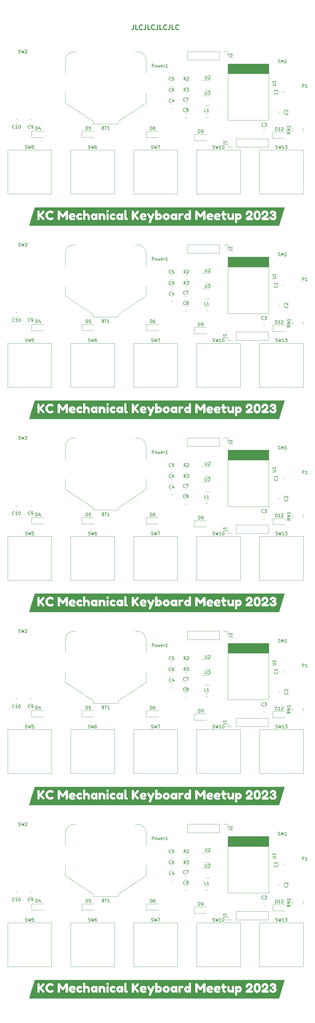
<source format=gbr>
%TF.GenerationSoftware,KiCad,Pcbnew,7.0.5*%
%TF.CreationDate,2023-06-14T21:03:38-05:00*%
%TF.ProjectId,MeetupKeebpanel,4d656574-7570-44b6-9565-6270616e656c,rev?*%
%TF.SameCoordinates,Original*%
%TF.FileFunction,Legend,Top*%
%TF.FilePolarity,Positive*%
%FSLAX46Y46*%
G04 Gerber Fmt 4.6, Leading zero omitted, Abs format (unit mm)*
G04 Created by KiCad (PCBNEW 7.0.5) date 2023-06-14 21:03:38*
%MOMM*%
%LPD*%
G01*
G04 APERTURE LIST*
%ADD10C,0.300000*%
%ADD11C,0.150000*%
%ADD12C,0.120000*%
%ADD13C,0.100000*%
G04 APERTURE END LIST*
D10*
X141571428Y-19178328D02*
X141571428Y-20249757D01*
X141571428Y-20249757D02*
X141499999Y-20464042D01*
X141499999Y-20464042D02*
X141357142Y-20606900D01*
X141357142Y-20606900D02*
X141142856Y-20678328D01*
X141142856Y-20678328D02*
X140999999Y-20678328D01*
X142999999Y-20678328D02*
X142285713Y-20678328D01*
X142285713Y-20678328D02*
X142285713Y-19178328D01*
X144357142Y-20535471D02*
X144285714Y-20606900D01*
X144285714Y-20606900D02*
X144071428Y-20678328D01*
X144071428Y-20678328D02*
X143928571Y-20678328D01*
X143928571Y-20678328D02*
X143714285Y-20606900D01*
X143714285Y-20606900D02*
X143571428Y-20464042D01*
X143571428Y-20464042D02*
X143499999Y-20321185D01*
X143499999Y-20321185D02*
X143428571Y-20035471D01*
X143428571Y-20035471D02*
X143428571Y-19821185D01*
X143428571Y-19821185D02*
X143499999Y-19535471D01*
X143499999Y-19535471D02*
X143571428Y-19392614D01*
X143571428Y-19392614D02*
X143714285Y-19249757D01*
X143714285Y-19249757D02*
X143928571Y-19178328D01*
X143928571Y-19178328D02*
X144071428Y-19178328D01*
X144071428Y-19178328D02*
X144285714Y-19249757D01*
X144285714Y-19249757D02*
X144357142Y-19321185D01*
X145428571Y-19178328D02*
X145428571Y-20249757D01*
X145428571Y-20249757D02*
X145357142Y-20464042D01*
X145357142Y-20464042D02*
X145214285Y-20606900D01*
X145214285Y-20606900D02*
X144999999Y-20678328D01*
X144999999Y-20678328D02*
X144857142Y-20678328D01*
X146857142Y-20678328D02*
X146142856Y-20678328D01*
X146142856Y-20678328D02*
X146142856Y-19178328D01*
X148214285Y-20535471D02*
X148142857Y-20606900D01*
X148142857Y-20606900D02*
X147928571Y-20678328D01*
X147928571Y-20678328D02*
X147785714Y-20678328D01*
X147785714Y-20678328D02*
X147571428Y-20606900D01*
X147571428Y-20606900D02*
X147428571Y-20464042D01*
X147428571Y-20464042D02*
X147357142Y-20321185D01*
X147357142Y-20321185D02*
X147285714Y-20035471D01*
X147285714Y-20035471D02*
X147285714Y-19821185D01*
X147285714Y-19821185D02*
X147357142Y-19535471D01*
X147357142Y-19535471D02*
X147428571Y-19392614D01*
X147428571Y-19392614D02*
X147571428Y-19249757D01*
X147571428Y-19249757D02*
X147785714Y-19178328D01*
X147785714Y-19178328D02*
X147928571Y-19178328D01*
X147928571Y-19178328D02*
X148142857Y-19249757D01*
X148142857Y-19249757D02*
X148214285Y-19321185D01*
X149285714Y-19178328D02*
X149285714Y-20249757D01*
X149285714Y-20249757D02*
X149214285Y-20464042D01*
X149214285Y-20464042D02*
X149071428Y-20606900D01*
X149071428Y-20606900D02*
X148857142Y-20678328D01*
X148857142Y-20678328D02*
X148714285Y-20678328D01*
X150714285Y-20678328D02*
X149999999Y-20678328D01*
X149999999Y-20678328D02*
X149999999Y-19178328D01*
X152071428Y-20535471D02*
X152000000Y-20606900D01*
X152000000Y-20606900D02*
X151785714Y-20678328D01*
X151785714Y-20678328D02*
X151642857Y-20678328D01*
X151642857Y-20678328D02*
X151428571Y-20606900D01*
X151428571Y-20606900D02*
X151285714Y-20464042D01*
X151285714Y-20464042D02*
X151214285Y-20321185D01*
X151214285Y-20321185D02*
X151142857Y-20035471D01*
X151142857Y-20035471D02*
X151142857Y-19821185D01*
X151142857Y-19821185D02*
X151214285Y-19535471D01*
X151214285Y-19535471D02*
X151285714Y-19392614D01*
X151285714Y-19392614D02*
X151428571Y-19249757D01*
X151428571Y-19249757D02*
X151642857Y-19178328D01*
X151642857Y-19178328D02*
X151785714Y-19178328D01*
X151785714Y-19178328D02*
X152000000Y-19249757D01*
X152000000Y-19249757D02*
X152071428Y-19321185D01*
X153142857Y-19178328D02*
X153142857Y-20249757D01*
X153142857Y-20249757D02*
X153071428Y-20464042D01*
X153071428Y-20464042D02*
X152928571Y-20606900D01*
X152928571Y-20606900D02*
X152714285Y-20678328D01*
X152714285Y-20678328D02*
X152571428Y-20678328D01*
X154571428Y-20678328D02*
X153857142Y-20678328D01*
X153857142Y-20678328D02*
X153857142Y-19178328D01*
X155928571Y-20535471D02*
X155857143Y-20606900D01*
X155857143Y-20606900D02*
X155642857Y-20678328D01*
X155642857Y-20678328D02*
X155500000Y-20678328D01*
X155500000Y-20678328D02*
X155285714Y-20606900D01*
X155285714Y-20606900D02*
X155142857Y-20464042D01*
X155142857Y-20464042D02*
X155071428Y-20321185D01*
X155071428Y-20321185D02*
X155000000Y-20035471D01*
X155000000Y-20035471D02*
X155000000Y-19821185D01*
X155000000Y-19821185D02*
X155071428Y-19535471D01*
X155071428Y-19535471D02*
X155142857Y-19392614D01*
X155142857Y-19392614D02*
X155285714Y-19249757D01*
X155285714Y-19249757D02*
X155500000Y-19178328D01*
X155500000Y-19178328D02*
X155642857Y-19178328D01*
X155642857Y-19178328D02*
X155857143Y-19249757D01*
X155857143Y-19249757D02*
X155928571Y-19321185D01*
D11*
%TO.C,D6*%
X146897405Y-175549819D02*
X146897405Y-174549819D01*
X146897405Y-174549819D02*
X147135500Y-174549819D01*
X147135500Y-174549819D02*
X147278357Y-174597438D01*
X147278357Y-174597438D02*
X147373595Y-174692676D01*
X147373595Y-174692676D02*
X147421214Y-174787914D01*
X147421214Y-174787914D02*
X147468833Y-174978390D01*
X147468833Y-174978390D02*
X147468833Y-175121247D01*
X147468833Y-175121247D02*
X147421214Y-175311723D01*
X147421214Y-175311723D02*
X147373595Y-175406961D01*
X147373595Y-175406961D02*
X147278357Y-175502200D01*
X147278357Y-175502200D02*
X147135500Y-175549819D01*
X147135500Y-175549819D02*
X146897405Y-175549819D01*
X148325976Y-174549819D02*
X148135500Y-174549819D01*
X148135500Y-174549819D02*
X148040262Y-174597438D01*
X148040262Y-174597438D02*
X147992643Y-174645057D01*
X147992643Y-174645057D02*
X147897405Y-174787914D01*
X147897405Y-174787914D02*
X147849786Y-174978390D01*
X147849786Y-174978390D02*
X147849786Y-175359342D01*
X147849786Y-175359342D02*
X147897405Y-175454580D01*
X147897405Y-175454580D02*
X147945024Y-175502200D01*
X147945024Y-175502200D02*
X148040262Y-175549819D01*
X148040262Y-175549819D02*
X148230738Y-175549819D01*
X148230738Y-175549819D02*
X148325976Y-175502200D01*
X148325976Y-175502200D02*
X148373595Y-175454580D01*
X148373595Y-175454580D02*
X148421214Y-175359342D01*
X148421214Y-175359342D02*
X148421214Y-175121247D01*
X148421214Y-175121247D02*
X148373595Y-175026009D01*
X148373595Y-175026009D02*
X148325976Y-174978390D01*
X148325976Y-174978390D02*
X148230738Y-174930771D01*
X148230738Y-174930771D02*
X148040262Y-174930771D01*
X148040262Y-174930771D02*
X147945024Y-174978390D01*
X147945024Y-174978390D02*
X147897405Y-175026009D01*
X147897405Y-175026009D02*
X147849786Y-175121247D01*
%TO.C,SW6*%
X127161667Y-304533200D02*
X127304524Y-304580819D01*
X127304524Y-304580819D02*
X127542619Y-304580819D01*
X127542619Y-304580819D02*
X127637857Y-304533200D01*
X127637857Y-304533200D02*
X127685476Y-304485580D01*
X127685476Y-304485580D02*
X127733095Y-304390342D01*
X127733095Y-304390342D02*
X127733095Y-304295104D01*
X127733095Y-304295104D02*
X127685476Y-304199866D01*
X127685476Y-304199866D02*
X127637857Y-304152247D01*
X127637857Y-304152247D02*
X127542619Y-304104628D01*
X127542619Y-304104628D02*
X127352143Y-304057009D01*
X127352143Y-304057009D02*
X127256905Y-304009390D01*
X127256905Y-304009390D02*
X127209286Y-303961771D01*
X127209286Y-303961771D02*
X127161667Y-303866533D01*
X127161667Y-303866533D02*
X127161667Y-303771295D01*
X127161667Y-303771295D02*
X127209286Y-303676057D01*
X127209286Y-303676057D02*
X127256905Y-303628438D01*
X127256905Y-303628438D02*
X127352143Y-303580819D01*
X127352143Y-303580819D02*
X127590238Y-303580819D01*
X127590238Y-303580819D02*
X127733095Y-303628438D01*
X128066429Y-303580819D02*
X128304524Y-304580819D01*
X128304524Y-304580819D02*
X128495000Y-303866533D01*
X128495000Y-303866533D02*
X128685476Y-304580819D01*
X128685476Y-304580819D02*
X128923572Y-303580819D01*
X129733095Y-303580819D02*
X129542619Y-303580819D01*
X129542619Y-303580819D02*
X129447381Y-303628438D01*
X129447381Y-303628438D02*
X129399762Y-303676057D01*
X129399762Y-303676057D02*
X129304524Y-303818914D01*
X129304524Y-303818914D02*
X129256905Y-304009390D01*
X129256905Y-304009390D02*
X129256905Y-304390342D01*
X129256905Y-304390342D02*
X129304524Y-304485580D01*
X129304524Y-304485580D02*
X129352143Y-304533200D01*
X129352143Y-304533200D02*
X129447381Y-304580819D01*
X129447381Y-304580819D02*
X129637857Y-304580819D01*
X129637857Y-304580819D02*
X129733095Y-304533200D01*
X129733095Y-304533200D02*
X129780714Y-304485580D01*
X129780714Y-304485580D02*
X129828333Y-304390342D01*
X129828333Y-304390342D02*
X129828333Y-304152247D01*
X129828333Y-304152247D02*
X129780714Y-304057009D01*
X129780714Y-304057009D02*
X129733095Y-304009390D01*
X129733095Y-304009390D02*
X129637857Y-303961771D01*
X129637857Y-303961771D02*
X129447381Y-303961771D01*
X129447381Y-303961771D02*
X129352143Y-304009390D01*
X129352143Y-304009390D02*
X129304524Y-304057009D01*
X129304524Y-304057009D02*
X129256905Y-304152247D01*
X127161667Y-243033200D02*
X127304524Y-243080819D01*
X127304524Y-243080819D02*
X127542619Y-243080819D01*
X127542619Y-243080819D02*
X127637857Y-243033200D01*
X127637857Y-243033200D02*
X127685476Y-242985580D01*
X127685476Y-242985580D02*
X127733095Y-242890342D01*
X127733095Y-242890342D02*
X127733095Y-242795104D01*
X127733095Y-242795104D02*
X127685476Y-242699866D01*
X127685476Y-242699866D02*
X127637857Y-242652247D01*
X127637857Y-242652247D02*
X127542619Y-242604628D01*
X127542619Y-242604628D02*
X127352143Y-242557009D01*
X127352143Y-242557009D02*
X127256905Y-242509390D01*
X127256905Y-242509390D02*
X127209286Y-242461771D01*
X127209286Y-242461771D02*
X127161667Y-242366533D01*
X127161667Y-242366533D02*
X127161667Y-242271295D01*
X127161667Y-242271295D02*
X127209286Y-242176057D01*
X127209286Y-242176057D02*
X127256905Y-242128438D01*
X127256905Y-242128438D02*
X127352143Y-242080819D01*
X127352143Y-242080819D02*
X127590238Y-242080819D01*
X127590238Y-242080819D02*
X127733095Y-242128438D01*
X128066429Y-242080819D02*
X128304524Y-243080819D01*
X128304524Y-243080819D02*
X128495000Y-242366533D01*
X128495000Y-242366533D02*
X128685476Y-243080819D01*
X128685476Y-243080819D02*
X128923572Y-242080819D01*
X129733095Y-242080819D02*
X129542619Y-242080819D01*
X129542619Y-242080819D02*
X129447381Y-242128438D01*
X129447381Y-242128438D02*
X129399762Y-242176057D01*
X129399762Y-242176057D02*
X129304524Y-242318914D01*
X129304524Y-242318914D02*
X129256905Y-242509390D01*
X129256905Y-242509390D02*
X129256905Y-242890342D01*
X129256905Y-242890342D02*
X129304524Y-242985580D01*
X129304524Y-242985580D02*
X129352143Y-243033200D01*
X129352143Y-243033200D02*
X129447381Y-243080819D01*
X129447381Y-243080819D02*
X129637857Y-243080819D01*
X129637857Y-243080819D02*
X129733095Y-243033200D01*
X129733095Y-243033200D02*
X129780714Y-242985580D01*
X129780714Y-242985580D02*
X129828333Y-242890342D01*
X129828333Y-242890342D02*
X129828333Y-242652247D01*
X129828333Y-242652247D02*
X129780714Y-242557009D01*
X129780714Y-242557009D02*
X129733095Y-242509390D01*
X129733095Y-242509390D02*
X129637857Y-242461771D01*
X129637857Y-242461771D02*
X129447381Y-242461771D01*
X129447381Y-242461771D02*
X129352143Y-242509390D01*
X129352143Y-242509390D02*
X129304524Y-242557009D01*
X129304524Y-242557009D02*
X129256905Y-242652247D01*
%TO.C,SW10*%
X166825476Y-181533200D02*
X166968333Y-181580819D01*
X166968333Y-181580819D02*
X167206428Y-181580819D01*
X167206428Y-181580819D02*
X167301666Y-181533200D01*
X167301666Y-181533200D02*
X167349285Y-181485580D01*
X167349285Y-181485580D02*
X167396904Y-181390342D01*
X167396904Y-181390342D02*
X167396904Y-181295104D01*
X167396904Y-181295104D02*
X167349285Y-181199866D01*
X167349285Y-181199866D02*
X167301666Y-181152247D01*
X167301666Y-181152247D02*
X167206428Y-181104628D01*
X167206428Y-181104628D02*
X167015952Y-181057009D01*
X167015952Y-181057009D02*
X166920714Y-181009390D01*
X166920714Y-181009390D02*
X166873095Y-180961771D01*
X166873095Y-180961771D02*
X166825476Y-180866533D01*
X166825476Y-180866533D02*
X166825476Y-180771295D01*
X166825476Y-180771295D02*
X166873095Y-180676057D01*
X166873095Y-180676057D02*
X166920714Y-180628438D01*
X166920714Y-180628438D02*
X167015952Y-180580819D01*
X167015952Y-180580819D02*
X167254047Y-180580819D01*
X167254047Y-180580819D02*
X167396904Y-180628438D01*
X167730238Y-180580819D02*
X167968333Y-181580819D01*
X167968333Y-181580819D02*
X168158809Y-180866533D01*
X168158809Y-180866533D02*
X168349285Y-181580819D01*
X168349285Y-181580819D02*
X168587381Y-180580819D01*
X169492142Y-181580819D02*
X168920714Y-181580819D01*
X169206428Y-181580819D02*
X169206428Y-180580819D01*
X169206428Y-180580819D02*
X169111190Y-180723676D01*
X169111190Y-180723676D02*
X169015952Y-180818914D01*
X169015952Y-180818914D02*
X168920714Y-180866533D01*
X170111190Y-180580819D02*
X170206428Y-180580819D01*
X170206428Y-180580819D02*
X170301666Y-180628438D01*
X170301666Y-180628438D02*
X170349285Y-180676057D01*
X170349285Y-180676057D02*
X170396904Y-180771295D01*
X170396904Y-180771295D02*
X170444523Y-180961771D01*
X170444523Y-180961771D02*
X170444523Y-181199866D01*
X170444523Y-181199866D02*
X170396904Y-181390342D01*
X170396904Y-181390342D02*
X170349285Y-181485580D01*
X170349285Y-181485580D02*
X170301666Y-181533200D01*
X170301666Y-181533200D02*
X170206428Y-181580819D01*
X170206428Y-181580819D02*
X170111190Y-181580819D01*
X170111190Y-181580819D02*
X170015952Y-181533200D01*
X170015952Y-181533200D02*
X169968333Y-181485580D01*
X169968333Y-181485580D02*
X169920714Y-181390342D01*
X169920714Y-181390342D02*
X169873095Y-181199866D01*
X169873095Y-181199866D02*
X169873095Y-180961771D01*
X169873095Y-180961771D02*
X169920714Y-180771295D01*
X169920714Y-180771295D02*
X169968333Y-180676057D01*
X169968333Y-180676057D02*
X170015952Y-180628438D01*
X170015952Y-180628438D02*
X170111190Y-180580819D01*
%TO.C,J1*%
X170129819Y-180083333D02*
X170844104Y-180083333D01*
X170844104Y-180083333D02*
X170986961Y-180130952D01*
X170986961Y-180130952D02*
X171082200Y-180226190D01*
X171082200Y-180226190D02*
X171129819Y-180369047D01*
X171129819Y-180369047D02*
X171129819Y-180464285D01*
X171129819Y-179083333D02*
X171129819Y-179654761D01*
X171129819Y-179369047D02*
X170129819Y-179369047D01*
X170129819Y-179369047D02*
X170272676Y-179464285D01*
X170272676Y-179464285D02*
X170367914Y-179559523D01*
X170367914Y-179559523D02*
X170415533Y-179654761D01*
%TO.C,C10*%
X103569642Y-113539580D02*
X103522023Y-113587200D01*
X103522023Y-113587200D02*
X103379166Y-113634819D01*
X103379166Y-113634819D02*
X103283928Y-113634819D01*
X103283928Y-113634819D02*
X103141071Y-113587200D01*
X103141071Y-113587200D02*
X103045833Y-113491961D01*
X103045833Y-113491961D02*
X102998214Y-113396723D01*
X102998214Y-113396723D02*
X102950595Y-113206247D01*
X102950595Y-113206247D02*
X102950595Y-113063390D01*
X102950595Y-113063390D02*
X102998214Y-112872914D01*
X102998214Y-112872914D02*
X103045833Y-112777676D01*
X103045833Y-112777676D02*
X103141071Y-112682438D01*
X103141071Y-112682438D02*
X103283928Y-112634819D01*
X103283928Y-112634819D02*
X103379166Y-112634819D01*
X103379166Y-112634819D02*
X103522023Y-112682438D01*
X103522023Y-112682438D02*
X103569642Y-112730057D01*
X104522023Y-113634819D02*
X103950595Y-113634819D01*
X104236309Y-113634819D02*
X104236309Y-112634819D01*
X104236309Y-112634819D02*
X104141071Y-112777676D01*
X104141071Y-112777676D02*
X104045833Y-112872914D01*
X104045833Y-112872914D02*
X103950595Y-112920533D01*
X105141071Y-112634819D02*
X105236309Y-112634819D01*
X105236309Y-112634819D02*
X105331547Y-112682438D01*
X105331547Y-112682438D02*
X105379166Y-112730057D01*
X105379166Y-112730057D02*
X105426785Y-112825295D01*
X105426785Y-112825295D02*
X105474404Y-113015771D01*
X105474404Y-113015771D02*
X105474404Y-113253866D01*
X105474404Y-113253866D02*
X105426785Y-113444342D01*
X105426785Y-113444342D02*
X105379166Y-113539580D01*
X105379166Y-113539580D02*
X105331547Y-113587200D01*
X105331547Y-113587200D02*
X105236309Y-113634819D01*
X105236309Y-113634819D02*
X105141071Y-113634819D01*
X105141071Y-113634819D02*
X105045833Y-113587200D01*
X105045833Y-113587200D02*
X104998214Y-113539580D01*
X104998214Y-113539580D02*
X104950595Y-113444342D01*
X104950595Y-113444342D02*
X104902976Y-113253866D01*
X104902976Y-113253866D02*
X104902976Y-113015771D01*
X104902976Y-113015771D02*
X104950595Y-112825295D01*
X104950595Y-112825295D02*
X104998214Y-112730057D01*
X104998214Y-112730057D02*
X105045833Y-112682438D01*
X105045833Y-112682438D02*
X105141071Y-112634819D01*
%TO.C,SW7*%
X147231667Y-243033200D02*
X147374524Y-243080819D01*
X147374524Y-243080819D02*
X147612619Y-243080819D01*
X147612619Y-243080819D02*
X147707857Y-243033200D01*
X147707857Y-243033200D02*
X147755476Y-242985580D01*
X147755476Y-242985580D02*
X147803095Y-242890342D01*
X147803095Y-242890342D02*
X147803095Y-242795104D01*
X147803095Y-242795104D02*
X147755476Y-242699866D01*
X147755476Y-242699866D02*
X147707857Y-242652247D01*
X147707857Y-242652247D02*
X147612619Y-242604628D01*
X147612619Y-242604628D02*
X147422143Y-242557009D01*
X147422143Y-242557009D02*
X147326905Y-242509390D01*
X147326905Y-242509390D02*
X147279286Y-242461771D01*
X147279286Y-242461771D02*
X147231667Y-242366533D01*
X147231667Y-242366533D02*
X147231667Y-242271295D01*
X147231667Y-242271295D02*
X147279286Y-242176057D01*
X147279286Y-242176057D02*
X147326905Y-242128438D01*
X147326905Y-242128438D02*
X147422143Y-242080819D01*
X147422143Y-242080819D02*
X147660238Y-242080819D01*
X147660238Y-242080819D02*
X147803095Y-242128438D01*
X148136429Y-242080819D02*
X148374524Y-243080819D01*
X148374524Y-243080819D02*
X148565000Y-242366533D01*
X148565000Y-242366533D02*
X148755476Y-243080819D01*
X148755476Y-243080819D02*
X148993572Y-242080819D01*
X149279286Y-242080819D02*
X149945952Y-242080819D01*
X149945952Y-242080819D02*
X149517381Y-243080819D01*
%TO.C,C7*%
X158045833Y-104859580D02*
X157998214Y-104907200D01*
X157998214Y-104907200D02*
X157855357Y-104954819D01*
X157855357Y-104954819D02*
X157760119Y-104954819D01*
X157760119Y-104954819D02*
X157617262Y-104907200D01*
X157617262Y-104907200D02*
X157522024Y-104811961D01*
X157522024Y-104811961D02*
X157474405Y-104716723D01*
X157474405Y-104716723D02*
X157426786Y-104526247D01*
X157426786Y-104526247D02*
X157426786Y-104383390D01*
X157426786Y-104383390D02*
X157474405Y-104192914D01*
X157474405Y-104192914D02*
X157522024Y-104097676D01*
X157522024Y-104097676D02*
X157617262Y-104002438D01*
X157617262Y-104002438D02*
X157760119Y-103954819D01*
X157760119Y-103954819D02*
X157855357Y-103954819D01*
X157855357Y-103954819D02*
X157998214Y-104002438D01*
X157998214Y-104002438D02*
X158045833Y-104050057D01*
X158379167Y-103954819D02*
X159045833Y-103954819D01*
X159045833Y-103954819D02*
X158617262Y-104954819D01*
%TO.C,SW13*%
X186895476Y-120033200D02*
X187038333Y-120080819D01*
X187038333Y-120080819D02*
X187276428Y-120080819D01*
X187276428Y-120080819D02*
X187371666Y-120033200D01*
X187371666Y-120033200D02*
X187419285Y-119985580D01*
X187419285Y-119985580D02*
X187466904Y-119890342D01*
X187466904Y-119890342D02*
X187466904Y-119795104D01*
X187466904Y-119795104D02*
X187419285Y-119699866D01*
X187419285Y-119699866D02*
X187371666Y-119652247D01*
X187371666Y-119652247D02*
X187276428Y-119604628D01*
X187276428Y-119604628D02*
X187085952Y-119557009D01*
X187085952Y-119557009D02*
X186990714Y-119509390D01*
X186990714Y-119509390D02*
X186943095Y-119461771D01*
X186943095Y-119461771D02*
X186895476Y-119366533D01*
X186895476Y-119366533D02*
X186895476Y-119271295D01*
X186895476Y-119271295D02*
X186943095Y-119176057D01*
X186943095Y-119176057D02*
X186990714Y-119128438D01*
X186990714Y-119128438D02*
X187085952Y-119080819D01*
X187085952Y-119080819D02*
X187324047Y-119080819D01*
X187324047Y-119080819D02*
X187466904Y-119128438D01*
X187800238Y-119080819D02*
X188038333Y-120080819D01*
X188038333Y-120080819D02*
X188228809Y-119366533D01*
X188228809Y-119366533D02*
X188419285Y-120080819D01*
X188419285Y-120080819D02*
X188657381Y-119080819D01*
X189562142Y-120080819D02*
X188990714Y-120080819D01*
X189276428Y-120080819D02*
X189276428Y-119080819D01*
X189276428Y-119080819D02*
X189181190Y-119223676D01*
X189181190Y-119223676D02*
X189085952Y-119318914D01*
X189085952Y-119318914D02*
X188990714Y-119366533D01*
X189895476Y-119080819D02*
X190514523Y-119080819D01*
X190514523Y-119080819D02*
X190181190Y-119461771D01*
X190181190Y-119461771D02*
X190324047Y-119461771D01*
X190324047Y-119461771D02*
X190419285Y-119509390D01*
X190419285Y-119509390D02*
X190466904Y-119557009D01*
X190466904Y-119557009D02*
X190514523Y-119652247D01*
X190514523Y-119652247D02*
X190514523Y-119890342D01*
X190514523Y-119890342D02*
X190466904Y-119985580D01*
X190466904Y-119985580D02*
X190419285Y-120033200D01*
X190419285Y-120033200D02*
X190324047Y-120080819D01*
X190324047Y-120080819D02*
X190038333Y-120080819D01*
X190038333Y-120080819D02*
X189943095Y-120033200D01*
X189943095Y-120033200D02*
X189895476Y-119985580D01*
%TO.C,SW1*%
X190283332Y-30342800D02*
X190140475Y-30295180D01*
X190140475Y-30295180D02*
X189902380Y-30295180D01*
X189902380Y-30295180D02*
X189807142Y-30342800D01*
X189807142Y-30342800D02*
X189759523Y-30390419D01*
X189759523Y-30390419D02*
X189711904Y-30485657D01*
X189711904Y-30485657D02*
X189711904Y-30580895D01*
X189711904Y-30580895D02*
X189759523Y-30676133D01*
X189759523Y-30676133D02*
X189807142Y-30723752D01*
X189807142Y-30723752D02*
X189902380Y-30771371D01*
X189902380Y-30771371D02*
X190092856Y-30818990D01*
X190092856Y-30818990D02*
X190188094Y-30866609D01*
X190188094Y-30866609D02*
X190235713Y-30914228D01*
X190235713Y-30914228D02*
X190283332Y-31009466D01*
X190283332Y-31009466D02*
X190283332Y-31104704D01*
X190283332Y-31104704D02*
X190235713Y-31199942D01*
X190235713Y-31199942D02*
X190188094Y-31247561D01*
X190188094Y-31247561D02*
X190092856Y-31295180D01*
X190092856Y-31295180D02*
X189854761Y-31295180D01*
X189854761Y-31295180D02*
X189711904Y-31247561D01*
X189378570Y-31295180D02*
X189140475Y-30295180D01*
X189140475Y-30295180D02*
X188949999Y-31009466D01*
X188949999Y-31009466D02*
X188759523Y-30295180D01*
X188759523Y-30295180D02*
X188521428Y-31295180D01*
X187616666Y-30295180D02*
X188188094Y-30295180D01*
X187902380Y-30295180D02*
X187902380Y-31295180D01*
X187902380Y-31295180D02*
X187997618Y-31152323D01*
X187997618Y-31152323D02*
X188092856Y-31057085D01*
X188092856Y-31057085D02*
X188188094Y-31009466D01*
%TO.C,SW2*%
X104929167Y-151107200D02*
X105072024Y-151154819D01*
X105072024Y-151154819D02*
X105310119Y-151154819D01*
X105310119Y-151154819D02*
X105405357Y-151107200D01*
X105405357Y-151107200D02*
X105452976Y-151059580D01*
X105452976Y-151059580D02*
X105500595Y-150964342D01*
X105500595Y-150964342D02*
X105500595Y-150869104D01*
X105500595Y-150869104D02*
X105452976Y-150773866D01*
X105452976Y-150773866D02*
X105405357Y-150726247D01*
X105405357Y-150726247D02*
X105310119Y-150678628D01*
X105310119Y-150678628D02*
X105119643Y-150631009D01*
X105119643Y-150631009D02*
X105024405Y-150583390D01*
X105024405Y-150583390D02*
X104976786Y-150535771D01*
X104976786Y-150535771D02*
X104929167Y-150440533D01*
X104929167Y-150440533D02*
X104929167Y-150345295D01*
X104929167Y-150345295D02*
X104976786Y-150250057D01*
X104976786Y-150250057D02*
X105024405Y-150202438D01*
X105024405Y-150202438D02*
X105119643Y-150154819D01*
X105119643Y-150154819D02*
X105357738Y-150154819D01*
X105357738Y-150154819D02*
X105500595Y-150202438D01*
X105833929Y-150154819D02*
X106072024Y-151154819D01*
X106072024Y-151154819D02*
X106262500Y-150440533D01*
X106262500Y-150440533D02*
X106452976Y-151154819D01*
X106452976Y-151154819D02*
X106691072Y-150154819D01*
X107024405Y-150250057D02*
X107072024Y-150202438D01*
X107072024Y-150202438D02*
X107167262Y-150154819D01*
X107167262Y-150154819D02*
X107405357Y-150154819D01*
X107405357Y-150154819D02*
X107500595Y-150202438D01*
X107500595Y-150202438D02*
X107548214Y-150250057D01*
X107548214Y-150250057D02*
X107595833Y-150345295D01*
X107595833Y-150345295D02*
X107595833Y-150440533D01*
X107595833Y-150440533D02*
X107548214Y-150583390D01*
X107548214Y-150583390D02*
X106976786Y-151154819D01*
X106976786Y-151154819D02*
X107595833Y-151154819D01*
%TO.C,SW10*%
X166825476Y-58533200D02*
X166968333Y-58580819D01*
X166968333Y-58580819D02*
X167206428Y-58580819D01*
X167206428Y-58580819D02*
X167301666Y-58533200D01*
X167301666Y-58533200D02*
X167349285Y-58485580D01*
X167349285Y-58485580D02*
X167396904Y-58390342D01*
X167396904Y-58390342D02*
X167396904Y-58295104D01*
X167396904Y-58295104D02*
X167349285Y-58199866D01*
X167349285Y-58199866D02*
X167301666Y-58152247D01*
X167301666Y-58152247D02*
X167206428Y-58104628D01*
X167206428Y-58104628D02*
X167015952Y-58057009D01*
X167015952Y-58057009D02*
X166920714Y-58009390D01*
X166920714Y-58009390D02*
X166873095Y-57961771D01*
X166873095Y-57961771D02*
X166825476Y-57866533D01*
X166825476Y-57866533D02*
X166825476Y-57771295D01*
X166825476Y-57771295D02*
X166873095Y-57676057D01*
X166873095Y-57676057D02*
X166920714Y-57628438D01*
X166920714Y-57628438D02*
X167015952Y-57580819D01*
X167015952Y-57580819D02*
X167254047Y-57580819D01*
X167254047Y-57580819D02*
X167396904Y-57628438D01*
X167730238Y-57580819D02*
X167968333Y-58580819D01*
X167968333Y-58580819D02*
X168158809Y-57866533D01*
X168158809Y-57866533D02*
X168349285Y-58580819D01*
X168349285Y-58580819D02*
X168587381Y-57580819D01*
X169492142Y-58580819D02*
X168920714Y-58580819D01*
X169206428Y-58580819D02*
X169206428Y-57580819D01*
X169206428Y-57580819D02*
X169111190Y-57723676D01*
X169111190Y-57723676D02*
X169015952Y-57818914D01*
X169015952Y-57818914D02*
X168920714Y-57866533D01*
X170111190Y-57580819D02*
X170206428Y-57580819D01*
X170206428Y-57580819D02*
X170301666Y-57628438D01*
X170301666Y-57628438D02*
X170349285Y-57676057D01*
X170349285Y-57676057D02*
X170396904Y-57771295D01*
X170396904Y-57771295D02*
X170444523Y-57961771D01*
X170444523Y-57961771D02*
X170444523Y-58199866D01*
X170444523Y-58199866D02*
X170396904Y-58390342D01*
X170396904Y-58390342D02*
X170349285Y-58485580D01*
X170349285Y-58485580D02*
X170301666Y-58533200D01*
X170301666Y-58533200D02*
X170206428Y-58580819D01*
X170206428Y-58580819D02*
X170111190Y-58580819D01*
X170111190Y-58580819D02*
X170015952Y-58533200D01*
X170015952Y-58533200D02*
X169968333Y-58485580D01*
X169968333Y-58485580D02*
X169920714Y-58390342D01*
X169920714Y-58390342D02*
X169873095Y-58199866D01*
X169873095Y-58199866D02*
X169873095Y-57961771D01*
X169873095Y-57961771D02*
X169920714Y-57771295D01*
X169920714Y-57771295D02*
X169968333Y-57676057D01*
X169968333Y-57676057D02*
X170015952Y-57628438D01*
X170015952Y-57628438D02*
X170111190Y-57580819D01*
%TO.C,P1*%
X195399405Y-162129819D02*
X195399405Y-161129819D01*
X195399405Y-161129819D02*
X195780357Y-161129819D01*
X195780357Y-161129819D02*
X195875595Y-161177438D01*
X195875595Y-161177438D02*
X195923214Y-161225057D01*
X195923214Y-161225057D02*
X195970833Y-161320295D01*
X195970833Y-161320295D02*
X195970833Y-161463152D01*
X195970833Y-161463152D02*
X195923214Y-161558390D01*
X195923214Y-161558390D02*
X195875595Y-161606009D01*
X195875595Y-161606009D02*
X195780357Y-161653628D01*
X195780357Y-161653628D02*
X195399405Y-161653628D01*
X196923214Y-162129819D02*
X196351786Y-162129819D01*
X196637500Y-162129819D02*
X196637500Y-161129819D01*
X196637500Y-161129819D02*
X196542262Y-161272676D01*
X196542262Y-161272676D02*
X196447024Y-161367914D01*
X196447024Y-161367914D02*
X196351786Y-161415533D01*
%TO.C,C8*%
X158045833Y-292679580D02*
X157998214Y-292727200D01*
X157998214Y-292727200D02*
X157855357Y-292774819D01*
X157855357Y-292774819D02*
X157760119Y-292774819D01*
X157760119Y-292774819D02*
X157617262Y-292727200D01*
X157617262Y-292727200D02*
X157522024Y-292631961D01*
X157522024Y-292631961D02*
X157474405Y-292536723D01*
X157474405Y-292536723D02*
X157426786Y-292346247D01*
X157426786Y-292346247D02*
X157426786Y-292203390D01*
X157426786Y-292203390D02*
X157474405Y-292012914D01*
X157474405Y-292012914D02*
X157522024Y-291917676D01*
X157522024Y-291917676D02*
X157617262Y-291822438D01*
X157617262Y-291822438D02*
X157760119Y-291774819D01*
X157760119Y-291774819D02*
X157855357Y-291774819D01*
X157855357Y-291774819D02*
X157998214Y-291822438D01*
X157998214Y-291822438D02*
X158045833Y-291870057D01*
X158617262Y-292203390D02*
X158522024Y-292155771D01*
X158522024Y-292155771D02*
X158474405Y-292108152D01*
X158474405Y-292108152D02*
X158426786Y-292012914D01*
X158426786Y-292012914D02*
X158426786Y-291965295D01*
X158426786Y-291965295D02*
X158474405Y-291870057D01*
X158474405Y-291870057D02*
X158522024Y-291822438D01*
X158522024Y-291822438D02*
X158617262Y-291774819D01*
X158617262Y-291774819D02*
X158807738Y-291774819D01*
X158807738Y-291774819D02*
X158902976Y-291822438D01*
X158902976Y-291822438D02*
X158950595Y-291870057D01*
X158950595Y-291870057D02*
X158998214Y-291965295D01*
X158998214Y-291965295D02*
X158998214Y-292012914D01*
X158998214Y-292012914D02*
X158950595Y-292108152D01*
X158950595Y-292108152D02*
X158902976Y-292155771D01*
X158902976Y-292155771D02*
X158807738Y-292203390D01*
X158807738Y-292203390D02*
X158617262Y-292203390D01*
X158617262Y-292203390D02*
X158522024Y-292251009D01*
X158522024Y-292251009D02*
X158474405Y-292298628D01*
X158474405Y-292298628D02*
X158426786Y-292393866D01*
X158426786Y-292393866D02*
X158426786Y-292584342D01*
X158426786Y-292584342D02*
X158474405Y-292679580D01*
X158474405Y-292679580D02*
X158522024Y-292727200D01*
X158522024Y-292727200D02*
X158617262Y-292774819D01*
X158617262Y-292774819D02*
X158807738Y-292774819D01*
X158807738Y-292774819D02*
X158902976Y-292727200D01*
X158902976Y-292727200D02*
X158950595Y-292679580D01*
X158950595Y-292679580D02*
X158998214Y-292584342D01*
X158998214Y-292584342D02*
X158998214Y-292393866D01*
X158998214Y-292393866D02*
X158950595Y-292298628D01*
X158950595Y-292298628D02*
X158902976Y-292251009D01*
X158902976Y-292251009D02*
X158807738Y-292203390D01*
%TO.C,C5*%
X153495833Y-282709580D02*
X153448214Y-282757200D01*
X153448214Y-282757200D02*
X153305357Y-282804819D01*
X153305357Y-282804819D02*
X153210119Y-282804819D01*
X153210119Y-282804819D02*
X153067262Y-282757200D01*
X153067262Y-282757200D02*
X152972024Y-282661961D01*
X152972024Y-282661961D02*
X152924405Y-282566723D01*
X152924405Y-282566723D02*
X152876786Y-282376247D01*
X152876786Y-282376247D02*
X152876786Y-282233390D01*
X152876786Y-282233390D02*
X152924405Y-282042914D01*
X152924405Y-282042914D02*
X152972024Y-281947676D01*
X152972024Y-281947676D02*
X153067262Y-281852438D01*
X153067262Y-281852438D02*
X153210119Y-281804819D01*
X153210119Y-281804819D02*
X153305357Y-281804819D01*
X153305357Y-281804819D02*
X153448214Y-281852438D01*
X153448214Y-281852438D02*
X153495833Y-281900057D01*
X154400595Y-281804819D02*
X153924405Y-281804819D01*
X153924405Y-281804819D02*
X153876786Y-282281009D01*
X153876786Y-282281009D02*
X153924405Y-282233390D01*
X153924405Y-282233390D02*
X154019643Y-282185771D01*
X154019643Y-282185771D02*
X154257738Y-282185771D01*
X154257738Y-282185771D02*
X154352976Y-282233390D01*
X154352976Y-282233390D02*
X154400595Y-282281009D01*
X154400595Y-282281009D02*
X154448214Y-282376247D01*
X154448214Y-282376247D02*
X154448214Y-282614342D01*
X154448214Y-282614342D02*
X154400595Y-282709580D01*
X154400595Y-282709580D02*
X154352976Y-282757200D01*
X154352976Y-282757200D02*
X154257738Y-282804819D01*
X154257738Y-282804819D02*
X154019643Y-282804819D01*
X154019643Y-282804819D02*
X153924405Y-282757200D01*
X153924405Y-282757200D02*
X153876786Y-282709580D01*
%TO.C,SW7*%
X147231667Y-120033200D02*
X147374524Y-120080819D01*
X147374524Y-120080819D02*
X147612619Y-120080819D01*
X147612619Y-120080819D02*
X147707857Y-120033200D01*
X147707857Y-120033200D02*
X147755476Y-119985580D01*
X147755476Y-119985580D02*
X147803095Y-119890342D01*
X147803095Y-119890342D02*
X147803095Y-119795104D01*
X147803095Y-119795104D02*
X147755476Y-119699866D01*
X147755476Y-119699866D02*
X147707857Y-119652247D01*
X147707857Y-119652247D02*
X147612619Y-119604628D01*
X147612619Y-119604628D02*
X147422143Y-119557009D01*
X147422143Y-119557009D02*
X147326905Y-119509390D01*
X147326905Y-119509390D02*
X147279286Y-119461771D01*
X147279286Y-119461771D02*
X147231667Y-119366533D01*
X147231667Y-119366533D02*
X147231667Y-119271295D01*
X147231667Y-119271295D02*
X147279286Y-119176057D01*
X147279286Y-119176057D02*
X147326905Y-119128438D01*
X147326905Y-119128438D02*
X147422143Y-119080819D01*
X147422143Y-119080819D02*
X147660238Y-119080819D01*
X147660238Y-119080819D02*
X147803095Y-119128438D01*
X148136429Y-119080819D02*
X148374524Y-120080819D01*
X148374524Y-120080819D02*
X148565000Y-119366533D01*
X148565000Y-119366533D02*
X148755476Y-120080819D01*
X148755476Y-120080819D02*
X148993572Y-119080819D01*
X149279286Y-119080819D02*
X149945952Y-119080819D01*
X149945952Y-119080819D02*
X149517381Y-120080819D01*
%TO.C,SW1*%
X190283332Y-153342800D02*
X190140475Y-153295180D01*
X190140475Y-153295180D02*
X189902380Y-153295180D01*
X189902380Y-153295180D02*
X189807142Y-153342800D01*
X189807142Y-153342800D02*
X189759523Y-153390419D01*
X189759523Y-153390419D02*
X189711904Y-153485657D01*
X189711904Y-153485657D02*
X189711904Y-153580895D01*
X189711904Y-153580895D02*
X189759523Y-153676133D01*
X189759523Y-153676133D02*
X189807142Y-153723752D01*
X189807142Y-153723752D02*
X189902380Y-153771371D01*
X189902380Y-153771371D02*
X190092856Y-153818990D01*
X190092856Y-153818990D02*
X190188094Y-153866609D01*
X190188094Y-153866609D02*
X190235713Y-153914228D01*
X190235713Y-153914228D02*
X190283332Y-154009466D01*
X190283332Y-154009466D02*
X190283332Y-154104704D01*
X190283332Y-154104704D02*
X190235713Y-154199942D01*
X190235713Y-154199942D02*
X190188094Y-154247561D01*
X190188094Y-154247561D02*
X190092856Y-154295180D01*
X190092856Y-154295180D02*
X189854761Y-154295180D01*
X189854761Y-154295180D02*
X189711904Y-154247561D01*
X189378570Y-154295180D02*
X189140475Y-153295180D01*
X189140475Y-153295180D02*
X188949999Y-154009466D01*
X188949999Y-154009466D02*
X188759523Y-153295180D01*
X188759523Y-153295180D02*
X188521428Y-154295180D01*
X187616666Y-153295180D02*
X188188094Y-153295180D01*
X187902380Y-153295180D02*
X187902380Y-154295180D01*
X187902380Y-154295180D02*
X187997618Y-154152323D01*
X187997618Y-154152323D02*
X188092856Y-154057085D01*
X188092856Y-154057085D02*
X188188094Y-154009466D01*
%TO.C,SW5*%
X107091667Y-243033200D02*
X107234524Y-243080819D01*
X107234524Y-243080819D02*
X107472619Y-243080819D01*
X107472619Y-243080819D02*
X107567857Y-243033200D01*
X107567857Y-243033200D02*
X107615476Y-242985580D01*
X107615476Y-242985580D02*
X107663095Y-242890342D01*
X107663095Y-242890342D02*
X107663095Y-242795104D01*
X107663095Y-242795104D02*
X107615476Y-242699866D01*
X107615476Y-242699866D02*
X107567857Y-242652247D01*
X107567857Y-242652247D02*
X107472619Y-242604628D01*
X107472619Y-242604628D02*
X107282143Y-242557009D01*
X107282143Y-242557009D02*
X107186905Y-242509390D01*
X107186905Y-242509390D02*
X107139286Y-242461771D01*
X107139286Y-242461771D02*
X107091667Y-242366533D01*
X107091667Y-242366533D02*
X107091667Y-242271295D01*
X107091667Y-242271295D02*
X107139286Y-242176057D01*
X107139286Y-242176057D02*
X107186905Y-242128438D01*
X107186905Y-242128438D02*
X107282143Y-242080819D01*
X107282143Y-242080819D02*
X107520238Y-242080819D01*
X107520238Y-242080819D02*
X107663095Y-242128438D01*
X107996429Y-242080819D02*
X108234524Y-243080819D01*
X108234524Y-243080819D02*
X108425000Y-242366533D01*
X108425000Y-242366533D02*
X108615476Y-243080819D01*
X108615476Y-243080819D02*
X108853572Y-242080819D01*
X109710714Y-242080819D02*
X109234524Y-242080819D01*
X109234524Y-242080819D02*
X109186905Y-242557009D01*
X109186905Y-242557009D02*
X109234524Y-242509390D01*
X109234524Y-242509390D02*
X109329762Y-242461771D01*
X109329762Y-242461771D02*
X109567857Y-242461771D01*
X109567857Y-242461771D02*
X109663095Y-242509390D01*
X109663095Y-242509390D02*
X109710714Y-242557009D01*
X109710714Y-242557009D02*
X109758333Y-242652247D01*
X109758333Y-242652247D02*
X109758333Y-242890342D01*
X109758333Y-242890342D02*
X109710714Y-242985580D01*
X109710714Y-242985580D02*
X109663095Y-243033200D01*
X109663095Y-243033200D02*
X109567857Y-243080819D01*
X109567857Y-243080819D02*
X109329762Y-243080819D01*
X109329762Y-243080819D02*
X109234524Y-243033200D01*
X109234524Y-243033200D02*
X109186905Y-242985580D01*
%TO.C,J2*%
X171989819Y-90833333D02*
X172704104Y-90833333D01*
X172704104Y-90833333D02*
X172846961Y-90880952D01*
X172846961Y-90880952D02*
X172942200Y-90976190D01*
X172942200Y-90976190D02*
X172989819Y-91119047D01*
X172989819Y-91119047D02*
X172989819Y-91214285D01*
X172085057Y-90404761D02*
X172037438Y-90357142D01*
X172037438Y-90357142D02*
X171989819Y-90261904D01*
X171989819Y-90261904D02*
X171989819Y-90023809D01*
X171989819Y-90023809D02*
X172037438Y-89928571D01*
X172037438Y-89928571D02*
X172085057Y-89880952D01*
X172085057Y-89880952D02*
X172180295Y-89833333D01*
X172180295Y-89833333D02*
X172275533Y-89833333D01*
X172275533Y-89833333D02*
X172418390Y-89880952D01*
X172418390Y-89880952D02*
X172989819Y-90452380D01*
X172989819Y-90452380D02*
X172989819Y-89833333D01*
%TO.C,U2*%
X164400595Y-281354819D02*
X164400595Y-282164342D01*
X164400595Y-282164342D02*
X164448214Y-282259580D01*
X164448214Y-282259580D02*
X164495833Y-282307200D01*
X164495833Y-282307200D02*
X164591071Y-282354819D01*
X164591071Y-282354819D02*
X164781547Y-282354819D01*
X164781547Y-282354819D02*
X164876785Y-282307200D01*
X164876785Y-282307200D02*
X164924404Y-282259580D01*
X164924404Y-282259580D02*
X164972023Y-282164342D01*
X164972023Y-282164342D02*
X164972023Y-281354819D01*
X165400595Y-281450057D02*
X165448214Y-281402438D01*
X165448214Y-281402438D02*
X165543452Y-281354819D01*
X165543452Y-281354819D02*
X165781547Y-281354819D01*
X165781547Y-281354819D02*
X165876785Y-281402438D01*
X165876785Y-281402438D02*
X165924404Y-281450057D01*
X165924404Y-281450057D02*
X165972023Y-281545295D01*
X165972023Y-281545295D02*
X165972023Y-281640533D01*
X165972023Y-281640533D02*
X165924404Y-281783390D01*
X165924404Y-281783390D02*
X165352976Y-282354819D01*
X165352976Y-282354819D02*
X165972023Y-282354819D01*
%TO.C,J2*%
X171989819Y-275333333D02*
X172704104Y-275333333D01*
X172704104Y-275333333D02*
X172846961Y-275380952D01*
X172846961Y-275380952D02*
X172942200Y-275476190D01*
X172942200Y-275476190D02*
X172989819Y-275619047D01*
X172989819Y-275619047D02*
X172989819Y-275714285D01*
X172085057Y-274904761D02*
X172037438Y-274857142D01*
X172037438Y-274857142D02*
X171989819Y-274761904D01*
X171989819Y-274761904D02*
X171989819Y-274523809D01*
X171989819Y-274523809D02*
X172037438Y-274428571D01*
X172037438Y-274428571D02*
X172085057Y-274380952D01*
X172085057Y-274380952D02*
X172180295Y-274333333D01*
X172180295Y-274333333D02*
X172275533Y-274333333D01*
X172275533Y-274333333D02*
X172418390Y-274380952D01*
X172418390Y-274380952D02*
X172989819Y-274952380D01*
X172989819Y-274952380D02*
X172989819Y-274333333D01*
%TO.C,C4*%
X153545833Y-43679580D02*
X153498214Y-43727200D01*
X153498214Y-43727200D02*
X153355357Y-43774819D01*
X153355357Y-43774819D02*
X153260119Y-43774819D01*
X153260119Y-43774819D02*
X153117262Y-43727200D01*
X153117262Y-43727200D02*
X153022024Y-43631961D01*
X153022024Y-43631961D02*
X152974405Y-43536723D01*
X152974405Y-43536723D02*
X152926786Y-43346247D01*
X152926786Y-43346247D02*
X152926786Y-43203390D01*
X152926786Y-43203390D02*
X152974405Y-43012914D01*
X152974405Y-43012914D02*
X153022024Y-42917676D01*
X153022024Y-42917676D02*
X153117262Y-42822438D01*
X153117262Y-42822438D02*
X153260119Y-42774819D01*
X153260119Y-42774819D02*
X153355357Y-42774819D01*
X153355357Y-42774819D02*
X153498214Y-42822438D01*
X153498214Y-42822438D02*
X153545833Y-42870057D01*
X154402976Y-43108152D02*
X154402976Y-43774819D01*
X154164881Y-42727200D02*
X153926786Y-43441485D01*
X153926786Y-43441485D02*
X154545833Y-43441485D01*
%TO.C,C10*%
X103569642Y-175039580D02*
X103522023Y-175087200D01*
X103522023Y-175087200D02*
X103379166Y-175134819D01*
X103379166Y-175134819D02*
X103283928Y-175134819D01*
X103283928Y-175134819D02*
X103141071Y-175087200D01*
X103141071Y-175087200D02*
X103045833Y-174991961D01*
X103045833Y-174991961D02*
X102998214Y-174896723D01*
X102998214Y-174896723D02*
X102950595Y-174706247D01*
X102950595Y-174706247D02*
X102950595Y-174563390D01*
X102950595Y-174563390D02*
X102998214Y-174372914D01*
X102998214Y-174372914D02*
X103045833Y-174277676D01*
X103045833Y-174277676D02*
X103141071Y-174182438D01*
X103141071Y-174182438D02*
X103283928Y-174134819D01*
X103283928Y-174134819D02*
X103379166Y-174134819D01*
X103379166Y-174134819D02*
X103522023Y-174182438D01*
X103522023Y-174182438D02*
X103569642Y-174230057D01*
X104522023Y-175134819D02*
X103950595Y-175134819D01*
X104236309Y-175134819D02*
X104236309Y-174134819D01*
X104236309Y-174134819D02*
X104141071Y-174277676D01*
X104141071Y-174277676D02*
X104045833Y-174372914D01*
X104045833Y-174372914D02*
X103950595Y-174420533D01*
X105141071Y-174134819D02*
X105236309Y-174134819D01*
X105236309Y-174134819D02*
X105331547Y-174182438D01*
X105331547Y-174182438D02*
X105379166Y-174230057D01*
X105379166Y-174230057D02*
X105426785Y-174325295D01*
X105426785Y-174325295D02*
X105474404Y-174515771D01*
X105474404Y-174515771D02*
X105474404Y-174753866D01*
X105474404Y-174753866D02*
X105426785Y-174944342D01*
X105426785Y-174944342D02*
X105379166Y-175039580D01*
X105379166Y-175039580D02*
X105331547Y-175087200D01*
X105331547Y-175087200D02*
X105236309Y-175134819D01*
X105236309Y-175134819D02*
X105141071Y-175134819D01*
X105141071Y-175134819D02*
X105045833Y-175087200D01*
X105045833Y-175087200D02*
X104998214Y-175039580D01*
X104998214Y-175039580D02*
X104950595Y-174944342D01*
X104950595Y-174944342D02*
X104902976Y-174753866D01*
X104902976Y-174753866D02*
X104902976Y-174515771D01*
X104902976Y-174515771D02*
X104950595Y-174325295D01*
X104950595Y-174325295D02*
X104998214Y-174230057D01*
X104998214Y-174230057D02*
X105045833Y-174182438D01*
X105045833Y-174182438D02*
X105141071Y-174134819D01*
%TO.C,RN1*%
X191529819Y-53290476D02*
X191053628Y-53623809D01*
X191529819Y-53861904D02*
X190529819Y-53861904D01*
X190529819Y-53861904D02*
X190529819Y-53480952D01*
X190529819Y-53480952D02*
X190577438Y-53385714D01*
X190577438Y-53385714D02*
X190625057Y-53338095D01*
X190625057Y-53338095D02*
X190720295Y-53290476D01*
X190720295Y-53290476D02*
X190863152Y-53290476D01*
X190863152Y-53290476D02*
X190958390Y-53338095D01*
X190958390Y-53338095D02*
X191006009Y-53385714D01*
X191006009Y-53385714D02*
X191053628Y-53480952D01*
X191053628Y-53480952D02*
X191053628Y-53861904D01*
X191529819Y-52861904D02*
X190529819Y-52861904D01*
X190529819Y-52861904D02*
X191529819Y-52290476D01*
X191529819Y-52290476D02*
X190529819Y-52290476D01*
X191529819Y-51290476D02*
X191529819Y-51861904D01*
X191529819Y-51576190D02*
X190529819Y-51576190D01*
X190529819Y-51576190D02*
X190672676Y-51671428D01*
X190672676Y-51671428D02*
X190767914Y-51766666D01*
X190767914Y-51766666D02*
X190815533Y-51861904D01*
%TO.C,J1*%
X170129819Y-303083333D02*
X170844104Y-303083333D01*
X170844104Y-303083333D02*
X170986961Y-303130952D01*
X170986961Y-303130952D02*
X171082200Y-303226190D01*
X171082200Y-303226190D02*
X171129819Y-303369047D01*
X171129819Y-303369047D02*
X171129819Y-303464285D01*
X171129819Y-302083333D02*
X171129819Y-302654761D01*
X171129819Y-302369047D02*
X170129819Y-302369047D01*
X170129819Y-302369047D02*
X170272676Y-302464285D01*
X170272676Y-302464285D02*
X170367914Y-302559523D01*
X170367914Y-302559523D02*
X170415533Y-302654761D01*
%TO.C,D4*%
X110397405Y-237049819D02*
X110397405Y-236049819D01*
X110397405Y-236049819D02*
X110635500Y-236049819D01*
X110635500Y-236049819D02*
X110778357Y-236097438D01*
X110778357Y-236097438D02*
X110873595Y-236192676D01*
X110873595Y-236192676D02*
X110921214Y-236287914D01*
X110921214Y-236287914D02*
X110968833Y-236478390D01*
X110968833Y-236478390D02*
X110968833Y-236621247D01*
X110968833Y-236621247D02*
X110921214Y-236811723D01*
X110921214Y-236811723D02*
X110873595Y-236906961D01*
X110873595Y-236906961D02*
X110778357Y-237002200D01*
X110778357Y-237002200D02*
X110635500Y-237049819D01*
X110635500Y-237049819D02*
X110397405Y-237049819D01*
X111825976Y-236383152D02*
X111825976Y-237049819D01*
X111587881Y-236002200D02*
X111349786Y-236716485D01*
X111349786Y-236716485D02*
X111968833Y-236716485D01*
%TO.C,SW2*%
X104929167Y-28107200D02*
X105072024Y-28154819D01*
X105072024Y-28154819D02*
X105310119Y-28154819D01*
X105310119Y-28154819D02*
X105405357Y-28107200D01*
X105405357Y-28107200D02*
X105452976Y-28059580D01*
X105452976Y-28059580D02*
X105500595Y-27964342D01*
X105500595Y-27964342D02*
X105500595Y-27869104D01*
X105500595Y-27869104D02*
X105452976Y-27773866D01*
X105452976Y-27773866D02*
X105405357Y-27726247D01*
X105405357Y-27726247D02*
X105310119Y-27678628D01*
X105310119Y-27678628D02*
X105119643Y-27631009D01*
X105119643Y-27631009D02*
X105024405Y-27583390D01*
X105024405Y-27583390D02*
X104976786Y-27535771D01*
X104976786Y-27535771D02*
X104929167Y-27440533D01*
X104929167Y-27440533D02*
X104929167Y-27345295D01*
X104929167Y-27345295D02*
X104976786Y-27250057D01*
X104976786Y-27250057D02*
X105024405Y-27202438D01*
X105024405Y-27202438D02*
X105119643Y-27154819D01*
X105119643Y-27154819D02*
X105357738Y-27154819D01*
X105357738Y-27154819D02*
X105500595Y-27202438D01*
X105833929Y-27154819D02*
X106072024Y-28154819D01*
X106072024Y-28154819D02*
X106262500Y-27440533D01*
X106262500Y-27440533D02*
X106452976Y-28154819D01*
X106452976Y-28154819D02*
X106691072Y-27154819D01*
X107024405Y-27250057D02*
X107072024Y-27202438D01*
X107072024Y-27202438D02*
X107167262Y-27154819D01*
X107167262Y-27154819D02*
X107405357Y-27154819D01*
X107405357Y-27154819D02*
X107500595Y-27202438D01*
X107500595Y-27202438D02*
X107548214Y-27250057D01*
X107548214Y-27250057D02*
X107595833Y-27345295D01*
X107595833Y-27345295D02*
X107595833Y-27440533D01*
X107595833Y-27440533D02*
X107548214Y-27583390D01*
X107548214Y-27583390D02*
X106976786Y-28154819D01*
X106976786Y-28154819D02*
X107595833Y-28154819D01*
%TO.C,R2*%
X158195833Y-36804819D02*
X157862500Y-36328628D01*
X157624405Y-36804819D02*
X157624405Y-35804819D01*
X157624405Y-35804819D02*
X158005357Y-35804819D01*
X158005357Y-35804819D02*
X158100595Y-35852438D01*
X158100595Y-35852438D02*
X158148214Y-35900057D01*
X158148214Y-35900057D02*
X158195833Y-35995295D01*
X158195833Y-35995295D02*
X158195833Y-36138152D01*
X158195833Y-36138152D02*
X158148214Y-36233390D01*
X158148214Y-36233390D02*
X158100595Y-36281009D01*
X158100595Y-36281009D02*
X158005357Y-36328628D01*
X158005357Y-36328628D02*
X157624405Y-36328628D01*
X158576786Y-35900057D02*
X158624405Y-35852438D01*
X158624405Y-35852438D02*
X158719643Y-35804819D01*
X158719643Y-35804819D02*
X158957738Y-35804819D01*
X158957738Y-35804819D02*
X159052976Y-35852438D01*
X159052976Y-35852438D02*
X159100595Y-35900057D01*
X159100595Y-35900057D02*
X159148214Y-35995295D01*
X159148214Y-35995295D02*
X159148214Y-36090533D01*
X159148214Y-36090533D02*
X159100595Y-36233390D01*
X159100595Y-36233390D02*
X158529167Y-36804819D01*
X158529167Y-36804819D02*
X159148214Y-36804819D01*
%TO.C,SW5*%
X107091667Y-181533200D02*
X107234524Y-181580819D01*
X107234524Y-181580819D02*
X107472619Y-181580819D01*
X107472619Y-181580819D02*
X107567857Y-181533200D01*
X107567857Y-181533200D02*
X107615476Y-181485580D01*
X107615476Y-181485580D02*
X107663095Y-181390342D01*
X107663095Y-181390342D02*
X107663095Y-181295104D01*
X107663095Y-181295104D02*
X107615476Y-181199866D01*
X107615476Y-181199866D02*
X107567857Y-181152247D01*
X107567857Y-181152247D02*
X107472619Y-181104628D01*
X107472619Y-181104628D02*
X107282143Y-181057009D01*
X107282143Y-181057009D02*
X107186905Y-181009390D01*
X107186905Y-181009390D02*
X107139286Y-180961771D01*
X107139286Y-180961771D02*
X107091667Y-180866533D01*
X107091667Y-180866533D02*
X107091667Y-180771295D01*
X107091667Y-180771295D02*
X107139286Y-180676057D01*
X107139286Y-180676057D02*
X107186905Y-180628438D01*
X107186905Y-180628438D02*
X107282143Y-180580819D01*
X107282143Y-180580819D02*
X107520238Y-180580819D01*
X107520238Y-180580819D02*
X107663095Y-180628438D01*
X107996429Y-180580819D02*
X108234524Y-181580819D01*
X108234524Y-181580819D02*
X108425000Y-180866533D01*
X108425000Y-180866533D02*
X108615476Y-181580819D01*
X108615476Y-181580819D02*
X108853572Y-180580819D01*
X109710714Y-180580819D02*
X109234524Y-180580819D01*
X109234524Y-180580819D02*
X109186905Y-181057009D01*
X109186905Y-181057009D02*
X109234524Y-181009390D01*
X109234524Y-181009390D02*
X109329762Y-180961771D01*
X109329762Y-180961771D02*
X109567857Y-180961771D01*
X109567857Y-180961771D02*
X109663095Y-181009390D01*
X109663095Y-181009390D02*
X109710714Y-181057009D01*
X109710714Y-181057009D02*
X109758333Y-181152247D01*
X109758333Y-181152247D02*
X109758333Y-181390342D01*
X109758333Y-181390342D02*
X109710714Y-181485580D01*
X109710714Y-181485580D02*
X109663095Y-181533200D01*
X109663095Y-181533200D02*
X109567857Y-181580819D01*
X109567857Y-181580819D02*
X109329762Y-181580819D01*
X109329762Y-181580819D02*
X109234524Y-181533200D01*
X109234524Y-181533200D02*
X109186905Y-181485580D01*
%TO.C,C10*%
X103569642Y-236539580D02*
X103522023Y-236587200D01*
X103522023Y-236587200D02*
X103379166Y-236634819D01*
X103379166Y-236634819D02*
X103283928Y-236634819D01*
X103283928Y-236634819D02*
X103141071Y-236587200D01*
X103141071Y-236587200D02*
X103045833Y-236491961D01*
X103045833Y-236491961D02*
X102998214Y-236396723D01*
X102998214Y-236396723D02*
X102950595Y-236206247D01*
X102950595Y-236206247D02*
X102950595Y-236063390D01*
X102950595Y-236063390D02*
X102998214Y-235872914D01*
X102998214Y-235872914D02*
X103045833Y-235777676D01*
X103045833Y-235777676D02*
X103141071Y-235682438D01*
X103141071Y-235682438D02*
X103283928Y-235634819D01*
X103283928Y-235634819D02*
X103379166Y-235634819D01*
X103379166Y-235634819D02*
X103522023Y-235682438D01*
X103522023Y-235682438D02*
X103569642Y-235730057D01*
X104522023Y-236634819D02*
X103950595Y-236634819D01*
X104236309Y-236634819D02*
X104236309Y-235634819D01*
X104236309Y-235634819D02*
X104141071Y-235777676D01*
X104141071Y-235777676D02*
X104045833Y-235872914D01*
X104045833Y-235872914D02*
X103950595Y-235920533D01*
X105141071Y-235634819D02*
X105236309Y-235634819D01*
X105236309Y-235634819D02*
X105331547Y-235682438D01*
X105331547Y-235682438D02*
X105379166Y-235730057D01*
X105379166Y-235730057D02*
X105426785Y-235825295D01*
X105426785Y-235825295D02*
X105474404Y-236015771D01*
X105474404Y-236015771D02*
X105474404Y-236253866D01*
X105474404Y-236253866D02*
X105426785Y-236444342D01*
X105426785Y-236444342D02*
X105379166Y-236539580D01*
X105379166Y-236539580D02*
X105331547Y-236587200D01*
X105331547Y-236587200D02*
X105236309Y-236634819D01*
X105236309Y-236634819D02*
X105141071Y-236634819D01*
X105141071Y-236634819D02*
X105045833Y-236587200D01*
X105045833Y-236587200D02*
X104998214Y-236539580D01*
X104998214Y-236539580D02*
X104950595Y-236444342D01*
X104950595Y-236444342D02*
X104902976Y-236253866D01*
X104902976Y-236253866D02*
X104902976Y-236015771D01*
X104902976Y-236015771D02*
X104950595Y-235825295D01*
X104950595Y-235825295D02*
X104998214Y-235730057D01*
X104998214Y-235730057D02*
X105045833Y-235682438D01*
X105045833Y-235682438D02*
X105141071Y-235634819D01*
%TO.C,C4*%
X153545833Y-166679580D02*
X153498214Y-166727200D01*
X153498214Y-166727200D02*
X153355357Y-166774819D01*
X153355357Y-166774819D02*
X153260119Y-166774819D01*
X153260119Y-166774819D02*
X153117262Y-166727200D01*
X153117262Y-166727200D02*
X153022024Y-166631961D01*
X153022024Y-166631961D02*
X152974405Y-166536723D01*
X152974405Y-166536723D02*
X152926786Y-166346247D01*
X152926786Y-166346247D02*
X152926786Y-166203390D01*
X152926786Y-166203390D02*
X152974405Y-166012914D01*
X152974405Y-166012914D02*
X153022024Y-165917676D01*
X153022024Y-165917676D02*
X153117262Y-165822438D01*
X153117262Y-165822438D02*
X153260119Y-165774819D01*
X153260119Y-165774819D02*
X153355357Y-165774819D01*
X153355357Y-165774819D02*
X153498214Y-165822438D01*
X153498214Y-165822438D02*
X153545833Y-165870057D01*
X154402976Y-166108152D02*
X154402976Y-166774819D01*
X154164881Y-165727200D02*
X153926786Y-166441485D01*
X153926786Y-166441485D02*
X154545833Y-166441485D01*
%TO.C,U1*%
X185867319Y-38491904D02*
X186676842Y-38491904D01*
X186676842Y-38491904D02*
X186772080Y-38444285D01*
X186772080Y-38444285D02*
X186819700Y-38396666D01*
X186819700Y-38396666D02*
X186867319Y-38301428D01*
X186867319Y-38301428D02*
X186867319Y-38110952D01*
X186867319Y-38110952D02*
X186819700Y-38015714D01*
X186819700Y-38015714D02*
X186772080Y-37968095D01*
X186772080Y-37968095D02*
X186676842Y-37920476D01*
X186676842Y-37920476D02*
X185867319Y-37920476D01*
X186867319Y-36920476D02*
X186867319Y-37491904D01*
X186867319Y-37206190D02*
X185867319Y-37206190D01*
X185867319Y-37206190D02*
X186010176Y-37301428D01*
X186010176Y-37301428D02*
X186105414Y-37396666D01*
X186105414Y-37396666D02*
X186153033Y-37491904D01*
%TO.C,D12*%
X186783714Y-52799819D02*
X186783714Y-51799819D01*
X186783714Y-51799819D02*
X187021809Y-51799819D01*
X187021809Y-51799819D02*
X187164666Y-51847438D01*
X187164666Y-51847438D02*
X187259904Y-51942676D01*
X187259904Y-51942676D02*
X187307523Y-52037914D01*
X187307523Y-52037914D02*
X187355142Y-52228390D01*
X187355142Y-52228390D02*
X187355142Y-52371247D01*
X187355142Y-52371247D02*
X187307523Y-52561723D01*
X187307523Y-52561723D02*
X187259904Y-52656961D01*
X187259904Y-52656961D02*
X187164666Y-52752200D01*
X187164666Y-52752200D02*
X187021809Y-52799819D01*
X187021809Y-52799819D02*
X186783714Y-52799819D01*
X188307523Y-52799819D02*
X187736095Y-52799819D01*
X188021809Y-52799819D02*
X188021809Y-51799819D01*
X188021809Y-51799819D02*
X187926571Y-51942676D01*
X187926571Y-51942676D02*
X187831333Y-52037914D01*
X187831333Y-52037914D02*
X187736095Y-52085533D01*
X188688476Y-51895057D02*
X188736095Y-51847438D01*
X188736095Y-51847438D02*
X188831333Y-51799819D01*
X188831333Y-51799819D02*
X189069428Y-51799819D01*
X189069428Y-51799819D02*
X189164666Y-51847438D01*
X189164666Y-51847438D02*
X189212285Y-51895057D01*
X189212285Y-51895057D02*
X189259904Y-51990295D01*
X189259904Y-51990295D02*
X189259904Y-52085533D01*
X189259904Y-52085533D02*
X189212285Y-52228390D01*
X189212285Y-52228390D02*
X188640857Y-52799819D01*
X188640857Y-52799819D02*
X189259904Y-52799819D01*
%TO.C,J2*%
X171989819Y-152333333D02*
X172704104Y-152333333D01*
X172704104Y-152333333D02*
X172846961Y-152380952D01*
X172846961Y-152380952D02*
X172942200Y-152476190D01*
X172942200Y-152476190D02*
X172989819Y-152619047D01*
X172989819Y-152619047D02*
X172989819Y-152714285D01*
X172085057Y-151904761D02*
X172037438Y-151857142D01*
X172037438Y-151857142D02*
X171989819Y-151761904D01*
X171989819Y-151761904D02*
X171989819Y-151523809D01*
X171989819Y-151523809D02*
X172037438Y-151428571D01*
X172037438Y-151428571D02*
X172085057Y-151380952D01*
X172085057Y-151380952D02*
X172180295Y-151333333D01*
X172180295Y-151333333D02*
X172275533Y-151333333D01*
X172275533Y-151333333D02*
X172418390Y-151380952D01*
X172418390Y-151380952D02*
X172989819Y-151952380D01*
X172989819Y-151952380D02*
X172989819Y-151333333D01*
%TO.C,Power1*%
X147467619Y-32654819D02*
X147467619Y-31654819D01*
X147467619Y-31654819D02*
X147848571Y-31654819D01*
X147848571Y-31654819D02*
X147943809Y-31702438D01*
X147943809Y-31702438D02*
X147991428Y-31750057D01*
X147991428Y-31750057D02*
X148039047Y-31845295D01*
X148039047Y-31845295D02*
X148039047Y-31988152D01*
X148039047Y-31988152D02*
X147991428Y-32083390D01*
X147991428Y-32083390D02*
X147943809Y-32131009D01*
X147943809Y-32131009D02*
X147848571Y-32178628D01*
X147848571Y-32178628D02*
X147467619Y-32178628D01*
X148610476Y-32654819D02*
X148515238Y-32607200D01*
X148515238Y-32607200D02*
X148467619Y-32559580D01*
X148467619Y-32559580D02*
X148420000Y-32464342D01*
X148420000Y-32464342D02*
X148420000Y-32178628D01*
X148420000Y-32178628D02*
X148467619Y-32083390D01*
X148467619Y-32083390D02*
X148515238Y-32035771D01*
X148515238Y-32035771D02*
X148610476Y-31988152D01*
X148610476Y-31988152D02*
X148753333Y-31988152D01*
X148753333Y-31988152D02*
X148848571Y-32035771D01*
X148848571Y-32035771D02*
X148896190Y-32083390D01*
X148896190Y-32083390D02*
X148943809Y-32178628D01*
X148943809Y-32178628D02*
X148943809Y-32464342D01*
X148943809Y-32464342D02*
X148896190Y-32559580D01*
X148896190Y-32559580D02*
X148848571Y-32607200D01*
X148848571Y-32607200D02*
X148753333Y-32654819D01*
X148753333Y-32654819D02*
X148610476Y-32654819D01*
X149277143Y-31988152D02*
X149467619Y-32654819D01*
X149467619Y-32654819D02*
X149658095Y-32178628D01*
X149658095Y-32178628D02*
X149848571Y-32654819D01*
X149848571Y-32654819D02*
X150039047Y-31988152D01*
X150800952Y-32607200D02*
X150705714Y-32654819D01*
X150705714Y-32654819D02*
X150515238Y-32654819D01*
X150515238Y-32654819D02*
X150420000Y-32607200D01*
X150420000Y-32607200D02*
X150372381Y-32511961D01*
X150372381Y-32511961D02*
X150372381Y-32131009D01*
X150372381Y-32131009D02*
X150420000Y-32035771D01*
X150420000Y-32035771D02*
X150515238Y-31988152D01*
X150515238Y-31988152D02*
X150705714Y-31988152D01*
X150705714Y-31988152D02*
X150800952Y-32035771D01*
X150800952Y-32035771D02*
X150848571Y-32131009D01*
X150848571Y-32131009D02*
X150848571Y-32226247D01*
X150848571Y-32226247D02*
X150372381Y-32321485D01*
X151277143Y-32654819D02*
X151277143Y-31988152D01*
X151277143Y-32178628D02*
X151324762Y-32083390D01*
X151324762Y-32083390D02*
X151372381Y-32035771D01*
X151372381Y-32035771D02*
X151467619Y-31988152D01*
X151467619Y-31988152D02*
X151562857Y-31988152D01*
X152420000Y-32654819D02*
X151848572Y-32654819D01*
X152134286Y-32654819D02*
X152134286Y-31654819D01*
X152134286Y-31654819D02*
X152039048Y-31797676D01*
X152039048Y-31797676D02*
X151943810Y-31892914D01*
X151943810Y-31892914D02*
X151848572Y-31940533D01*
%TO.C,C9*%
X108545833Y-52039580D02*
X108498214Y-52087200D01*
X108498214Y-52087200D02*
X108355357Y-52134819D01*
X108355357Y-52134819D02*
X108260119Y-52134819D01*
X108260119Y-52134819D02*
X108117262Y-52087200D01*
X108117262Y-52087200D02*
X108022024Y-51991961D01*
X108022024Y-51991961D02*
X107974405Y-51896723D01*
X107974405Y-51896723D02*
X107926786Y-51706247D01*
X107926786Y-51706247D02*
X107926786Y-51563390D01*
X107926786Y-51563390D02*
X107974405Y-51372914D01*
X107974405Y-51372914D02*
X108022024Y-51277676D01*
X108022024Y-51277676D02*
X108117262Y-51182438D01*
X108117262Y-51182438D02*
X108260119Y-51134819D01*
X108260119Y-51134819D02*
X108355357Y-51134819D01*
X108355357Y-51134819D02*
X108498214Y-51182438D01*
X108498214Y-51182438D02*
X108545833Y-51230057D01*
X109022024Y-52134819D02*
X109212500Y-52134819D01*
X109212500Y-52134819D02*
X109307738Y-52087200D01*
X109307738Y-52087200D02*
X109355357Y-52039580D01*
X109355357Y-52039580D02*
X109450595Y-51896723D01*
X109450595Y-51896723D02*
X109498214Y-51706247D01*
X109498214Y-51706247D02*
X109498214Y-51325295D01*
X109498214Y-51325295D02*
X109450595Y-51230057D01*
X109450595Y-51230057D02*
X109402976Y-51182438D01*
X109402976Y-51182438D02*
X109307738Y-51134819D01*
X109307738Y-51134819D02*
X109117262Y-51134819D01*
X109117262Y-51134819D02*
X109022024Y-51182438D01*
X109022024Y-51182438D02*
X108974405Y-51230057D01*
X108974405Y-51230057D02*
X108926786Y-51325295D01*
X108926786Y-51325295D02*
X108926786Y-51563390D01*
X108926786Y-51563390D02*
X108974405Y-51658628D01*
X108974405Y-51658628D02*
X109022024Y-51706247D01*
X109022024Y-51706247D02*
X109117262Y-51753866D01*
X109117262Y-51753866D02*
X109307738Y-51753866D01*
X109307738Y-51753866D02*
X109402976Y-51706247D01*
X109402976Y-51706247D02*
X109450595Y-51658628D01*
X109450595Y-51658628D02*
X109498214Y-51563390D01*
%TO.C,SW2*%
X104929167Y-212607200D02*
X105072024Y-212654819D01*
X105072024Y-212654819D02*
X105310119Y-212654819D01*
X105310119Y-212654819D02*
X105405357Y-212607200D01*
X105405357Y-212607200D02*
X105452976Y-212559580D01*
X105452976Y-212559580D02*
X105500595Y-212464342D01*
X105500595Y-212464342D02*
X105500595Y-212369104D01*
X105500595Y-212369104D02*
X105452976Y-212273866D01*
X105452976Y-212273866D02*
X105405357Y-212226247D01*
X105405357Y-212226247D02*
X105310119Y-212178628D01*
X105310119Y-212178628D02*
X105119643Y-212131009D01*
X105119643Y-212131009D02*
X105024405Y-212083390D01*
X105024405Y-212083390D02*
X104976786Y-212035771D01*
X104976786Y-212035771D02*
X104929167Y-211940533D01*
X104929167Y-211940533D02*
X104929167Y-211845295D01*
X104929167Y-211845295D02*
X104976786Y-211750057D01*
X104976786Y-211750057D02*
X105024405Y-211702438D01*
X105024405Y-211702438D02*
X105119643Y-211654819D01*
X105119643Y-211654819D02*
X105357738Y-211654819D01*
X105357738Y-211654819D02*
X105500595Y-211702438D01*
X105833929Y-211654819D02*
X106072024Y-212654819D01*
X106072024Y-212654819D02*
X106262500Y-211940533D01*
X106262500Y-211940533D02*
X106452976Y-212654819D01*
X106452976Y-212654819D02*
X106691072Y-211654819D01*
X107024405Y-211750057D02*
X107072024Y-211702438D01*
X107072024Y-211702438D02*
X107167262Y-211654819D01*
X107167262Y-211654819D02*
X107405357Y-211654819D01*
X107405357Y-211654819D02*
X107500595Y-211702438D01*
X107500595Y-211702438D02*
X107548214Y-211750057D01*
X107548214Y-211750057D02*
X107595833Y-211845295D01*
X107595833Y-211845295D02*
X107595833Y-211940533D01*
X107595833Y-211940533D02*
X107548214Y-212083390D01*
X107548214Y-212083390D02*
X106976786Y-212654819D01*
X106976786Y-212654819D02*
X107595833Y-212654819D01*
%TO.C,SW7*%
X147231667Y-304533200D02*
X147374524Y-304580819D01*
X147374524Y-304580819D02*
X147612619Y-304580819D01*
X147612619Y-304580819D02*
X147707857Y-304533200D01*
X147707857Y-304533200D02*
X147755476Y-304485580D01*
X147755476Y-304485580D02*
X147803095Y-304390342D01*
X147803095Y-304390342D02*
X147803095Y-304295104D01*
X147803095Y-304295104D02*
X147755476Y-304199866D01*
X147755476Y-304199866D02*
X147707857Y-304152247D01*
X147707857Y-304152247D02*
X147612619Y-304104628D01*
X147612619Y-304104628D02*
X147422143Y-304057009D01*
X147422143Y-304057009D02*
X147326905Y-304009390D01*
X147326905Y-304009390D02*
X147279286Y-303961771D01*
X147279286Y-303961771D02*
X147231667Y-303866533D01*
X147231667Y-303866533D02*
X147231667Y-303771295D01*
X147231667Y-303771295D02*
X147279286Y-303676057D01*
X147279286Y-303676057D02*
X147326905Y-303628438D01*
X147326905Y-303628438D02*
X147422143Y-303580819D01*
X147422143Y-303580819D02*
X147660238Y-303580819D01*
X147660238Y-303580819D02*
X147803095Y-303628438D01*
X148136429Y-303580819D02*
X148374524Y-304580819D01*
X148374524Y-304580819D02*
X148565000Y-303866533D01*
X148565000Y-303866533D02*
X148755476Y-304580819D01*
X148755476Y-304580819D02*
X148993572Y-303580819D01*
X149279286Y-303580819D02*
X149945952Y-303580819D01*
X149945952Y-303580819D02*
X149517381Y-304580819D01*
%TO.C,C7*%
X158045833Y-289359580D02*
X157998214Y-289407200D01*
X157998214Y-289407200D02*
X157855357Y-289454819D01*
X157855357Y-289454819D02*
X157760119Y-289454819D01*
X157760119Y-289454819D02*
X157617262Y-289407200D01*
X157617262Y-289407200D02*
X157522024Y-289311961D01*
X157522024Y-289311961D02*
X157474405Y-289216723D01*
X157474405Y-289216723D02*
X157426786Y-289026247D01*
X157426786Y-289026247D02*
X157426786Y-288883390D01*
X157426786Y-288883390D02*
X157474405Y-288692914D01*
X157474405Y-288692914D02*
X157522024Y-288597676D01*
X157522024Y-288597676D02*
X157617262Y-288502438D01*
X157617262Y-288502438D02*
X157760119Y-288454819D01*
X157760119Y-288454819D02*
X157855357Y-288454819D01*
X157855357Y-288454819D02*
X157998214Y-288502438D01*
X157998214Y-288502438D02*
X158045833Y-288550057D01*
X158379167Y-288454819D02*
X159045833Y-288454819D01*
X159045833Y-288454819D02*
X158617262Y-289454819D01*
%TO.C,C3*%
X183008333Y-297379580D02*
X182960714Y-297427200D01*
X182960714Y-297427200D02*
X182817857Y-297474819D01*
X182817857Y-297474819D02*
X182722619Y-297474819D01*
X182722619Y-297474819D02*
X182579762Y-297427200D01*
X182579762Y-297427200D02*
X182484524Y-297331961D01*
X182484524Y-297331961D02*
X182436905Y-297236723D01*
X182436905Y-297236723D02*
X182389286Y-297046247D01*
X182389286Y-297046247D02*
X182389286Y-296903390D01*
X182389286Y-296903390D02*
X182436905Y-296712914D01*
X182436905Y-296712914D02*
X182484524Y-296617676D01*
X182484524Y-296617676D02*
X182579762Y-296522438D01*
X182579762Y-296522438D02*
X182722619Y-296474819D01*
X182722619Y-296474819D02*
X182817857Y-296474819D01*
X182817857Y-296474819D02*
X182960714Y-296522438D01*
X182960714Y-296522438D02*
X183008333Y-296570057D01*
X183341667Y-296474819D02*
X183960714Y-296474819D01*
X183960714Y-296474819D02*
X183627381Y-296855771D01*
X183627381Y-296855771D02*
X183770238Y-296855771D01*
X183770238Y-296855771D02*
X183865476Y-296903390D01*
X183865476Y-296903390D02*
X183913095Y-296951009D01*
X183913095Y-296951009D02*
X183960714Y-297046247D01*
X183960714Y-297046247D02*
X183960714Y-297284342D01*
X183960714Y-297284342D02*
X183913095Y-297379580D01*
X183913095Y-297379580D02*
X183865476Y-297427200D01*
X183865476Y-297427200D02*
X183770238Y-297474819D01*
X183770238Y-297474819D02*
X183484524Y-297474819D01*
X183484524Y-297474819D02*
X183389286Y-297427200D01*
X183389286Y-297427200D02*
X183341667Y-297379580D01*
%TO.C,D4*%
X110397405Y-52549819D02*
X110397405Y-51549819D01*
X110397405Y-51549819D02*
X110635500Y-51549819D01*
X110635500Y-51549819D02*
X110778357Y-51597438D01*
X110778357Y-51597438D02*
X110873595Y-51692676D01*
X110873595Y-51692676D02*
X110921214Y-51787914D01*
X110921214Y-51787914D02*
X110968833Y-51978390D01*
X110968833Y-51978390D02*
X110968833Y-52121247D01*
X110968833Y-52121247D02*
X110921214Y-52311723D01*
X110921214Y-52311723D02*
X110873595Y-52406961D01*
X110873595Y-52406961D02*
X110778357Y-52502200D01*
X110778357Y-52502200D02*
X110635500Y-52549819D01*
X110635500Y-52549819D02*
X110397405Y-52549819D01*
X111825976Y-51883152D02*
X111825976Y-52549819D01*
X111587881Y-51502200D02*
X111349786Y-52216485D01*
X111349786Y-52216485D02*
X111968833Y-52216485D01*
%TO.C,SW1*%
X190283332Y-91842800D02*
X190140475Y-91795180D01*
X190140475Y-91795180D02*
X189902380Y-91795180D01*
X189902380Y-91795180D02*
X189807142Y-91842800D01*
X189807142Y-91842800D02*
X189759523Y-91890419D01*
X189759523Y-91890419D02*
X189711904Y-91985657D01*
X189711904Y-91985657D02*
X189711904Y-92080895D01*
X189711904Y-92080895D02*
X189759523Y-92176133D01*
X189759523Y-92176133D02*
X189807142Y-92223752D01*
X189807142Y-92223752D02*
X189902380Y-92271371D01*
X189902380Y-92271371D02*
X190092856Y-92318990D01*
X190092856Y-92318990D02*
X190188094Y-92366609D01*
X190188094Y-92366609D02*
X190235713Y-92414228D01*
X190235713Y-92414228D02*
X190283332Y-92509466D01*
X190283332Y-92509466D02*
X190283332Y-92604704D01*
X190283332Y-92604704D02*
X190235713Y-92699942D01*
X190235713Y-92699942D02*
X190188094Y-92747561D01*
X190188094Y-92747561D02*
X190092856Y-92795180D01*
X190092856Y-92795180D02*
X189854761Y-92795180D01*
X189854761Y-92795180D02*
X189711904Y-92747561D01*
X189378570Y-92795180D02*
X189140475Y-91795180D01*
X189140475Y-91795180D02*
X188949999Y-92509466D01*
X188949999Y-92509466D02*
X188759523Y-91795180D01*
X188759523Y-91795180D02*
X188521428Y-92795180D01*
X187616666Y-91795180D02*
X188188094Y-91795180D01*
X187902380Y-91795180D02*
X187902380Y-92795180D01*
X187902380Y-92795180D02*
X187997618Y-92652323D01*
X187997618Y-92652323D02*
X188092856Y-92557085D01*
X188092856Y-92557085D02*
X188188094Y-92509466D01*
%TO.C,Power1*%
X147467619Y-217154819D02*
X147467619Y-216154819D01*
X147467619Y-216154819D02*
X147848571Y-216154819D01*
X147848571Y-216154819D02*
X147943809Y-216202438D01*
X147943809Y-216202438D02*
X147991428Y-216250057D01*
X147991428Y-216250057D02*
X148039047Y-216345295D01*
X148039047Y-216345295D02*
X148039047Y-216488152D01*
X148039047Y-216488152D02*
X147991428Y-216583390D01*
X147991428Y-216583390D02*
X147943809Y-216631009D01*
X147943809Y-216631009D02*
X147848571Y-216678628D01*
X147848571Y-216678628D02*
X147467619Y-216678628D01*
X148610476Y-217154819D02*
X148515238Y-217107200D01*
X148515238Y-217107200D02*
X148467619Y-217059580D01*
X148467619Y-217059580D02*
X148420000Y-216964342D01*
X148420000Y-216964342D02*
X148420000Y-216678628D01*
X148420000Y-216678628D02*
X148467619Y-216583390D01*
X148467619Y-216583390D02*
X148515238Y-216535771D01*
X148515238Y-216535771D02*
X148610476Y-216488152D01*
X148610476Y-216488152D02*
X148753333Y-216488152D01*
X148753333Y-216488152D02*
X148848571Y-216535771D01*
X148848571Y-216535771D02*
X148896190Y-216583390D01*
X148896190Y-216583390D02*
X148943809Y-216678628D01*
X148943809Y-216678628D02*
X148943809Y-216964342D01*
X148943809Y-216964342D02*
X148896190Y-217059580D01*
X148896190Y-217059580D02*
X148848571Y-217107200D01*
X148848571Y-217107200D02*
X148753333Y-217154819D01*
X148753333Y-217154819D02*
X148610476Y-217154819D01*
X149277143Y-216488152D02*
X149467619Y-217154819D01*
X149467619Y-217154819D02*
X149658095Y-216678628D01*
X149658095Y-216678628D02*
X149848571Y-217154819D01*
X149848571Y-217154819D02*
X150039047Y-216488152D01*
X150800952Y-217107200D02*
X150705714Y-217154819D01*
X150705714Y-217154819D02*
X150515238Y-217154819D01*
X150515238Y-217154819D02*
X150420000Y-217107200D01*
X150420000Y-217107200D02*
X150372381Y-217011961D01*
X150372381Y-217011961D02*
X150372381Y-216631009D01*
X150372381Y-216631009D02*
X150420000Y-216535771D01*
X150420000Y-216535771D02*
X150515238Y-216488152D01*
X150515238Y-216488152D02*
X150705714Y-216488152D01*
X150705714Y-216488152D02*
X150800952Y-216535771D01*
X150800952Y-216535771D02*
X150848571Y-216631009D01*
X150848571Y-216631009D02*
X150848571Y-216726247D01*
X150848571Y-216726247D02*
X150372381Y-216821485D01*
X151277143Y-217154819D02*
X151277143Y-216488152D01*
X151277143Y-216678628D02*
X151324762Y-216583390D01*
X151324762Y-216583390D02*
X151372381Y-216535771D01*
X151372381Y-216535771D02*
X151467619Y-216488152D01*
X151467619Y-216488152D02*
X151562857Y-216488152D01*
X152420000Y-217154819D02*
X151848572Y-217154819D01*
X152134286Y-217154819D02*
X152134286Y-216154819D01*
X152134286Y-216154819D02*
X152039048Y-216297676D01*
X152039048Y-216297676D02*
X151943810Y-216392914D01*
X151943810Y-216392914D02*
X151848572Y-216440533D01*
%TO.C,SW1*%
X190283332Y-276342800D02*
X190140475Y-276295180D01*
X190140475Y-276295180D02*
X189902380Y-276295180D01*
X189902380Y-276295180D02*
X189807142Y-276342800D01*
X189807142Y-276342800D02*
X189759523Y-276390419D01*
X189759523Y-276390419D02*
X189711904Y-276485657D01*
X189711904Y-276485657D02*
X189711904Y-276580895D01*
X189711904Y-276580895D02*
X189759523Y-276676133D01*
X189759523Y-276676133D02*
X189807142Y-276723752D01*
X189807142Y-276723752D02*
X189902380Y-276771371D01*
X189902380Y-276771371D02*
X190092856Y-276818990D01*
X190092856Y-276818990D02*
X190188094Y-276866609D01*
X190188094Y-276866609D02*
X190235713Y-276914228D01*
X190235713Y-276914228D02*
X190283332Y-277009466D01*
X190283332Y-277009466D02*
X190283332Y-277104704D01*
X190283332Y-277104704D02*
X190235713Y-277199942D01*
X190235713Y-277199942D02*
X190188094Y-277247561D01*
X190188094Y-277247561D02*
X190092856Y-277295180D01*
X190092856Y-277295180D02*
X189854761Y-277295180D01*
X189854761Y-277295180D02*
X189711904Y-277247561D01*
X189378570Y-277295180D02*
X189140475Y-276295180D01*
X189140475Y-276295180D02*
X188949999Y-277009466D01*
X188949999Y-277009466D02*
X188759523Y-276295180D01*
X188759523Y-276295180D02*
X188521428Y-277295180D01*
X187616666Y-276295180D02*
X188188094Y-276295180D01*
X187902380Y-276295180D02*
X187902380Y-277295180D01*
X187902380Y-277295180D02*
X187997618Y-277152323D01*
X187997618Y-277152323D02*
X188092856Y-277057085D01*
X188092856Y-277057085D02*
X188188094Y-277009466D01*
%TO.C,U3*%
X164363095Y-224804819D02*
X164363095Y-225614342D01*
X164363095Y-225614342D02*
X164410714Y-225709580D01*
X164410714Y-225709580D02*
X164458333Y-225757200D01*
X164458333Y-225757200D02*
X164553571Y-225804819D01*
X164553571Y-225804819D02*
X164744047Y-225804819D01*
X164744047Y-225804819D02*
X164839285Y-225757200D01*
X164839285Y-225757200D02*
X164886904Y-225709580D01*
X164886904Y-225709580D02*
X164934523Y-225614342D01*
X164934523Y-225614342D02*
X164934523Y-224804819D01*
X165315476Y-224804819D02*
X165934523Y-224804819D01*
X165934523Y-224804819D02*
X165601190Y-225185771D01*
X165601190Y-225185771D02*
X165744047Y-225185771D01*
X165744047Y-225185771D02*
X165839285Y-225233390D01*
X165839285Y-225233390D02*
X165886904Y-225281009D01*
X165886904Y-225281009D02*
X165934523Y-225376247D01*
X165934523Y-225376247D02*
X165934523Y-225614342D01*
X165934523Y-225614342D02*
X165886904Y-225709580D01*
X165886904Y-225709580D02*
X165839285Y-225757200D01*
X165839285Y-225757200D02*
X165744047Y-225804819D01*
X165744047Y-225804819D02*
X165458333Y-225804819D01*
X165458333Y-225804819D02*
X165363095Y-225757200D01*
X165363095Y-225757200D02*
X165315476Y-225709580D01*
%TO.C,D12*%
X186783714Y-175799819D02*
X186783714Y-174799819D01*
X186783714Y-174799819D02*
X187021809Y-174799819D01*
X187021809Y-174799819D02*
X187164666Y-174847438D01*
X187164666Y-174847438D02*
X187259904Y-174942676D01*
X187259904Y-174942676D02*
X187307523Y-175037914D01*
X187307523Y-175037914D02*
X187355142Y-175228390D01*
X187355142Y-175228390D02*
X187355142Y-175371247D01*
X187355142Y-175371247D02*
X187307523Y-175561723D01*
X187307523Y-175561723D02*
X187259904Y-175656961D01*
X187259904Y-175656961D02*
X187164666Y-175752200D01*
X187164666Y-175752200D02*
X187021809Y-175799819D01*
X187021809Y-175799819D02*
X186783714Y-175799819D01*
X188307523Y-175799819D02*
X187736095Y-175799819D01*
X188021809Y-175799819D02*
X188021809Y-174799819D01*
X188021809Y-174799819D02*
X187926571Y-174942676D01*
X187926571Y-174942676D02*
X187831333Y-175037914D01*
X187831333Y-175037914D02*
X187736095Y-175085533D01*
X188688476Y-174895057D02*
X188736095Y-174847438D01*
X188736095Y-174847438D02*
X188831333Y-174799819D01*
X188831333Y-174799819D02*
X189069428Y-174799819D01*
X189069428Y-174799819D02*
X189164666Y-174847438D01*
X189164666Y-174847438D02*
X189212285Y-174895057D01*
X189212285Y-174895057D02*
X189259904Y-174990295D01*
X189259904Y-174990295D02*
X189259904Y-175085533D01*
X189259904Y-175085533D02*
X189212285Y-175228390D01*
X189212285Y-175228390D02*
X188640857Y-175799819D01*
X188640857Y-175799819D02*
X189259904Y-175799819D01*
%TO.C,U2*%
X164400595Y-158354819D02*
X164400595Y-159164342D01*
X164400595Y-159164342D02*
X164448214Y-159259580D01*
X164448214Y-159259580D02*
X164495833Y-159307200D01*
X164495833Y-159307200D02*
X164591071Y-159354819D01*
X164591071Y-159354819D02*
X164781547Y-159354819D01*
X164781547Y-159354819D02*
X164876785Y-159307200D01*
X164876785Y-159307200D02*
X164924404Y-159259580D01*
X164924404Y-159259580D02*
X164972023Y-159164342D01*
X164972023Y-159164342D02*
X164972023Y-158354819D01*
X165400595Y-158450057D02*
X165448214Y-158402438D01*
X165448214Y-158402438D02*
X165543452Y-158354819D01*
X165543452Y-158354819D02*
X165781547Y-158354819D01*
X165781547Y-158354819D02*
X165876785Y-158402438D01*
X165876785Y-158402438D02*
X165924404Y-158450057D01*
X165924404Y-158450057D02*
X165972023Y-158545295D01*
X165972023Y-158545295D02*
X165972023Y-158640533D01*
X165972023Y-158640533D02*
X165924404Y-158783390D01*
X165924404Y-158783390D02*
X165352976Y-159354819D01*
X165352976Y-159354819D02*
X165972023Y-159354819D01*
%TO.C,D5*%
X126397405Y-298549819D02*
X126397405Y-297549819D01*
X126397405Y-297549819D02*
X126635500Y-297549819D01*
X126635500Y-297549819D02*
X126778357Y-297597438D01*
X126778357Y-297597438D02*
X126873595Y-297692676D01*
X126873595Y-297692676D02*
X126921214Y-297787914D01*
X126921214Y-297787914D02*
X126968833Y-297978390D01*
X126968833Y-297978390D02*
X126968833Y-298121247D01*
X126968833Y-298121247D02*
X126921214Y-298311723D01*
X126921214Y-298311723D02*
X126873595Y-298406961D01*
X126873595Y-298406961D02*
X126778357Y-298502200D01*
X126778357Y-298502200D02*
X126635500Y-298549819D01*
X126635500Y-298549819D02*
X126397405Y-298549819D01*
X127873595Y-297549819D02*
X127397405Y-297549819D01*
X127397405Y-297549819D02*
X127349786Y-298026009D01*
X127349786Y-298026009D02*
X127397405Y-297978390D01*
X127397405Y-297978390D02*
X127492643Y-297930771D01*
X127492643Y-297930771D02*
X127730738Y-297930771D01*
X127730738Y-297930771D02*
X127825976Y-297978390D01*
X127825976Y-297978390D02*
X127873595Y-298026009D01*
X127873595Y-298026009D02*
X127921214Y-298121247D01*
X127921214Y-298121247D02*
X127921214Y-298359342D01*
X127921214Y-298359342D02*
X127873595Y-298454580D01*
X127873595Y-298454580D02*
X127825976Y-298502200D01*
X127825976Y-298502200D02*
X127730738Y-298549819D01*
X127730738Y-298549819D02*
X127492643Y-298549819D01*
X127492643Y-298549819D02*
X127397405Y-298502200D01*
X127397405Y-298502200D02*
X127349786Y-298454580D01*
%TO.C,C6*%
X153495833Y-101709580D02*
X153448214Y-101757200D01*
X153448214Y-101757200D02*
X153305357Y-101804819D01*
X153305357Y-101804819D02*
X153210119Y-101804819D01*
X153210119Y-101804819D02*
X153067262Y-101757200D01*
X153067262Y-101757200D02*
X152972024Y-101661961D01*
X152972024Y-101661961D02*
X152924405Y-101566723D01*
X152924405Y-101566723D02*
X152876786Y-101376247D01*
X152876786Y-101376247D02*
X152876786Y-101233390D01*
X152876786Y-101233390D02*
X152924405Y-101042914D01*
X152924405Y-101042914D02*
X152972024Y-100947676D01*
X152972024Y-100947676D02*
X153067262Y-100852438D01*
X153067262Y-100852438D02*
X153210119Y-100804819D01*
X153210119Y-100804819D02*
X153305357Y-100804819D01*
X153305357Y-100804819D02*
X153448214Y-100852438D01*
X153448214Y-100852438D02*
X153495833Y-100900057D01*
X154352976Y-100804819D02*
X154162500Y-100804819D01*
X154162500Y-100804819D02*
X154067262Y-100852438D01*
X154067262Y-100852438D02*
X154019643Y-100900057D01*
X154019643Y-100900057D02*
X153924405Y-101042914D01*
X153924405Y-101042914D02*
X153876786Y-101233390D01*
X153876786Y-101233390D02*
X153876786Y-101614342D01*
X153876786Y-101614342D02*
X153924405Y-101709580D01*
X153924405Y-101709580D02*
X153972024Y-101757200D01*
X153972024Y-101757200D02*
X154067262Y-101804819D01*
X154067262Y-101804819D02*
X154257738Y-101804819D01*
X154257738Y-101804819D02*
X154352976Y-101757200D01*
X154352976Y-101757200D02*
X154400595Y-101709580D01*
X154400595Y-101709580D02*
X154448214Y-101614342D01*
X154448214Y-101614342D02*
X154448214Y-101376247D01*
X154448214Y-101376247D02*
X154400595Y-101281009D01*
X154400595Y-101281009D02*
X154352976Y-101233390D01*
X154352976Y-101233390D02*
X154257738Y-101185771D01*
X154257738Y-101185771D02*
X154067262Y-101185771D01*
X154067262Y-101185771D02*
X153972024Y-101233390D01*
X153972024Y-101233390D02*
X153924405Y-101281009D01*
X153924405Y-101281009D02*
X153876786Y-101376247D01*
%TO.C,C1*%
X187304580Y-225166666D02*
X187352200Y-225214285D01*
X187352200Y-225214285D02*
X187399819Y-225357142D01*
X187399819Y-225357142D02*
X187399819Y-225452380D01*
X187399819Y-225452380D02*
X187352200Y-225595237D01*
X187352200Y-225595237D02*
X187256961Y-225690475D01*
X187256961Y-225690475D02*
X187161723Y-225738094D01*
X187161723Y-225738094D02*
X186971247Y-225785713D01*
X186971247Y-225785713D02*
X186828390Y-225785713D01*
X186828390Y-225785713D02*
X186637914Y-225738094D01*
X186637914Y-225738094D02*
X186542676Y-225690475D01*
X186542676Y-225690475D02*
X186447438Y-225595237D01*
X186447438Y-225595237D02*
X186399819Y-225452380D01*
X186399819Y-225452380D02*
X186399819Y-225357142D01*
X186399819Y-225357142D02*
X186447438Y-225214285D01*
X186447438Y-225214285D02*
X186495057Y-225166666D01*
X187399819Y-224214285D02*
X187399819Y-224785713D01*
X187399819Y-224499999D02*
X186399819Y-224499999D01*
X186399819Y-224499999D02*
X186542676Y-224595237D01*
X186542676Y-224595237D02*
X186637914Y-224690475D01*
X186637914Y-224690475D02*
X186685533Y-224785713D01*
%TO.C,RN1*%
X191529819Y-237790476D02*
X191053628Y-238123809D01*
X191529819Y-238361904D02*
X190529819Y-238361904D01*
X190529819Y-238361904D02*
X190529819Y-237980952D01*
X190529819Y-237980952D02*
X190577438Y-237885714D01*
X190577438Y-237885714D02*
X190625057Y-237838095D01*
X190625057Y-237838095D02*
X190720295Y-237790476D01*
X190720295Y-237790476D02*
X190863152Y-237790476D01*
X190863152Y-237790476D02*
X190958390Y-237838095D01*
X190958390Y-237838095D02*
X191006009Y-237885714D01*
X191006009Y-237885714D02*
X191053628Y-237980952D01*
X191053628Y-237980952D02*
X191053628Y-238361904D01*
X191529819Y-237361904D02*
X190529819Y-237361904D01*
X190529819Y-237361904D02*
X191529819Y-236790476D01*
X191529819Y-236790476D02*
X190529819Y-236790476D01*
X191529819Y-235790476D02*
X191529819Y-236361904D01*
X191529819Y-236076190D02*
X190529819Y-236076190D01*
X190529819Y-236076190D02*
X190672676Y-236171428D01*
X190672676Y-236171428D02*
X190767914Y-236266666D01*
X190767914Y-236266666D02*
X190815533Y-236361904D01*
%TO.C,U3*%
X164363095Y-163304819D02*
X164363095Y-164114342D01*
X164363095Y-164114342D02*
X164410714Y-164209580D01*
X164410714Y-164209580D02*
X164458333Y-164257200D01*
X164458333Y-164257200D02*
X164553571Y-164304819D01*
X164553571Y-164304819D02*
X164744047Y-164304819D01*
X164744047Y-164304819D02*
X164839285Y-164257200D01*
X164839285Y-164257200D02*
X164886904Y-164209580D01*
X164886904Y-164209580D02*
X164934523Y-164114342D01*
X164934523Y-164114342D02*
X164934523Y-163304819D01*
X165315476Y-163304819D02*
X165934523Y-163304819D01*
X165934523Y-163304819D02*
X165601190Y-163685771D01*
X165601190Y-163685771D02*
X165744047Y-163685771D01*
X165744047Y-163685771D02*
X165839285Y-163733390D01*
X165839285Y-163733390D02*
X165886904Y-163781009D01*
X165886904Y-163781009D02*
X165934523Y-163876247D01*
X165934523Y-163876247D02*
X165934523Y-164114342D01*
X165934523Y-164114342D02*
X165886904Y-164209580D01*
X165886904Y-164209580D02*
X165839285Y-164257200D01*
X165839285Y-164257200D02*
X165744047Y-164304819D01*
X165744047Y-164304819D02*
X165458333Y-164304819D01*
X165458333Y-164304819D02*
X165363095Y-164257200D01*
X165363095Y-164257200D02*
X165315476Y-164209580D01*
%TO.C,D6*%
X146897405Y-52549819D02*
X146897405Y-51549819D01*
X146897405Y-51549819D02*
X147135500Y-51549819D01*
X147135500Y-51549819D02*
X147278357Y-51597438D01*
X147278357Y-51597438D02*
X147373595Y-51692676D01*
X147373595Y-51692676D02*
X147421214Y-51787914D01*
X147421214Y-51787914D02*
X147468833Y-51978390D01*
X147468833Y-51978390D02*
X147468833Y-52121247D01*
X147468833Y-52121247D02*
X147421214Y-52311723D01*
X147421214Y-52311723D02*
X147373595Y-52406961D01*
X147373595Y-52406961D02*
X147278357Y-52502200D01*
X147278357Y-52502200D02*
X147135500Y-52549819D01*
X147135500Y-52549819D02*
X146897405Y-52549819D01*
X148325976Y-51549819D02*
X148135500Y-51549819D01*
X148135500Y-51549819D02*
X148040262Y-51597438D01*
X148040262Y-51597438D02*
X147992643Y-51645057D01*
X147992643Y-51645057D02*
X147897405Y-51787914D01*
X147897405Y-51787914D02*
X147849786Y-51978390D01*
X147849786Y-51978390D02*
X147849786Y-52359342D01*
X147849786Y-52359342D02*
X147897405Y-52454580D01*
X147897405Y-52454580D02*
X147945024Y-52502200D01*
X147945024Y-52502200D02*
X148040262Y-52549819D01*
X148040262Y-52549819D02*
X148230738Y-52549819D01*
X148230738Y-52549819D02*
X148325976Y-52502200D01*
X148325976Y-52502200D02*
X148373595Y-52454580D01*
X148373595Y-52454580D02*
X148421214Y-52359342D01*
X148421214Y-52359342D02*
X148421214Y-52121247D01*
X148421214Y-52121247D02*
X148373595Y-52026009D01*
X148373595Y-52026009D02*
X148325976Y-51978390D01*
X148325976Y-51978390D02*
X148230738Y-51930771D01*
X148230738Y-51930771D02*
X148040262Y-51930771D01*
X148040262Y-51930771D02*
X147945024Y-51978390D01*
X147945024Y-51978390D02*
X147897405Y-52026009D01*
X147897405Y-52026009D02*
X147849786Y-52121247D01*
%TO.C,D5*%
X126397405Y-175549819D02*
X126397405Y-174549819D01*
X126397405Y-174549819D02*
X126635500Y-174549819D01*
X126635500Y-174549819D02*
X126778357Y-174597438D01*
X126778357Y-174597438D02*
X126873595Y-174692676D01*
X126873595Y-174692676D02*
X126921214Y-174787914D01*
X126921214Y-174787914D02*
X126968833Y-174978390D01*
X126968833Y-174978390D02*
X126968833Y-175121247D01*
X126968833Y-175121247D02*
X126921214Y-175311723D01*
X126921214Y-175311723D02*
X126873595Y-175406961D01*
X126873595Y-175406961D02*
X126778357Y-175502200D01*
X126778357Y-175502200D02*
X126635500Y-175549819D01*
X126635500Y-175549819D02*
X126397405Y-175549819D01*
X127873595Y-174549819D02*
X127397405Y-174549819D01*
X127397405Y-174549819D02*
X127349786Y-175026009D01*
X127349786Y-175026009D02*
X127397405Y-174978390D01*
X127397405Y-174978390D02*
X127492643Y-174930771D01*
X127492643Y-174930771D02*
X127730738Y-174930771D01*
X127730738Y-174930771D02*
X127825976Y-174978390D01*
X127825976Y-174978390D02*
X127873595Y-175026009D01*
X127873595Y-175026009D02*
X127921214Y-175121247D01*
X127921214Y-175121247D02*
X127921214Y-175359342D01*
X127921214Y-175359342D02*
X127873595Y-175454580D01*
X127873595Y-175454580D02*
X127825976Y-175502200D01*
X127825976Y-175502200D02*
X127730738Y-175549819D01*
X127730738Y-175549819D02*
X127492643Y-175549819D01*
X127492643Y-175549819D02*
X127397405Y-175502200D01*
X127397405Y-175502200D02*
X127349786Y-175454580D01*
%TO.C,C4*%
X153545833Y-105179580D02*
X153498214Y-105227200D01*
X153498214Y-105227200D02*
X153355357Y-105274819D01*
X153355357Y-105274819D02*
X153260119Y-105274819D01*
X153260119Y-105274819D02*
X153117262Y-105227200D01*
X153117262Y-105227200D02*
X153022024Y-105131961D01*
X153022024Y-105131961D02*
X152974405Y-105036723D01*
X152974405Y-105036723D02*
X152926786Y-104846247D01*
X152926786Y-104846247D02*
X152926786Y-104703390D01*
X152926786Y-104703390D02*
X152974405Y-104512914D01*
X152974405Y-104512914D02*
X153022024Y-104417676D01*
X153022024Y-104417676D02*
X153117262Y-104322438D01*
X153117262Y-104322438D02*
X153260119Y-104274819D01*
X153260119Y-104274819D02*
X153355357Y-104274819D01*
X153355357Y-104274819D02*
X153498214Y-104322438D01*
X153498214Y-104322438D02*
X153545833Y-104370057D01*
X154402976Y-104608152D02*
X154402976Y-105274819D01*
X154164881Y-104227200D02*
X153926786Y-104941485D01*
X153926786Y-104941485D02*
X154545833Y-104941485D01*
%TO.C,D6*%
X146897405Y-298549819D02*
X146897405Y-297549819D01*
X146897405Y-297549819D02*
X147135500Y-297549819D01*
X147135500Y-297549819D02*
X147278357Y-297597438D01*
X147278357Y-297597438D02*
X147373595Y-297692676D01*
X147373595Y-297692676D02*
X147421214Y-297787914D01*
X147421214Y-297787914D02*
X147468833Y-297978390D01*
X147468833Y-297978390D02*
X147468833Y-298121247D01*
X147468833Y-298121247D02*
X147421214Y-298311723D01*
X147421214Y-298311723D02*
X147373595Y-298406961D01*
X147373595Y-298406961D02*
X147278357Y-298502200D01*
X147278357Y-298502200D02*
X147135500Y-298549819D01*
X147135500Y-298549819D02*
X146897405Y-298549819D01*
X148325976Y-297549819D02*
X148135500Y-297549819D01*
X148135500Y-297549819D02*
X148040262Y-297597438D01*
X148040262Y-297597438D02*
X147992643Y-297645057D01*
X147992643Y-297645057D02*
X147897405Y-297787914D01*
X147897405Y-297787914D02*
X147849786Y-297978390D01*
X147849786Y-297978390D02*
X147849786Y-298359342D01*
X147849786Y-298359342D02*
X147897405Y-298454580D01*
X147897405Y-298454580D02*
X147945024Y-298502200D01*
X147945024Y-298502200D02*
X148040262Y-298549819D01*
X148040262Y-298549819D02*
X148230738Y-298549819D01*
X148230738Y-298549819D02*
X148325976Y-298502200D01*
X148325976Y-298502200D02*
X148373595Y-298454580D01*
X148373595Y-298454580D02*
X148421214Y-298359342D01*
X148421214Y-298359342D02*
X148421214Y-298121247D01*
X148421214Y-298121247D02*
X148373595Y-298026009D01*
X148373595Y-298026009D02*
X148325976Y-297978390D01*
X148325976Y-297978390D02*
X148230738Y-297930771D01*
X148230738Y-297930771D02*
X148040262Y-297930771D01*
X148040262Y-297930771D02*
X147945024Y-297978390D01*
X147945024Y-297978390D02*
X147897405Y-298026009D01*
X147897405Y-298026009D02*
X147849786Y-298121247D01*
%TO.C,SW5*%
X107091667Y-58533200D02*
X107234524Y-58580819D01*
X107234524Y-58580819D02*
X107472619Y-58580819D01*
X107472619Y-58580819D02*
X107567857Y-58533200D01*
X107567857Y-58533200D02*
X107615476Y-58485580D01*
X107615476Y-58485580D02*
X107663095Y-58390342D01*
X107663095Y-58390342D02*
X107663095Y-58295104D01*
X107663095Y-58295104D02*
X107615476Y-58199866D01*
X107615476Y-58199866D02*
X107567857Y-58152247D01*
X107567857Y-58152247D02*
X107472619Y-58104628D01*
X107472619Y-58104628D02*
X107282143Y-58057009D01*
X107282143Y-58057009D02*
X107186905Y-58009390D01*
X107186905Y-58009390D02*
X107139286Y-57961771D01*
X107139286Y-57961771D02*
X107091667Y-57866533D01*
X107091667Y-57866533D02*
X107091667Y-57771295D01*
X107091667Y-57771295D02*
X107139286Y-57676057D01*
X107139286Y-57676057D02*
X107186905Y-57628438D01*
X107186905Y-57628438D02*
X107282143Y-57580819D01*
X107282143Y-57580819D02*
X107520238Y-57580819D01*
X107520238Y-57580819D02*
X107663095Y-57628438D01*
X107996429Y-57580819D02*
X108234524Y-58580819D01*
X108234524Y-58580819D02*
X108425000Y-57866533D01*
X108425000Y-57866533D02*
X108615476Y-58580819D01*
X108615476Y-58580819D02*
X108853572Y-57580819D01*
X109710714Y-57580819D02*
X109234524Y-57580819D01*
X109234524Y-57580819D02*
X109186905Y-58057009D01*
X109186905Y-58057009D02*
X109234524Y-58009390D01*
X109234524Y-58009390D02*
X109329762Y-57961771D01*
X109329762Y-57961771D02*
X109567857Y-57961771D01*
X109567857Y-57961771D02*
X109663095Y-58009390D01*
X109663095Y-58009390D02*
X109710714Y-58057009D01*
X109710714Y-58057009D02*
X109758333Y-58152247D01*
X109758333Y-58152247D02*
X109758333Y-58390342D01*
X109758333Y-58390342D02*
X109710714Y-58485580D01*
X109710714Y-58485580D02*
X109663095Y-58533200D01*
X109663095Y-58533200D02*
X109567857Y-58580819D01*
X109567857Y-58580819D02*
X109329762Y-58580819D01*
X109329762Y-58580819D02*
X109234524Y-58533200D01*
X109234524Y-58533200D02*
X109186905Y-58485580D01*
%TO.C,J1*%
X170129819Y-118583333D02*
X170844104Y-118583333D01*
X170844104Y-118583333D02*
X170986961Y-118630952D01*
X170986961Y-118630952D02*
X171082200Y-118726190D01*
X171082200Y-118726190D02*
X171129819Y-118869047D01*
X171129819Y-118869047D02*
X171129819Y-118964285D01*
X171129819Y-117583333D02*
X171129819Y-118154761D01*
X171129819Y-117869047D02*
X170129819Y-117869047D01*
X170129819Y-117869047D02*
X170272676Y-117964285D01*
X170272676Y-117964285D02*
X170367914Y-118059523D01*
X170367914Y-118059523D02*
X170415533Y-118154761D01*
%TO.C,C5*%
X153495833Y-159709580D02*
X153448214Y-159757200D01*
X153448214Y-159757200D02*
X153305357Y-159804819D01*
X153305357Y-159804819D02*
X153210119Y-159804819D01*
X153210119Y-159804819D02*
X153067262Y-159757200D01*
X153067262Y-159757200D02*
X152972024Y-159661961D01*
X152972024Y-159661961D02*
X152924405Y-159566723D01*
X152924405Y-159566723D02*
X152876786Y-159376247D01*
X152876786Y-159376247D02*
X152876786Y-159233390D01*
X152876786Y-159233390D02*
X152924405Y-159042914D01*
X152924405Y-159042914D02*
X152972024Y-158947676D01*
X152972024Y-158947676D02*
X153067262Y-158852438D01*
X153067262Y-158852438D02*
X153210119Y-158804819D01*
X153210119Y-158804819D02*
X153305357Y-158804819D01*
X153305357Y-158804819D02*
X153448214Y-158852438D01*
X153448214Y-158852438D02*
X153495833Y-158900057D01*
X154400595Y-158804819D02*
X153924405Y-158804819D01*
X153924405Y-158804819D02*
X153876786Y-159281009D01*
X153876786Y-159281009D02*
X153924405Y-159233390D01*
X153924405Y-159233390D02*
X154019643Y-159185771D01*
X154019643Y-159185771D02*
X154257738Y-159185771D01*
X154257738Y-159185771D02*
X154352976Y-159233390D01*
X154352976Y-159233390D02*
X154400595Y-159281009D01*
X154400595Y-159281009D02*
X154448214Y-159376247D01*
X154448214Y-159376247D02*
X154448214Y-159614342D01*
X154448214Y-159614342D02*
X154400595Y-159709580D01*
X154400595Y-159709580D02*
X154352976Y-159757200D01*
X154352976Y-159757200D02*
X154257738Y-159804819D01*
X154257738Y-159804819D02*
X154019643Y-159804819D01*
X154019643Y-159804819D02*
X153924405Y-159757200D01*
X153924405Y-159757200D02*
X153876786Y-159709580D01*
%TO.C,C6*%
X153495833Y-163209580D02*
X153448214Y-163257200D01*
X153448214Y-163257200D02*
X153305357Y-163304819D01*
X153305357Y-163304819D02*
X153210119Y-163304819D01*
X153210119Y-163304819D02*
X153067262Y-163257200D01*
X153067262Y-163257200D02*
X152972024Y-163161961D01*
X152972024Y-163161961D02*
X152924405Y-163066723D01*
X152924405Y-163066723D02*
X152876786Y-162876247D01*
X152876786Y-162876247D02*
X152876786Y-162733390D01*
X152876786Y-162733390D02*
X152924405Y-162542914D01*
X152924405Y-162542914D02*
X152972024Y-162447676D01*
X152972024Y-162447676D02*
X153067262Y-162352438D01*
X153067262Y-162352438D02*
X153210119Y-162304819D01*
X153210119Y-162304819D02*
X153305357Y-162304819D01*
X153305357Y-162304819D02*
X153448214Y-162352438D01*
X153448214Y-162352438D02*
X153495833Y-162400057D01*
X154352976Y-162304819D02*
X154162500Y-162304819D01*
X154162500Y-162304819D02*
X154067262Y-162352438D01*
X154067262Y-162352438D02*
X154019643Y-162400057D01*
X154019643Y-162400057D02*
X153924405Y-162542914D01*
X153924405Y-162542914D02*
X153876786Y-162733390D01*
X153876786Y-162733390D02*
X153876786Y-163114342D01*
X153876786Y-163114342D02*
X153924405Y-163209580D01*
X153924405Y-163209580D02*
X153972024Y-163257200D01*
X153972024Y-163257200D02*
X154067262Y-163304819D01*
X154067262Y-163304819D02*
X154257738Y-163304819D01*
X154257738Y-163304819D02*
X154352976Y-163257200D01*
X154352976Y-163257200D02*
X154400595Y-163209580D01*
X154400595Y-163209580D02*
X154448214Y-163114342D01*
X154448214Y-163114342D02*
X154448214Y-162876247D01*
X154448214Y-162876247D02*
X154400595Y-162781009D01*
X154400595Y-162781009D02*
X154352976Y-162733390D01*
X154352976Y-162733390D02*
X154257738Y-162685771D01*
X154257738Y-162685771D02*
X154067262Y-162685771D01*
X154067262Y-162685771D02*
X153972024Y-162733390D01*
X153972024Y-162733390D02*
X153924405Y-162781009D01*
X153924405Y-162781009D02*
X153876786Y-162876247D01*
%TO.C,D12*%
X186783714Y-114299819D02*
X186783714Y-113299819D01*
X186783714Y-113299819D02*
X187021809Y-113299819D01*
X187021809Y-113299819D02*
X187164666Y-113347438D01*
X187164666Y-113347438D02*
X187259904Y-113442676D01*
X187259904Y-113442676D02*
X187307523Y-113537914D01*
X187307523Y-113537914D02*
X187355142Y-113728390D01*
X187355142Y-113728390D02*
X187355142Y-113871247D01*
X187355142Y-113871247D02*
X187307523Y-114061723D01*
X187307523Y-114061723D02*
X187259904Y-114156961D01*
X187259904Y-114156961D02*
X187164666Y-114252200D01*
X187164666Y-114252200D02*
X187021809Y-114299819D01*
X187021809Y-114299819D02*
X186783714Y-114299819D01*
X188307523Y-114299819D02*
X187736095Y-114299819D01*
X188021809Y-114299819D02*
X188021809Y-113299819D01*
X188021809Y-113299819D02*
X187926571Y-113442676D01*
X187926571Y-113442676D02*
X187831333Y-113537914D01*
X187831333Y-113537914D02*
X187736095Y-113585533D01*
X188688476Y-113395057D02*
X188736095Y-113347438D01*
X188736095Y-113347438D02*
X188831333Y-113299819D01*
X188831333Y-113299819D02*
X189069428Y-113299819D01*
X189069428Y-113299819D02*
X189164666Y-113347438D01*
X189164666Y-113347438D02*
X189212285Y-113395057D01*
X189212285Y-113395057D02*
X189259904Y-113490295D01*
X189259904Y-113490295D02*
X189259904Y-113585533D01*
X189259904Y-113585533D02*
X189212285Y-113728390D01*
X189212285Y-113728390D02*
X188640857Y-114299819D01*
X188640857Y-114299819D02*
X189259904Y-114299819D01*
%TO.C,J2*%
X171989819Y-213833333D02*
X172704104Y-213833333D01*
X172704104Y-213833333D02*
X172846961Y-213880952D01*
X172846961Y-213880952D02*
X172942200Y-213976190D01*
X172942200Y-213976190D02*
X172989819Y-214119047D01*
X172989819Y-214119047D02*
X172989819Y-214214285D01*
X172085057Y-213404761D02*
X172037438Y-213357142D01*
X172037438Y-213357142D02*
X171989819Y-213261904D01*
X171989819Y-213261904D02*
X171989819Y-213023809D01*
X171989819Y-213023809D02*
X172037438Y-212928571D01*
X172037438Y-212928571D02*
X172085057Y-212880952D01*
X172085057Y-212880952D02*
X172180295Y-212833333D01*
X172180295Y-212833333D02*
X172275533Y-212833333D01*
X172275533Y-212833333D02*
X172418390Y-212880952D01*
X172418390Y-212880952D02*
X172989819Y-213452380D01*
X172989819Y-213452380D02*
X172989819Y-212833333D01*
%TO.C,Power1*%
X147467619Y-155654819D02*
X147467619Y-154654819D01*
X147467619Y-154654819D02*
X147848571Y-154654819D01*
X147848571Y-154654819D02*
X147943809Y-154702438D01*
X147943809Y-154702438D02*
X147991428Y-154750057D01*
X147991428Y-154750057D02*
X148039047Y-154845295D01*
X148039047Y-154845295D02*
X148039047Y-154988152D01*
X148039047Y-154988152D02*
X147991428Y-155083390D01*
X147991428Y-155083390D02*
X147943809Y-155131009D01*
X147943809Y-155131009D02*
X147848571Y-155178628D01*
X147848571Y-155178628D02*
X147467619Y-155178628D01*
X148610476Y-155654819D02*
X148515238Y-155607200D01*
X148515238Y-155607200D02*
X148467619Y-155559580D01*
X148467619Y-155559580D02*
X148420000Y-155464342D01*
X148420000Y-155464342D02*
X148420000Y-155178628D01*
X148420000Y-155178628D02*
X148467619Y-155083390D01*
X148467619Y-155083390D02*
X148515238Y-155035771D01*
X148515238Y-155035771D02*
X148610476Y-154988152D01*
X148610476Y-154988152D02*
X148753333Y-154988152D01*
X148753333Y-154988152D02*
X148848571Y-155035771D01*
X148848571Y-155035771D02*
X148896190Y-155083390D01*
X148896190Y-155083390D02*
X148943809Y-155178628D01*
X148943809Y-155178628D02*
X148943809Y-155464342D01*
X148943809Y-155464342D02*
X148896190Y-155559580D01*
X148896190Y-155559580D02*
X148848571Y-155607200D01*
X148848571Y-155607200D02*
X148753333Y-155654819D01*
X148753333Y-155654819D02*
X148610476Y-155654819D01*
X149277143Y-154988152D02*
X149467619Y-155654819D01*
X149467619Y-155654819D02*
X149658095Y-155178628D01*
X149658095Y-155178628D02*
X149848571Y-155654819D01*
X149848571Y-155654819D02*
X150039047Y-154988152D01*
X150800952Y-155607200D02*
X150705714Y-155654819D01*
X150705714Y-155654819D02*
X150515238Y-155654819D01*
X150515238Y-155654819D02*
X150420000Y-155607200D01*
X150420000Y-155607200D02*
X150372381Y-155511961D01*
X150372381Y-155511961D02*
X150372381Y-155131009D01*
X150372381Y-155131009D02*
X150420000Y-155035771D01*
X150420000Y-155035771D02*
X150515238Y-154988152D01*
X150515238Y-154988152D02*
X150705714Y-154988152D01*
X150705714Y-154988152D02*
X150800952Y-155035771D01*
X150800952Y-155035771D02*
X150848571Y-155131009D01*
X150848571Y-155131009D02*
X150848571Y-155226247D01*
X150848571Y-155226247D02*
X150372381Y-155321485D01*
X151277143Y-155654819D02*
X151277143Y-154988152D01*
X151277143Y-155178628D02*
X151324762Y-155083390D01*
X151324762Y-155083390D02*
X151372381Y-155035771D01*
X151372381Y-155035771D02*
X151467619Y-154988152D01*
X151467619Y-154988152D02*
X151562857Y-154988152D01*
X152420000Y-155654819D02*
X151848572Y-155654819D01*
X152134286Y-155654819D02*
X152134286Y-154654819D01*
X152134286Y-154654819D02*
X152039048Y-154797676D01*
X152039048Y-154797676D02*
X151943810Y-154892914D01*
X151943810Y-154892914D02*
X151848572Y-154940533D01*
%TO.C,SW2*%
X104929167Y-274107200D02*
X105072024Y-274154819D01*
X105072024Y-274154819D02*
X105310119Y-274154819D01*
X105310119Y-274154819D02*
X105405357Y-274107200D01*
X105405357Y-274107200D02*
X105452976Y-274059580D01*
X105452976Y-274059580D02*
X105500595Y-273964342D01*
X105500595Y-273964342D02*
X105500595Y-273869104D01*
X105500595Y-273869104D02*
X105452976Y-273773866D01*
X105452976Y-273773866D02*
X105405357Y-273726247D01*
X105405357Y-273726247D02*
X105310119Y-273678628D01*
X105310119Y-273678628D02*
X105119643Y-273631009D01*
X105119643Y-273631009D02*
X105024405Y-273583390D01*
X105024405Y-273583390D02*
X104976786Y-273535771D01*
X104976786Y-273535771D02*
X104929167Y-273440533D01*
X104929167Y-273440533D02*
X104929167Y-273345295D01*
X104929167Y-273345295D02*
X104976786Y-273250057D01*
X104976786Y-273250057D02*
X105024405Y-273202438D01*
X105024405Y-273202438D02*
X105119643Y-273154819D01*
X105119643Y-273154819D02*
X105357738Y-273154819D01*
X105357738Y-273154819D02*
X105500595Y-273202438D01*
X105833929Y-273154819D02*
X106072024Y-274154819D01*
X106072024Y-274154819D02*
X106262500Y-273440533D01*
X106262500Y-273440533D02*
X106452976Y-274154819D01*
X106452976Y-274154819D02*
X106691072Y-273154819D01*
X107024405Y-273250057D02*
X107072024Y-273202438D01*
X107072024Y-273202438D02*
X107167262Y-273154819D01*
X107167262Y-273154819D02*
X107405357Y-273154819D01*
X107405357Y-273154819D02*
X107500595Y-273202438D01*
X107500595Y-273202438D02*
X107548214Y-273250057D01*
X107548214Y-273250057D02*
X107595833Y-273345295D01*
X107595833Y-273345295D02*
X107595833Y-273440533D01*
X107595833Y-273440533D02*
X107548214Y-273583390D01*
X107548214Y-273583390D02*
X106976786Y-274154819D01*
X106976786Y-274154819D02*
X107595833Y-274154819D01*
%TO.C,SW13*%
X186895476Y-243033200D02*
X187038333Y-243080819D01*
X187038333Y-243080819D02*
X187276428Y-243080819D01*
X187276428Y-243080819D02*
X187371666Y-243033200D01*
X187371666Y-243033200D02*
X187419285Y-242985580D01*
X187419285Y-242985580D02*
X187466904Y-242890342D01*
X187466904Y-242890342D02*
X187466904Y-242795104D01*
X187466904Y-242795104D02*
X187419285Y-242699866D01*
X187419285Y-242699866D02*
X187371666Y-242652247D01*
X187371666Y-242652247D02*
X187276428Y-242604628D01*
X187276428Y-242604628D02*
X187085952Y-242557009D01*
X187085952Y-242557009D02*
X186990714Y-242509390D01*
X186990714Y-242509390D02*
X186943095Y-242461771D01*
X186943095Y-242461771D02*
X186895476Y-242366533D01*
X186895476Y-242366533D02*
X186895476Y-242271295D01*
X186895476Y-242271295D02*
X186943095Y-242176057D01*
X186943095Y-242176057D02*
X186990714Y-242128438D01*
X186990714Y-242128438D02*
X187085952Y-242080819D01*
X187085952Y-242080819D02*
X187324047Y-242080819D01*
X187324047Y-242080819D02*
X187466904Y-242128438D01*
X187800238Y-242080819D02*
X188038333Y-243080819D01*
X188038333Y-243080819D02*
X188228809Y-242366533D01*
X188228809Y-242366533D02*
X188419285Y-243080819D01*
X188419285Y-243080819D02*
X188657381Y-242080819D01*
X189562142Y-243080819D02*
X188990714Y-243080819D01*
X189276428Y-243080819D02*
X189276428Y-242080819D01*
X189276428Y-242080819D02*
X189181190Y-242223676D01*
X189181190Y-242223676D02*
X189085952Y-242318914D01*
X189085952Y-242318914D02*
X188990714Y-242366533D01*
X189895476Y-242080819D02*
X190514523Y-242080819D01*
X190514523Y-242080819D02*
X190181190Y-242461771D01*
X190181190Y-242461771D02*
X190324047Y-242461771D01*
X190324047Y-242461771D02*
X190419285Y-242509390D01*
X190419285Y-242509390D02*
X190466904Y-242557009D01*
X190466904Y-242557009D02*
X190514523Y-242652247D01*
X190514523Y-242652247D02*
X190514523Y-242890342D01*
X190514523Y-242890342D02*
X190466904Y-242985580D01*
X190466904Y-242985580D02*
X190419285Y-243033200D01*
X190419285Y-243033200D02*
X190324047Y-243080819D01*
X190324047Y-243080819D02*
X190038333Y-243080819D01*
X190038333Y-243080819D02*
X189943095Y-243033200D01*
X189943095Y-243033200D02*
X189895476Y-242985580D01*
%TO.C,C2*%
X190664580Y-108666666D02*
X190712200Y-108714285D01*
X190712200Y-108714285D02*
X190759819Y-108857142D01*
X190759819Y-108857142D02*
X190759819Y-108952380D01*
X190759819Y-108952380D02*
X190712200Y-109095237D01*
X190712200Y-109095237D02*
X190616961Y-109190475D01*
X190616961Y-109190475D02*
X190521723Y-109238094D01*
X190521723Y-109238094D02*
X190331247Y-109285713D01*
X190331247Y-109285713D02*
X190188390Y-109285713D01*
X190188390Y-109285713D02*
X189997914Y-109238094D01*
X189997914Y-109238094D02*
X189902676Y-109190475D01*
X189902676Y-109190475D02*
X189807438Y-109095237D01*
X189807438Y-109095237D02*
X189759819Y-108952380D01*
X189759819Y-108952380D02*
X189759819Y-108857142D01*
X189759819Y-108857142D02*
X189807438Y-108714285D01*
X189807438Y-108714285D02*
X189855057Y-108666666D01*
X189855057Y-108285713D02*
X189807438Y-108238094D01*
X189807438Y-108238094D02*
X189759819Y-108142856D01*
X189759819Y-108142856D02*
X189759819Y-107904761D01*
X189759819Y-107904761D02*
X189807438Y-107809523D01*
X189807438Y-107809523D02*
X189855057Y-107761904D01*
X189855057Y-107761904D02*
X189950295Y-107714285D01*
X189950295Y-107714285D02*
X190045533Y-107714285D01*
X190045533Y-107714285D02*
X190188390Y-107761904D01*
X190188390Y-107761904D02*
X190759819Y-108333332D01*
X190759819Y-108333332D02*
X190759819Y-107714285D01*
%TO.C,R2*%
X158195833Y-221304819D02*
X157862500Y-220828628D01*
X157624405Y-221304819D02*
X157624405Y-220304819D01*
X157624405Y-220304819D02*
X158005357Y-220304819D01*
X158005357Y-220304819D02*
X158100595Y-220352438D01*
X158100595Y-220352438D02*
X158148214Y-220400057D01*
X158148214Y-220400057D02*
X158195833Y-220495295D01*
X158195833Y-220495295D02*
X158195833Y-220638152D01*
X158195833Y-220638152D02*
X158148214Y-220733390D01*
X158148214Y-220733390D02*
X158100595Y-220781009D01*
X158100595Y-220781009D02*
X158005357Y-220828628D01*
X158005357Y-220828628D02*
X157624405Y-220828628D01*
X158576786Y-220400057D02*
X158624405Y-220352438D01*
X158624405Y-220352438D02*
X158719643Y-220304819D01*
X158719643Y-220304819D02*
X158957738Y-220304819D01*
X158957738Y-220304819D02*
X159052976Y-220352438D01*
X159052976Y-220352438D02*
X159100595Y-220400057D01*
X159100595Y-220400057D02*
X159148214Y-220495295D01*
X159148214Y-220495295D02*
X159148214Y-220590533D01*
X159148214Y-220590533D02*
X159100595Y-220733390D01*
X159100595Y-220733390D02*
X158529167Y-221304819D01*
X158529167Y-221304819D02*
X159148214Y-221304819D01*
%TO.C,C7*%
X158045833Y-227859580D02*
X157998214Y-227907200D01*
X157998214Y-227907200D02*
X157855357Y-227954819D01*
X157855357Y-227954819D02*
X157760119Y-227954819D01*
X157760119Y-227954819D02*
X157617262Y-227907200D01*
X157617262Y-227907200D02*
X157522024Y-227811961D01*
X157522024Y-227811961D02*
X157474405Y-227716723D01*
X157474405Y-227716723D02*
X157426786Y-227526247D01*
X157426786Y-227526247D02*
X157426786Y-227383390D01*
X157426786Y-227383390D02*
X157474405Y-227192914D01*
X157474405Y-227192914D02*
X157522024Y-227097676D01*
X157522024Y-227097676D02*
X157617262Y-227002438D01*
X157617262Y-227002438D02*
X157760119Y-226954819D01*
X157760119Y-226954819D02*
X157855357Y-226954819D01*
X157855357Y-226954819D02*
X157998214Y-227002438D01*
X157998214Y-227002438D02*
X158045833Y-227050057D01*
X158379167Y-226954819D02*
X159045833Y-226954819D01*
X159045833Y-226954819D02*
X158617262Y-227954819D01*
%TO.C,C1*%
X187304580Y-286666666D02*
X187352200Y-286714285D01*
X187352200Y-286714285D02*
X187399819Y-286857142D01*
X187399819Y-286857142D02*
X187399819Y-286952380D01*
X187399819Y-286952380D02*
X187352200Y-287095237D01*
X187352200Y-287095237D02*
X187256961Y-287190475D01*
X187256961Y-287190475D02*
X187161723Y-287238094D01*
X187161723Y-287238094D02*
X186971247Y-287285713D01*
X186971247Y-287285713D02*
X186828390Y-287285713D01*
X186828390Y-287285713D02*
X186637914Y-287238094D01*
X186637914Y-287238094D02*
X186542676Y-287190475D01*
X186542676Y-287190475D02*
X186447438Y-287095237D01*
X186447438Y-287095237D02*
X186399819Y-286952380D01*
X186399819Y-286952380D02*
X186399819Y-286857142D01*
X186399819Y-286857142D02*
X186447438Y-286714285D01*
X186447438Y-286714285D02*
X186495057Y-286666666D01*
X187399819Y-285714285D02*
X187399819Y-286285713D01*
X187399819Y-285999999D02*
X186399819Y-285999999D01*
X186399819Y-285999999D02*
X186542676Y-286095237D01*
X186542676Y-286095237D02*
X186637914Y-286190475D01*
X186637914Y-286190475D02*
X186685533Y-286285713D01*
%TO.C,R3*%
X158195833Y-40304819D02*
X157862500Y-39828628D01*
X157624405Y-40304819D02*
X157624405Y-39304819D01*
X157624405Y-39304819D02*
X158005357Y-39304819D01*
X158005357Y-39304819D02*
X158100595Y-39352438D01*
X158100595Y-39352438D02*
X158148214Y-39400057D01*
X158148214Y-39400057D02*
X158195833Y-39495295D01*
X158195833Y-39495295D02*
X158195833Y-39638152D01*
X158195833Y-39638152D02*
X158148214Y-39733390D01*
X158148214Y-39733390D02*
X158100595Y-39781009D01*
X158100595Y-39781009D02*
X158005357Y-39828628D01*
X158005357Y-39828628D02*
X157624405Y-39828628D01*
X158529167Y-39304819D02*
X159148214Y-39304819D01*
X159148214Y-39304819D02*
X158814881Y-39685771D01*
X158814881Y-39685771D02*
X158957738Y-39685771D01*
X158957738Y-39685771D02*
X159052976Y-39733390D01*
X159052976Y-39733390D02*
X159100595Y-39781009D01*
X159100595Y-39781009D02*
X159148214Y-39876247D01*
X159148214Y-39876247D02*
X159148214Y-40114342D01*
X159148214Y-40114342D02*
X159100595Y-40209580D01*
X159100595Y-40209580D02*
X159052976Y-40257200D01*
X159052976Y-40257200D02*
X158957738Y-40304819D01*
X158957738Y-40304819D02*
X158672024Y-40304819D01*
X158672024Y-40304819D02*
X158576786Y-40257200D01*
X158576786Y-40257200D02*
X158529167Y-40209580D01*
%TO.C,D5*%
X126397405Y-52549819D02*
X126397405Y-51549819D01*
X126397405Y-51549819D02*
X126635500Y-51549819D01*
X126635500Y-51549819D02*
X126778357Y-51597438D01*
X126778357Y-51597438D02*
X126873595Y-51692676D01*
X126873595Y-51692676D02*
X126921214Y-51787914D01*
X126921214Y-51787914D02*
X126968833Y-51978390D01*
X126968833Y-51978390D02*
X126968833Y-52121247D01*
X126968833Y-52121247D02*
X126921214Y-52311723D01*
X126921214Y-52311723D02*
X126873595Y-52406961D01*
X126873595Y-52406961D02*
X126778357Y-52502200D01*
X126778357Y-52502200D02*
X126635500Y-52549819D01*
X126635500Y-52549819D02*
X126397405Y-52549819D01*
X127873595Y-51549819D02*
X127397405Y-51549819D01*
X127397405Y-51549819D02*
X127349786Y-52026009D01*
X127349786Y-52026009D02*
X127397405Y-51978390D01*
X127397405Y-51978390D02*
X127492643Y-51930771D01*
X127492643Y-51930771D02*
X127730738Y-51930771D01*
X127730738Y-51930771D02*
X127825976Y-51978390D01*
X127825976Y-51978390D02*
X127873595Y-52026009D01*
X127873595Y-52026009D02*
X127921214Y-52121247D01*
X127921214Y-52121247D02*
X127921214Y-52359342D01*
X127921214Y-52359342D02*
X127873595Y-52454580D01*
X127873595Y-52454580D02*
X127825976Y-52502200D01*
X127825976Y-52502200D02*
X127730738Y-52549819D01*
X127730738Y-52549819D02*
X127492643Y-52549819D01*
X127492643Y-52549819D02*
X127397405Y-52502200D01*
X127397405Y-52502200D02*
X127349786Y-52454580D01*
%TO.C,C9*%
X108545833Y-298039580D02*
X108498214Y-298087200D01*
X108498214Y-298087200D02*
X108355357Y-298134819D01*
X108355357Y-298134819D02*
X108260119Y-298134819D01*
X108260119Y-298134819D02*
X108117262Y-298087200D01*
X108117262Y-298087200D02*
X108022024Y-297991961D01*
X108022024Y-297991961D02*
X107974405Y-297896723D01*
X107974405Y-297896723D02*
X107926786Y-297706247D01*
X107926786Y-297706247D02*
X107926786Y-297563390D01*
X107926786Y-297563390D02*
X107974405Y-297372914D01*
X107974405Y-297372914D02*
X108022024Y-297277676D01*
X108022024Y-297277676D02*
X108117262Y-297182438D01*
X108117262Y-297182438D02*
X108260119Y-297134819D01*
X108260119Y-297134819D02*
X108355357Y-297134819D01*
X108355357Y-297134819D02*
X108498214Y-297182438D01*
X108498214Y-297182438D02*
X108545833Y-297230057D01*
X109022024Y-298134819D02*
X109212500Y-298134819D01*
X109212500Y-298134819D02*
X109307738Y-298087200D01*
X109307738Y-298087200D02*
X109355357Y-298039580D01*
X109355357Y-298039580D02*
X109450595Y-297896723D01*
X109450595Y-297896723D02*
X109498214Y-297706247D01*
X109498214Y-297706247D02*
X109498214Y-297325295D01*
X109498214Y-297325295D02*
X109450595Y-297230057D01*
X109450595Y-297230057D02*
X109402976Y-297182438D01*
X109402976Y-297182438D02*
X109307738Y-297134819D01*
X109307738Y-297134819D02*
X109117262Y-297134819D01*
X109117262Y-297134819D02*
X109022024Y-297182438D01*
X109022024Y-297182438D02*
X108974405Y-297230057D01*
X108974405Y-297230057D02*
X108926786Y-297325295D01*
X108926786Y-297325295D02*
X108926786Y-297563390D01*
X108926786Y-297563390D02*
X108974405Y-297658628D01*
X108974405Y-297658628D02*
X109022024Y-297706247D01*
X109022024Y-297706247D02*
X109117262Y-297753866D01*
X109117262Y-297753866D02*
X109307738Y-297753866D01*
X109307738Y-297753866D02*
X109402976Y-297706247D01*
X109402976Y-297706247D02*
X109450595Y-297658628D01*
X109450595Y-297658628D02*
X109498214Y-297563390D01*
%TO.C,D4*%
X110397405Y-175549819D02*
X110397405Y-174549819D01*
X110397405Y-174549819D02*
X110635500Y-174549819D01*
X110635500Y-174549819D02*
X110778357Y-174597438D01*
X110778357Y-174597438D02*
X110873595Y-174692676D01*
X110873595Y-174692676D02*
X110921214Y-174787914D01*
X110921214Y-174787914D02*
X110968833Y-174978390D01*
X110968833Y-174978390D02*
X110968833Y-175121247D01*
X110968833Y-175121247D02*
X110921214Y-175311723D01*
X110921214Y-175311723D02*
X110873595Y-175406961D01*
X110873595Y-175406961D02*
X110778357Y-175502200D01*
X110778357Y-175502200D02*
X110635500Y-175549819D01*
X110635500Y-175549819D02*
X110397405Y-175549819D01*
X111825976Y-174883152D02*
X111825976Y-175549819D01*
X111587881Y-174502200D02*
X111349786Y-175216485D01*
X111349786Y-175216485D02*
X111968833Y-175216485D01*
%TO.C,C6*%
X153495833Y-286209580D02*
X153448214Y-286257200D01*
X153448214Y-286257200D02*
X153305357Y-286304819D01*
X153305357Y-286304819D02*
X153210119Y-286304819D01*
X153210119Y-286304819D02*
X153067262Y-286257200D01*
X153067262Y-286257200D02*
X152972024Y-286161961D01*
X152972024Y-286161961D02*
X152924405Y-286066723D01*
X152924405Y-286066723D02*
X152876786Y-285876247D01*
X152876786Y-285876247D02*
X152876786Y-285733390D01*
X152876786Y-285733390D02*
X152924405Y-285542914D01*
X152924405Y-285542914D02*
X152972024Y-285447676D01*
X152972024Y-285447676D02*
X153067262Y-285352438D01*
X153067262Y-285352438D02*
X153210119Y-285304819D01*
X153210119Y-285304819D02*
X153305357Y-285304819D01*
X153305357Y-285304819D02*
X153448214Y-285352438D01*
X153448214Y-285352438D02*
X153495833Y-285400057D01*
X154352976Y-285304819D02*
X154162500Y-285304819D01*
X154162500Y-285304819D02*
X154067262Y-285352438D01*
X154067262Y-285352438D02*
X154019643Y-285400057D01*
X154019643Y-285400057D02*
X153924405Y-285542914D01*
X153924405Y-285542914D02*
X153876786Y-285733390D01*
X153876786Y-285733390D02*
X153876786Y-286114342D01*
X153876786Y-286114342D02*
X153924405Y-286209580D01*
X153924405Y-286209580D02*
X153972024Y-286257200D01*
X153972024Y-286257200D02*
X154067262Y-286304819D01*
X154067262Y-286304819D02*
X154257738Y-286304819D01*
X154257738Y-286304819D02*
X154352976Y-286257200D01*
X154352976Y-286257200D02*
X154400595Y-286209580D01*
X154400595Y-286209580D02*
X154448214Y-286114342D01*
X154448214Y-286114342D02*
X154448214Y-285876247D01*
X154448214Y-285876247D02*
X154400595Y-285781009D01*
X154400595Y-285781009D02*
X154352976Y-285733390D01*
X154352976Y-285733390D02*
X154257738Y-285685771D01*
X154257738Y-285685771D02*
X154067262Y-285685771D01*
X154067262Y-285685771D02*
X153972024Y-285733390D01*
X153972024Y-285733390D02*
X153924405Y-285781009D01*
X153924405Y-285781009D02*
X153876786Y-285876247D01*
%TO.C,U3*%
X164363095Y-286304819D02*
X164363095Y-287114342D01*
X164363095Y-287114342D02*
X164410714Y-287209580D01*
X164410714Y-287209580D02*
X164458333Y-287257200D01*
X164458333Y-287257200D02*
X164553571Y-287304819D01*
X164553571Y-287304819D02*
X164744047Y-287304819D01*
X164744047Y-287304819D02*
X164839285Y-287257200D01*
X164839285Y-287257200D02*
X164886904Y-287209580D01*
X164886904Y-287209580D02*
X164934523Y-287114342D01*
X164934523Y-287114342D02*
X164934523Y-286304819D01*
X165315476Y-286304819D02*
X165934523Y-286304819D01*
X165934523Y-286304819D02*
X165601190Y-286685771D01*
X165601190Y-286685771D02*
X165744047Y-286685771D01*
X165744047Y-286685771D02*
X165839285Y-286733390D01*
X165839285Y-286733390D02*
X165886904Y-286781009D01*
X165886904Y-286781009D02*
X165934523Y-286876247D01*
X165934523Y-286876247D02*
X165934523Y-287114342D01*
X165934523Y-287114342D02*
X165886904Y-287209580D01*
X165886904Y-287209580D02*
X165839285Y-287257200D01*
X165839285Y-287257200D02*
X165744047Y-287304819D01*
X165744047Y-287304819D02*
X165458333Y-287304819D01*
X165458333Y-287304819D02*
X165363095Y-287257200D01*
X165363095Y-287257200D02*
X165315476Y-287209580D01*
%TO.C,C5*%
X153495833Y-36709580D02*
X153448214Y-36757200D01*
X153448214Y-36757200D02*
X153305357Y-36804819D01*
X153305357Y-36804819D02*
X153210119Y-36804819D01*
X153210119Y-36804819D02*
X153067262Y-36757200D01*
X153067262Y-36757200D02*
X152972024Y-36661961D01*
X152972024Y-36661961D02*
X152924405Y-36566723D01*
X152924405Y-36566723D02*
X152876786Y-36376247D01*
X152876786Y-36376247D02*
X152876786Y-36233390D01*
X152876786Y-36233390D02*
X152924405Y-36042914D01*
X152924405Y-36042914D02*
X152972024Y-35947676D01*
X152972024Y-35947676D02*
X153067262Y-35852438D01*
X153067262Y-35852438D02*
X153210119Y-35804819D01*
X153210119Y-35804819D02*
X153305357Y-35804819D01*
X153305357Y-35804819D02*
X153448214Y-35852438D01*
X153448214Y-35852438D02*
X153495833Y-35900057D01*
X154400595Y-35804819D02*
X153924405Y-35804819D01*
X153924405Y-35804819D02*
X153876786Y-36281009D01*
X153876786Y-36281009D02*
X153924405Y-36233390D01*
X153924405Y-36233390D02*
X154019643Y-36185771D01*
X154019643Y-36185771D02*
X154257738Y-36185771D01*
X154257738Y-36185771D02*
X154352976Y-36233390D01*
X154352976Y-36233390D02*
X154400595Y-36281009D01*
X154400595Y-36281009D02*
X154448214Y-36376247D01*
X154448214Y-36376247D02*
X154448214Y-36614342D01*
X154448214Y-36614342D02*
X154400595Y-36709580D01*
X154400595Y-36709580D02*
X154352976Y-36757200D01*
X154352976Y-36757200D02*
X154257738Y-36804819D01*
X154257738Y-36804819D02*
X154019643Y-36804819D01*
X154019643Y-36804819D02*
X153924405Y-36757200D01*
X153924405Y-36757200D02*
X153876786Y-36709580D01*
%TO.C,R3*%
X158195833Y-224804819D02*
X157862500Y-224328628D01*
X157624405Y-224804819D02*
X157624405Y-223804819D01*
X157624405Y-223804819D02*
X158005357Y-223804819D01*
X158005357Y-223804819D02*
X158100595Y-223852438D01*
X158100595Y-223852438D02*
X158148214Y-223900057D01*
X158148214Y-223900057D02*
X158195833Y-223995295D01*
X158195833Y-223995295D02*
X158195833Y-224138152D01*
X158195833Y-224138152D02*
X158148214Y-224233390D01*
X158148214Y-224233390D02*
X158100595Y-224281009D01*
X158100595Y-224281009D02*
X158005357Y-224328628D01*
X158005357Y-224328628D02*
X157624405Y-224328628D01*
X158529167Y-223804819D02*
X159148214Y-223804819D01*
X159148214Y-223804819D02*
X158814881Y-224185771D01*
X158814881Y-224185771D02*
X158957738Y-224185771D01*
X158957738Y-224185771D02*
X159052976Y-224233390D01*
X159052976Y-224233390D02*
X159100595Y-224281009D01*
X159100595Y-224281009D02*
X159148214Y-224376247D01*
X159148214Y-224376247D02*
X159148214Y-224614342D01*
X159148214Y-224614342D02*
X159100595Y-224709580D01*
X159100595Y-224709580D02*
X159052976Y-224757200D01*
X159052976Y-224757200D02*
X158957738Y-224804819D01*
X158957738Y-224804819D02*
X158672024Y-224804819D01*
X158672024Y-224804819D02*
X158576786Y-224757200D01*
X158576786Y-224757200D02*
X158529167Y-224709580D01*
%TO.C,BT1*%
X131889285Y-113456009D02*
X132032142Y-113503628D01*
X132032142Y-113503628D02*
X132079761Y-113551247D01*
X132079761Y-113551247D02*
X132127380Y-113646485D01*
X132127380Y-113646485D02*
X132127380Y-113789342D01*
X132127380Y-113789342D02*
X132079761Y-113884580D01*
X132079761Y-113884580D02*
X132032142Y-113932200D01*
X132032142Y-113932200D02*
X131936904Y-113979819D01*
X131936904Y-113979819D02*
X131555952Y-113979819D01*
X131555952Y-113979819D02*
X131555952Y-112979819D01*
X131555952Y-112979819D02*
X131889285Y-112979819D01*
X131889285Y-112979819D02*
X131984523Y-113027438D01*
X131984523Y-113027438D02*
X132032142Y-113075057D01*
X132032142Y-113075057D02*
X132079761Y-113170295D01*
X132079761Y-113170295D02*
X132079761Y-113265533D01*
X132079761Y-113265533D02*
X132032142Y-113360771D01*
X132032142Y-113360771D02*
X131984523Y-113408390D01*
X131984523Y-113408390D02*
X131889285Y-113456009D01*
X131889285Y-113456009D02*
X131555952Y-113456009D01*
X132413095Y-112979819D02*
X132984523Y-112979819D01*
X132698809Y-113979819D02*
X132698809Y-112979819D01*
X133841666Y-113979819D02*
X133270238Y-113979819D01*
X133555952Y-113979819D02*
X133555952Y-112979819D01*
X133555952Y-112979819D02*
X133460714Y-113122676D01*
X133460714Y-113122676D02*
X133365476Y-113217914D01*
X133365476Y-113217914D02*
X133270238Y-113265533D01*
%TO.C,D4*%
X110397405Y-114049819D02*
X110397405Y-113049819D01*
X110397405Y-113049819D02*
X110635500Y-113049819D01*
X110635500Y-113049819D02*
X110778357Y-113097438D01*
X110778357Y-113097438D02*
X110873595Y-113192676D01*
X110873595Y-113192676D02*
X110921214Y-113287914D01*
X110921214Y-113287914D02*
X110968833Y-113478390D01*
X110968833Y-113478390D02*
X110968833Y-113621247D01*
X110968833Y-113621247D02*
X110921214Y-113811723D01*
X110921214Y-113811723D02*
X110873595Y-113906961D01*
X110873595Y-113906961D02*
X110778357Y-114002200D01*
X110778357Y-114002200D02*
X110635500Y-114049819D01*
X110635500Y-114049819D02*
X110397405Y-114049819D01*
X111825976Y-113383152D02*
X111825976Y-114049819D01*
X111587881Y-113002200D02*
X111349786Y-113716485D01*
X111349786Y-113716485D02*
X111968833Y-113716485D01*
%TO.C,SW6*%
X127161667Y-120033200D02*
X127304524Y-120080819D01*
X127304524Y-120080819D02*
X127542619Y-120080819D01*
X127542619Y-120080819D02*
X127637857Y-120033200D01*
X127637857Y-120033200D02*
X127685476Y-119985580D01*
X127685476Y-119985580D02*
X127733095Y-119890342D01*
X127733095Y-119890342D02*
X127733095Y-119795104D01*
X127733095Y-119795104D02*
X127685476Y-119699866D01*
X127685476Y-119699866D02*
X127637857Y-119652247D01*
X127637857Y-119652247D02*
X127542619Y-119604628D01*
X127542619Y-119604628D02*
X127352143Y-119557009D01*
X127352143Y-119557009D02*
X127256905Y-119509390D01*
X127256905Y-119509390D02*
X127209286Y-119461771D01*
X127209286Y-119461771D02*
X127161667Y-119366533D01*
X127161667Y-119366533D02*
X127161667Y-119271295D01*
X127161667Y-119271295D02*
X127209286Y-119176057D01*
X127209286Y-119176057D02*
X127256905Y-119128438D01*
X127256905Y-119128438D02*
X127352143Y-119080819D01*
X127352143Y-119080819D02*
X127590238Y-119080819D01*
X127590238Y-119080819D02*
X127733095Y-119128438D01*
X128066429Y-119080819D02*
X128304524Y-120080819D01*
X128304524Y-120080819D02*
X128495000Y-119366533D01*
X128495000Y-119366533D02*
X128685476Y-120080819D01*
X128685476Y-120080819D02*
X128923572Y-119080819D01*
X129733095Y-119080819D02*
X129542619Y-119080819D01*
X129542619Y-119080819D02*
X129447381Y-119128438D01*
X129447381Y-119128438D02*
X129399762Y-119176057D01*
X129399762Y-119176057D02*
X129304524Y-119318914D01*
X129304524Y-119318914D02*
X129256905Y-119509390D01*
X129256905Y-119509390D02*
X129256905Y-119890342D01*
X129256905Y-119890342D02*
X129304524Y-119985580D01*
X129304524Y-119985580D02*
X129352143Y-120033200D01*
X129352143Y-120033200D02*
X129447381Y-120080819D01*
X129447381Y-120080819D02*
X129637857Y-120080819D01*
X129637857Y-120080819D02*
X129733095Y-120033200D01*
X129733095Y-120033200D02*
X129780714Y-119985580D01*
X129780714Y-119985580D02*
X129828333Y-119890342D01*
X129828333Y-119890342D02*
X129828333Y-119652247D01*
X129828333Y-119652247D02*
X129780714Y-119557009D01*
X129780714Y-119557009D02*
X129733095Y-119509390D01*
X129733095Y-119509390D02*
X129637857Y-119461771D01*
X129637857Y-119461771D02*
X129447381Y-119461771D01*
X129447381Y-119461771D02*
X129352143Y-119509390D01*
X129352143Y-119509390D02*
X129304524Y-119557009D01*
X129304524Y-119557009D02*
X129256905Y-119652247D01*
%TO.C,C5*%
X153495833Y-98209580D02*
X153448214Y-98257200D01*
X153448214Y-98257200D02*
X153305357Y-98304819D01*
X153305357Y-98304819D02*
X153210119Y-98304819D01*
X153210119Y-98304819D02*
X153067262Y-98257200D01*
X153067262Y-98257200D02*
X152972024Y-98161961D01*
X152972024Y-98161961D02*
X152924405Y-98066723D01*
X152924405Y-98066723D02*
X152876786Y-97876247D01*
X152876786Y-97876247D02*
X152876786Y-97733390D01*
X152876786Y-97733390D02*
X152924405Y-97542914D01*
X152924405Y-97542914D02*
X152972024Y-97447676D01*
X152972024Y-97447676D02*
X153067262Y-97352438D01*
X153067262Y-97352438D02*
X153210119Y-97304819D01*
X153210119Y-97304819D02*
X153305357Y-97304819D01*
X153305357Y-97304819D02*
X153448214Y-97352438D01*
X153448214Y-97352438D02*
X153495833Y-97400057D01*
X154400595Y-97304819D02*
X153924405Y-97304819D01*
X153924405Y-97304819D02*
X153876786Y-97781009D01*
X153876786Y-97781009D02*
X153924405Y-97733390D01*
X153924405Y-97733390D02*
X154019643Y-97685771D01*
X154019643Y-97685771D02*
X154257738Y-97685771D01*
X154257738Y-97685771D02*
X154352976Y-97733390D01*
X154352976Y-97733390D02*
X154400595Y-97781009D01*
X154400595Y-97781009D02*
X154448214Y-97876247D01*
X154448214Y-97876247D02*
X154448214Y-98114342D01*
X154448214Y-98114342D02*
X154400595Y-98209580D01*
X154400595Y-98209580D02*
X154352976Y-98257200D01*
X154352976Y-98257200D02*
X154257738Y-98304819D01*
X154257738Y-98304819D02*
X154019643Y-98304819D01*
X154019643Y-98304819D02*
X153924405Y-98257200D01*
X153924405Y-98257200D02*
X153876786Y-98209580D01*
%TO.C,U1*%
X185867319Y-284491904D02*
X186676842Y-284491904D01*
X186676842Y-284491904D02*
X186772080Y-284444285D01*
X186772080Y-284444285D02*
X186819700Y-284396666D01*
X186819700Y-284396666D02*
X186867319Y-284301428D01*
X186867319Y-284301428D02*
X186867319Y-284110952D01*
X186867319Y-284110952D02*
X186819700Y-284015714D01*
X186819700Y-284015714D02*
X186772080Y-283968095D01*
X186772080Y-283968095D02*
X186676842Y-283920476D01*
X186676842Y-283920476D02*
X185867319Y-283920476D01*
X186867319Y-282920476D02*
X186867319Y-283491904D01*
X186867319Y-283206190D02*
X185867319Y-283206190D01*
X185867319Y-283206190D02*
X186010176Y-283301428D01*
X186010176Y-283301428D02*
X186105414Y-283396666D01*
X186105414Y-283396666D02*
X186153033Y-283491904D01*
%TO.C,SW7*%
X147231667Y-181533200D02*
X147374524Y-181580819D01*
X147374524Y-181580819D02*
X147612619Y-181580819D01*
X147612619Y-181580819D02*
X147707857Y-181533200D01*
X147707857Y-181533200D02*
X147755476Y-181485580D01*
X147755476Y-181485580D02*
X147803095Y-181390342D01*
X147803095Y-181390342D02*
X147803095Y-181295104D01*
X147803095Y-181295104D02*
X147755476Y-181199866D01*
X147755476Y-181199866D02*
X147707857Y-181152247D01*
X147707857Y-181152247D02*
X147612619Y-181104628D01*
X147612619Y-181104628D02*
X147422143Y-181057009D01*
X147422143Y-181057009D02*
X147326905Y-181009390D01*
X147326905Y-181009390D02*
X147279286Y-180961771D01*
X147279286Y-180961771D02*
X147231667Y-180866533D01*
X147231667Y-180866533D02*
X147231667Y-180771295D01*
X147231667Y-180771295D02*
X147279286Y-180676057D01*
X147279286Y-180676057D02*
X147326905Y-180628438D01*
X147326905Y-180628438D02*
X147422143Y-180580819D01*
X147422143Y-180580819D02*
X147660238Y-180580819D01*
X147660238Y-180580819D02*
X147803095Y-180628438D01*
X148136429Y-180580819D02*
X148374524Y-181580819D01*
X148374524Y-181580819D02*
X148565000Y-180866533D01*
X148565000Y-180866533D02*
X148755476Y-181580819D01*
X148755476Y-181580819D02*
X148993572Y-180580819D01*
X149279286Y-180580819D02*
X149945952Y-180580819D01*
X149945952Y-180580819D02*
X149517381Y-181580819D01*
%TO.C,C10*%
X103569642Y-298039580D02*
X103522023Y-298087200D01*
X103522023Y-298087200D02*
X103379166Y-298134819D01*
X103379166Y-298134819D02*
X103283928Y-298134819D01*
X103283928Y-298134819D02*
X103141071Y-298087200D01*
X103141071Y-298087200D02*
X103045833Y-297991961D01*
X103045833Y-297991961D02*
X102998214Y-297896723D01*
X102998214Y-297896723D02*
X102950595Y-297706247D01*
X102950595Y-297706247D02*
X102950595Y-297563390D01*
X102950595Y-297563390D02*
X102998214Y-297372914D01*
X102998214Y-297372914D02*
X103045833Y-297277676D01*
X103045833Y-297277676D02*
X103141071Y-297182438D01*
X103141071Y-297182438D02*
X103283928Y-297134819D01*
X103283928Y-297134819D02*
X103379166Y-297134819D01*
X103379166Y-297134819D02*
X103522023Y-297182438D01*
X103522023Y-297182438D02*
X103569642Y-297230057D01*
X104522023Y-298134819D02*
X103950595Y-298134819D01*
X104236309Y-298134819D02*
X104236309Y-297134819D01*
X104236309Y-297134819D02*
X104141071Y-297277676D01*
X104141071Y-297277676D02*
X104045833Y-297372914D01*
X104045833Y-297372914D02*
X103950595Y-297420533D01*
X105141071Y-297134819D02*
X105236309Y-297134819D01*
X105236309Y-297134819D02*
X105331547Y-297182438D01*
X105331547Y-297182438D02*
X105379166Y-297230057D01*
X105379166Y-297230057D02*
X105426785Y-297325295D01*
X105426785Y-297325295D02*
X105474404Y-297515771D01*
X105474404Y-297515771D02*
X105474404Y-297753866D01*
X105474404Y-297753866D02*
X105426785Y-297944342D01*
X105426785Y-297944342D02*
X105379166Y-298039580D01*
X105379166Y-298039580D02*
X105331547Y-298087200D01*
X105331547Y-298087200D02*
X105236309Y-298134819D01*
X105236309Y-298134819D02*
X105141071Y-298134819D01*
X105141071Y-298134819D02*
X105045833Y-298087200D01*
X105045833Y-298087200D02*
X104998214Y-298039580D01*
X104998214Y-298039580D02*
X104950595Y-297944342D01*
X104950595Y-297944342D02*
X104902976Y-297753866D01*
X104902976Y-297753866D02*
X104902976Y-297515771D01*
X104902976Y-297515771D02*
X104950595Y-297325295D01*
X104950595Y-297325295D02*
X104998214Y-297230057D01*
X104998214Y-297230057D02*
X105045833Y-297182438D01*
X105045833Y-297182438D02*
X105141071Y-297134819D01*
X103569642Y-52039580D02*
X103522023Y-52087200D01*
X103522023Y-52087200D02*
X103379166Y-52134819D01*
X103379166Y-52134819D02*
X103283928Y-52134819D01*
X103283928Y-52134819D02*
X103141071Y-52087200D01*
X103141071Y-52087200D02*
X103045833Y-51991961D01*
X103045833Y-51991961D02*
X102998214Y-51896723D01*
X102998214Y-51896723D02*
X102950595Y-51706247D01*
X102950595Y-51706247D02*
X102950595Y-51563390D01*
X102950595Y-51563390D02*
X102998214Y-51372914D01*
X102998214Y-51372914D02*
X103045833Y-51277676D01*
X103045833Y-51277676D02*
X103141071Y-51182438D01*
X103141071Y-51182438D02*
X103283928Y-51134819D01*
X103283928Y-51134819D02*
X103379166Y-51134819D01*
X103379166Y-51134819D02*
X103522023Y-51182438D01*
X103522023Y-51182438D02*
X103569642Y-51230057D01*
X104522023Y-52134819D02*
X103950595Y-52134819D01*
X104236309Y-52134819D02*
X104236309Y-51134819D01*
X104236309Y-51134819D02*
X104141071Y-51277676D01*
X104141071Y-51277676D02*
X104045833Y-51372914D01*
X104045833Y-51372914D02*
X103950595Y-51420533D01*
X105141071Y-51134819D02*
X105236309Y-51134819D01*
X105236309Y-51134819D02*
X105331547Y-51182438D01*
X105331547Y-51182438D02*
X105379166Y-51230057D01*
X105379166Y-51230057D02*
X105426785Y-51325295D01*
X105426785Y-51325295D02*
X105474404Y-51515771D01*
X105474404Y-51515771D02*
X105474404Y-51753866D01*
X105474404Y-51753866D02*
X105426785Y-51944342D01*
X105426785Y-51944342D02*
X105379166Y-52039580D01*
X105379166Y-52039580D02*
X105331547Y-52087200D01*
X105331547Y-52087200D02*
X105236309Y-52134819D01*
X105236309Y-52134819D02*
X105141071Y-52134819D01*
X105141071Y-52134819D02*
X105045833Y-52087200D01*
X105045833Y-52087200D02*
X104998214Y-52039580D01*
X104998214Y-52039580D02*
X104950595Y-51944342D01*
X104950595Y-51944342D02*
X104902976Y-51753866D01*
X104902976Y-51753866D02*
X104902976Y-51515771D01*
X104902976Y-51515771D02*
X104950595Y-51325295D01*
X104950595Y-51325295D02*
X104998214Y-51230057D01*
X104998214Y-51230057D02*
X105045833Y-51182438D01*
X105045833Y-51182438D02*
X105141071Y-51134819D01*
%TO.C,C3*%
X183008333Y-112879580D02*
X182960714Y-112927200D01*
X182960714Y-112927200D02*
X182817857Y-112974819D01*
X182817857Y-112974819D02*
X182722619Y-112974819D01*
X182722619Y-112974819D02*
X182579762Y-112927200D01*
X182579762Y-112927200D02*
X182484524Y-112831961D01*
X182484524Y-112831961D02*
X182436905Y-112736723D01*
X182436905Y-112736723D02*
X182389286Y-112546247D01*
X182389286Y-112546247D02*
X182389286Y-112403390D01*
X182389286Y-112403390D02*
X182436905Y-112212914D01*
X182436905Y-112212914D02*
X182484524Y-112117676D01*
X182484524Y-112117676D02*
X182579762Y-112022438D01*
X182579762Y-112022438D02*
X182722619Y-111974819D01*
X182722619Y-111974819D02*
X182817857Y-111974819D01*
X182817857Y-111974819D02*
X182960714Y-112022438D01*
X182960714Y-112022438D02*
X183008333Y-112070057D01*
X183341667Y-111974819D02*
X183960714Y-111974819D01*
X183960714Y-111974819D02*
X183627381Y-112355771D01*
X183627381Y-112355771D02*
X183770238Y-112355771D01*
X183770238Y-112355771D02*
X183865476Y-112403390D01*
X183865476Y-112403390D02*
X183913095Y-112451009D01*
X183913095Y-112451009D02*
X183960714Y-112546247D01*
X183960714Y-112546247D02*
X183960714Y-112784342D01*
X183960714Y-112784342D02*
X183913095Y-112879580D01*
X183913095Y-112879580D02*
X183865476Y-112927200D01*
X183865476Y-112927200D02*
X183770238Y-112974819D01*
X183770238Y-112974819D02*
X183484524Y-112974819D01*
X183484524Y-112974819D02*
X183389286Y-112927200D01*
X183389286Y-112927200D02*
X183341667Y-112879580D01*
%TO.C,BT1*%
X131889285Y-51956009D02*
X132032142Y-52003628D01*
X132032142Y-52003628D02*
X132079761Y-52051247D01*
X132079761Y-52051247D02*
X132127380Y-52146485D01*
X132127380Y-52146485D02*
X132127380Y-52289342D01*
X132127380Y-52289342D02*
X132079761Y-52384580D01*
X132079761Y-52384580D02*
X132032142Y-52432200D01*
X132032142Y-52432200D02*
X131936904Y-52479819D01*
X131936904Y-52479819D02*
X131555952Y-52479819D01*
X131555952Y-52479819D02*
X131555952Y-51479819D01*
X131555952Y-51479819D02*
X131889285Y-51479819D01*
X131889285Y-51479819D02*
X131984523Y-51527438D01*
X131984523Y-51527438D02*
X132032142Y-51575057D01*
X132032142Y-51575057D02*
X132079761Y-51670295D01*
X132079761Y-51670295D02*
X132079761Y-51765533D01*
X132079761Y-51765533D02*
X132032142Y-51860771D01*
X132032142Y-51860771D02*
X131984523Y-51908390D01*
X131984523Y-51908390D02*
X131889285Y-51956009D01*
X131889285Y-51956009D02*
X131555952Y-51956009D01*
X132413095Y-51479819D02*
X132984523Y-51479819D01*
X132698809Y-52479819D02*
X132698809Y-51479819D01*
X133841666Y-52479819D02*
X133270238Y-52479819D01*
X133555952Y-52479819D02*
X133555952Y-51479819D01*
X133555952Y-51479819D02*
X133460714Y-51622676D01*
X133460714Y-51622676D02*
X133365476Y-51717914D01*
X133365476Y-51717914D02*
X133270238Y-51765533D01*
%TO.C,D5*%
X126397405Y-114049819D02*
X126397405Y-113049819D01*
X126397405Y-113049819D02*
X126635500Y-113049819D01*
X126635500Y-113049819D02*
X126778357Y-113097438D01*
X126778357Y-113097438D02*
X126873595Y-113192676D01*
X126873595Y-113192676D02*
X126921214Y-113287914D01*
X126921214Y-113287914D02*
X126968833Y-113478390D01*
X126968833Y-113478390D02*
X126968833Y-113621247D01*
X126968833Y-113621247D02*
X126921214Y-113811723D01*
X126921214Y-113811723D02*
X126873595Y-113906961D01*
X126873595Y-113906961D02*
X126778357Y-114002200D01*
X126778357Y-114002200D02*
X126635500Y-114049819D01*
X126635500Y-114049819D02*
X126397405Y-114049819D01*
X127873595Y-113049819D02*
X127397405Y-113049819D01*
X127397405Y-113049819D02*
X127349786Y-113526009D01*
X127349786Y-113526009D02*
X127397405Y-113478390D01*
X127397405Y-113478390D02*
X127492643Y-113430771D01*
X127492643Y-113430771D02*
X127730738Y-113430771D01*
X127730738Y-113430771D02*
X127825976Y-113478390D01*
X127825976Y-113478390D02*
X127873595Y-113526009D01*
X127873595Y-113526009D02*
X127921214Y-113621247D01*
X127921214Y-113621247D02*
X127921214Y-113859342D01*
X127921214Y-113859342D02*
X127873595Y-113954580D01*
X127873595Y-113954580D02*
X127825976Y-114002200D01*
X127825976Y-114002200D02*
X127730738Y-114049819D01*
X127730738Y-114049819D02*
X127492643Y-114049819D01*
X127492643Y-114049819D02*
X127397405Y-114002200D01*
X127397405Y-114002200D02*
X127349786Y-113954580D01*
%TO.C,C1*%
X187304580Y-102166666D02*
X187352200Y-102214285D01*
X187352200Y-102214285D02*
X187399819Y-102357142D01*
X187399819Y-102357142D02*
X187399819Y-102452380D01*
X187399819Y-102452380D02*
X187352200Y-102595237D01*
X187352200Y-102595237D02*
X187256961Y-102690475D01*
X187256961Y-102690475D02*
X187161723Y-102738094D01*
X187161723Y-102738094D02*
X186971247Y-102785713D01*
X186971247Y-102785713D02*
X186828390Y-102785713D01*
X186828390Y-102785713D02*
X186637914Y-102738094D01*
X186637914Y-102738094D02*
X186542676Y-102690475D01*
X186542676Y-102690475D02*
X186447438Y-102595237D01*
X186447438Y-102595237D02*
X186399819Y-102452380D01*
X186399819Y-102452380D02*
X186399819Y-102357142D01*
X186399819Y-102357142D02*
X186447438Y-102214285D01*
X186447438Y-102214285D02*
X186495057Y-102166666D01*
X187399819Y-101214285D02*
X187399819Y-101785713D01*
X187399819Y-101499999D02*
X186399819Y-101499999D01*
X186399819Y-101499999D02*
X186542676Y-101595237D01*
X186542676Y-101595237D02*
X186637914Y-101690475D01*
X186637914Y-101690475D02*
X186685533Y-101785713D01*
%TO.C,Power1*%
X147467619Y-278654819D02*
X147467619Y-277654819D01*
X147467619Y-277654819D02*
X147848571Y-277654819D01*
X147848571Y-277654819D02*
X147943809Y-277702438D01*
X147943809Y-277702438D02*
X147991428Y-277750057D01*
X147991428Y-277750057D02*
X148039047Y-277845295D01*
X148039047Y-277845295D02*
X148039047Y-277988152D01*
X148039047Y-277988152D02*
X147991428Y-278083390D01*
X147991428Y-278083390D02*
X147943809Y-278131009D01*
X147943809Y-278131009D02*
X147848571Y-278178628D01*
X147848571Y-278178628D02*
X147467619Y-278178628D01*
X148610476Y-278654819D02*
X148515238Y-278607200D01*
X148515238Y-278607200D02*
X148467619Y-278559580D01*
X148467619Y-278559580D02*
X148420000Y-278464342D01*
X148420000Y-278464342D02*
X148420000Y-278178628D01*
X148420000Y-278178628D02*
X148467619Y-278083390D01*
X148467619Y-278083390D02*
X148515238Y-278035771D01*
X148515238Y-278035771D02*
X148610476Y-277988152D01*
X148610476Y-277988152D02*
X148753333Y-277988152D01*
X148753333Y-277988152D02*
X148848571Y-278035771D01*
X148848571Y-278035771D02*
X148896190Y-278083390D01*
X148896190Y-278083390D02*
X148943809Y-278178628D01*
X148943809Y-278178628D02*
X148943809Y-278464342D01*
X148943809Y-278464342D02*
X148896190Y-278559580D01*
X148896190Y-278559580D02*
X148848571Y-278607200D01*
X148848571Y-278607200D02*
X148753333Y-278654819D01*
X148753333Y-278654819D02*
X148610476Y-278654819D01*
X149277143Y-277988152D02*
X149467619Y-278654819D01*
X149467619Y-278654819D02*
X149658095Y-278178628D01*
X149658095Y-278178628D02*
X149848571Y-278654819D01*
X149848571Y-278654819D02*
X150039047Y-277988152D01*
X150800952Y-278607200D02*
X150705714Y-278654819D01*
X150705714Y-278654819D02*
X150515238Y-278654819D01*
X150515238Y-278654819D02*
X150420000Y-278607200D01*
X150420000Y-278607200D02*
X150372381Y-278511961D01*
X150372381Y-278511961D02*
X150372381Y-278131009D01*
X150372381Y-278131009D02*
X150420000Y-278035771D01*
X150420000Y-278035771D02*
X150515238Y-277988152D01*
X150515238Y-277988152D02*
X150705714Y-277988152D01*
X150705714Y-277988152D02*
X150800952Y-278035771D01*
X150800952Y-278035771D02*
X150848571Y-278131009D01*
X150848571Y-278131009D02*
X150848571Y-278226247D01*
X150848571Y-278226247D02*
X150372381Y-278321485D01*
X151277143Y-278654819D02*
X151277143Y-277988152D01*
X151277143Y-278178628D02*
X151324762Y-278083390D01*
X151324762Y-278083390D02*
X151372381Y-278035771D01*
X151372381Y-278035771D02*
X151467619Y-277988152D01*
X151467619Y-277988152D02*
X151562857Y-277988152D01*
X152420000Y-278654819D02*
X151848572Y-278654819D01*
X152134286Y-278654819D02*
X152134286Y-277654819D01*
X152134286Y-277654819D02*
X152039048Y-277797676D01*
X152039048Y-277797676D02*
X151943810Y-277892914D01*
X151943810Y-277892914D02*
X151848572Y-277940533D01*
%TO.C,C6*%
X153495833Y-224709580D02*
X153448214Y-224757200D01*
X153448214Y-224757200D02*
X153305357Y-224804819D01*
X153305357Y-224804819D02*
X153210119Y-224804819D01*
X153210119Y-224804819D02*
X153067262Y-224757200D01*
X153067262Y-224757200D02*
X152972024Y-224661961D01*
X152972024Y-224661961D02*
X152924405Y-224566723D01*
X152924405Y-224566723D02*
X152876786Y-224376247D01*
X152876786Y-224376247D02*
X152876786Y-224233390D01*
X152876786Y-224233390D02*
X152924405Y-224042914D01*
X152924405Y-224042914D02*
X152972024Y-223947676D01*
X152972024Y-223947676D02*
X153067262Y-223852438D01*
X153067262Y-223852438D02*
X153210119Y-223804819D01*
X153210119Y-223804819D02*
X153305357Y-223804819D01*
X153305357Y-223804819D02*
X153448214Y-223852438D01*
X153448214Y-223852438D02*
X153495833Y-223900057D01*
X154352976Y-223804819D02*
X154162500Y-223804819D01*
X154162500Y-223804819D02*
X154067262Y-223852438D01*
X154067262Y-223852438D02*
X154019643Y-223900057D01*
X154019643Y-223900057D02*
X153924405Y-224042914D01*
X153924405Y-224042914D02*
X153876786Y-224233390D01*
X153876786Y-224233390D02*
X153876786Y-224614342D01*
X153876786Y-224614342D02*
X153924405Y-224709580D01*
X153924405Y-224709580D02*
X153972024Y-224757200D01*
X153972024Y-224757200D02*
X154067262Y-224804819D01*
X154067262Y-224804819D02*
X154257738Y-224804819D01*
X154257738Y-224804819D02*
X154352976Y-224757200D01*
X154352976Y-224757200D02*
X154400595Y-224709580D01*
X154400595Y-224709580D02*
X154448214Y-224614342D01*
X154448214Y-224614342D02*
X154448214Y-224376247D01*
X154448214Y-224376247D02*
X154400595Y-224281009D01*
X154400595Y-224281009D02*
X154352976Y-224233390D01*
X154352976Y-224233390D02*
X154257738Y-224185771D01*
X154257738Y-224185771D02*
X154067262Y-224185771D01*
X154067262Y-224185771D02*
X153972024Y-224233390D01*
X153972024Y-224233390D02*
X153924405Y-224281009D01*
X153924405Y-224281009D02*
X153876786Y-224376247D01*
X153495833Y-40209580D02*
X153448214Y-40257200D01*
X153448214Y-40257200D02*
X153305357Y-40304819D01*
X153305357Y-40304819D02*
X153210119Y-40304819D01*
X153210119Y-40304819D02*
X153067262Y-40257200D01*
X153067262Y-40257200D02*
X152972024Y-40161961D01*
X152972024Y-40161961D02*
X152924405Y-40066723D01*
X152924405Y-40066723D02*
X152876786Y-39876247D01*
X152876786Y-39876247D02*
X152876786Y-39733390D01*
X152876786Y-39733390D02*
X152924405Y-39542914D01*
X152924405Y-39542914D02*
X152972024Y-39447676D01*
X152972024Y-39447676D02*
X153067262Y-39352438D01*
X153067262Y-39352438D02*
X153210119Y-39304819D01*
X153210119Y-39304819D02*
X153305357Y-39304819D01*
X153305357Y-39304819D02*
X153448214Y-39352438D01*
X153448214Y-39352438D02*
X153495833Y-39400057D01*
X154352976Y-39304819D02*
X154162500Y-39304819D01*
X154162500Y-39304819D02*
X154067262Y-39352438D01*
X154067262Y-39352438D02*
X154019643Y-39400057D01*
X154019643Y-39400057D02*
X153924405Y-39542914D01*
X153924405Y-39542914D02*
X153876786Y-39733390D01*
X153876786Y-39733390D02*
X153876786Y-40114342D01*
X153876786Y-40114342D02*
X153924405Y-40209580D01*
X153924405Y-40209580D02*
X153972024Y-40257200D01*
X153972024Y-40257200D02*
X154067262Y-40304819D01*
X154067262Y-40304819D02*
X154257738Y-40304819D01*
X154257738Y-40304819D02*
X154352976Y-40257200D01*
X154352976Y-40257200D02*
X154400595Y-40209580D01*
X154400595Y-40209580D02*
X154448214Y-40114342D01*
X154448214Y-40114342D02*
X154448214Y-39876247D01*
X154448214Y-39876247D02*
X154400595Y-39781009D01*
X154400595Y-39781009D02*
X154352976Y-39733390D01*
X154352976Y-39733390D02*
X154257738Y-39685771D01*
X154257738Y-39685771D02*
X154067262Y-39685771D01*
X154067262Y-39685771D02*
X153972024Y-39733390D01*
X153972024Y-39733390D02*
X153924405Y-39781009D01*
X153924405Y-39781009D02*
X153876786Y-39876247D01*
%TO.C,SW10*%
X166825476Y-120033200D02*
X166968333Y-120080819D01*
X166968333Y-120080819D02*
X167206428Y-120080819D01*
X167206428Y-120080819D02*
X167301666Y-120033200D01*
X167301666Y-120033200D02*
X167349285Y-119985580D01*
X167349285Y-119985580D02*
X167396904Y-119890342D01*
X167396904Y-119890342D02*
X167396904Y-119795104D01*
X167396904Y-119795104D02*
X167349285Y-119699866D01*
X167349285Y-119699866D02*
X167301666Y-119652247D01*
X167301666Y-119652247D02*
X167206428Y-119604628D01*
X167206428Y-119604628D02*
X167015952Y-119557009D01*
X167015952Y-119557009D02*
X166920714Y-119509390D01*
X166920714Y-119509390D02*
X166873095Y-119461771D01*
X166873095Y-119461771D02*
X166825476Y-119366533D01*
X166825476Y-119366533D02*
X166825476Y-119271295D01*
X166825476Y-119271295D02*
X166873095Y-119176057D01*
X166873095Y-119176057D02*
X166920714Y-119128438D01*
X166920714Y-119128438D02*
X167015952Y-119080819D01*
X167015952Y-119080819D02*
X167254047Y-119080819D01*
X167254047Y-119080819D02*
X167396904Y-119128438D01*
X167730238Y-119080819D02*
X167968333Y-120080819D01*
X167968333Y-120080819D02*
X168158809Y-119366533D01*
X168158809Y-119366533D02*
X168349285Y-120080819D01*
X168349285Y-120080819D02*
X168587381Y-119080819D01*
X169492142Y-120080819D02*
X168920714Y-120080819D01*
X169206428Y-120080819D02*
X169206428Y-119080819D01*
X169206428Y-119080819D02*
X169111190Y-119223676D01*
X169111190Y-119223676D02*
X169015952Y-119318914D01*
X169015952Y-119318914D02*
X168920714Y-119366533D01*
X170111190Y-119080819D02*
X170206428Y-119080819D01*
X170206428Y-119080819D02*
X170301666Y-119128438D01*
X170301666Y-119128438D02*
X170349285Y-119176057D01*
X170349285Y-119176057D02*
X170396904Y-119271295D01*
X170396904Y-119271295D02*
X170444523Y-119461771D01*
X170444523Y-119461771D02*
X170444523Y-119699866D01*
X170444523Y-119699866D02*
X170396904Y-119890342D01*
X170396904Y-119890342D02*
X170349285Y-119985580D01*
X170349285Y-119985580D02*
X170301666Y-120033200D01*
X170301666Y-120033200D02*
X170206428Y-120080819D01*
X170206428Y-120080819D02*
X170111190Y-120080819D01*
X170111190Y-120080819D02*
X170015952Y-120033200D01*
X170015952Y-120033200D02*
X169968333Y-119985580D01*
X169968333Y-119985580D02*
X169920714Y-119890342D01*
X169920714Y-119890342D02*
X169873095Y-119699866D01*
X169873095Y-119699866D02*
X169873095Y-119461771D01*
X169873095Y-119461771D02*
X169920714Y-119271295D01*
X169920714Y-119271295D02*
X169968333Y-119176057D01*
X169968333Y-119176057D02*
X170015952Y-119128438D01*
X170015952Y-119128438D02*
X170111190Y-119080819D01*
%TO.C,SW6*%
X127161667Y-58533200D02*
X127304524Y-58580819D01*
X127304524Y-58580819D02*
X127542619Y-58580819D01*
X127542619Y-58580819D02*
X127637857Y-58533200D01*
X127637857Y-58533200D02*
X127685476Y-58485580D01*
X127685476Y-58485580D02*
X127733095Y-58390342D01*
X127733095Y-58390342D02*
X127733095Y-58295104D01*
X127733095Y-58295104D02*
X127685476Y-58199866D01*
X127685476Y-58199866D02*
X127637857Y-58152247D01*
X127637857Y-58152247D02*
X127542619Y-58104628D01*
X127542619Y-58104628D02*
X127352143Y-58057009D01*
X127352143Y-58057009D02*
X127256905Y-58009390D01*
X127256905Y-58009390D02*
X127209286Y-57961771D01*
X127209286Y-57961771D02*
X127161667Y-57866533D01*
X127161667Y-57866533D02*
X127161667Y-57771295D01*
X127161667Y-57771295D02*
X127209286Y-57676057D01*
X127209286Y-57676057D02*
X127256905Y-57628438D01*
X127256905Y-57628438D02*
X127352143Y-57580819D01*
X127352143Y-57580819D02*
X127590238Y-57580819D01*
X127590238Y-57580819D02*
X127733095Y-57628438D01*
X128066429Y-57580819D02*
X128304524Y-58580819D01*
X128304524Y-58580819D02*
X128495000Y-57866533D01*
X128495000Y-57866533D02*
X128685476Y-58580819D01*
X128685476Y-58580819D02*
X128923572Y-57580819D01*
X129733095Y-57580819D02*
X129542619Y-57580819D01*
X129542619Y-57580819D02*
X129447381Y-57628438D01*
X129447381Y-57628438D02*
X129399762Y-57676057D01*
X129399762Y-57676057D02*
X129304524Y-57818914D01*
X129304524Y-57818914D02*
X129256905Y-58009390D01*
X129256905Y-58009390D02*
X129256905Y-58390342D01*
X129256905Y-58390342D02*
X129304524Y-58485580D01*
X129304524Y-58485580D02*
X129352143Y-58533200D01*
X129352143Y-58533200D02*
X129447381Y-58580819D01*
X129447381Y-58580819D02*
X129637857Y-58580819D01*
X129637857Y-58580819D02*
X129733095Y-58533200D01*
X129733095Y-58533200D02*
X129780714Y-58485580D01*
X129780714Y-58485580D02*
X129828333Y-58390342D01*
X129828333Y-58390342D02*
X129828333Y-58152247D01*
X129828333Y-58152247D02*
X129780714Y-58057009D01*
X129780714Y-58057009D02*
X129733095Y-58009390D01*
X129733095Y-58009390D02*
X129637857Y-57961771D01*
X129637857Y-57961771D02*
X129447381Y-57961771D01*
X129447381Y-57961771D02*
X129352143Y-58009390D01*
X129352143Y-58009390D02*
X129304524Y-58057009D01*
X129304524Y-58057009D02*
X129256905Y-58152247D01*
%TO.C,P1*%
X195399405Y-223629819D02*
X195399405Y-222629819D01*
X195399405Y-222629819D02*
X195780357Y-222629819D01*
X195780357Y-222629819D02*
X195875595Y-222677438D01*
X195875595Y-222677438D02*
X195923214Y-222725057D01*
X195923214Y-222725057D02*
X195970833Y-222820295D01*
X195970833Y-222820295D02*
X195970833Y-222963152D01*
X195970833Y-222963152D02*
X195923214Y-223058390D01*
X195923214Y-223058390D02*
X195875595Y-223106009D01*
X195875595Y-223106009D02*
X195780357Y-223153628D01*
X195780357Y-223153628D02*
X195399405Y-223153628D01*
X196923214Y-223629819D02*
X196351786Y-223629819D01*
X196637500Y-223629819D02*
X196637500Y-222629819D01*
X196637500Y-222629819D02*
X196542262Y-222772676D01*
X196542262Y-222772676D02*
X196447024Y-222867914D01*
X196447024Y-222867914D02*
X196351786Y-222915533D01*
%TO.C,C2*%
X190664580Y-293166666D02*
X190712200Y-293214285D01*
X190712200Y-293214285D02*
X190759819Y-293357142D01*
X190759819Y-293357142D02*
X190759819Y-293452380D01*
X190759819Y-293452380D02*
X190712200Y-293595237D01*
X190712200Y-293595237D02*
X190616961Y-293690475D01*
X190616961Y-293690475D02*
X190521723Y-293738094D01*
X190521723Y-293738094D02*
X190331247Y-293785713D01*
X190331247Y-293785713D02*
X190188390Y-293785713D01*
X190188390Y-293785713D02*
X189997914Y-293738094D01*
X189997914Y-293738094D02*
X189902676Y-293690475D01*
X189902676Y-293690475D02*
X189807438Y-293595237D01*
X189807438Y-293595237D02*
X189759819Y-293452380D01*
X189759819Y-293452380D02*
X189759819Y-293357142D01*
X189759819Y-293357142D02*
X189807438Y-293214285D01*
X189807438Y-293214285D02*
X189855057Y-293166666D01*
X189855057Y-292785713D02*
X189807438Y-292738094D01*
X189807438Y-292738094D02*
X189759819Y-292642856D01*
X189759819Y-292642856D02*
X189759819Y-292404761D01*
X189759819Y-292404761D02*
X189807438Y-292309523D01*
X189807438Y-292309523D02*
X189855057Y-292261904D01*
X189855057Y-292261904D02*
X189950295Y-292214285D01*
X189950295Y-292214285D02*
X190045533Y-292214285D01*
X190045533Y-292214285D02*
X190188390Y-292261904D01*
X190188390Y-292261904D02*
X190759819Y-292833332D01*
X190759819Y-292833332D02*
X190759819Y-292214285D01*
%TO.C,SW1*%
X190283332Y-214842800D02*
X190140475Y-214795180D01*
X190140475Y-214795180D02*
X189902380Y-214795180D01*
X189902380Y-214795180D02*
X189807142Y-214842800D01*
X189807142Y-214842800D02*
X189759523Y-214890419D01*
X189759523Y-214890419D02*
X189711904Y-214985657D01*
X189711904Y-214985657D02*
X189711904Y-215080895D01*
X189711904Y-215080895D02*
X189759523Y-215176133D01*
X189759523Y-215176133D02*
X189807142Y-215223752D01*
X189807142Y-215223752D02*
X189902380Y-215271371D01*
X189902380Y-215271371D02*
X190092856Y-215318990D01*
X190092856Y-215318990D02*
X190188094Y-215366609D01*
X190188094Y-215366609D02*
X190235713Y-215414228D01*
X190235713Y-215414228D02*
X190283332Y-215509466D01*
X190283332Y-215509466D02*
X190283332Y-215604704D01*
X190283332Y-215604704D02*
X190235713Y-215699942D01*
X190235713Y-215699942D02*
X190188094Y-215747561D01*
X190188094Y-215747561D02*
X190092856Y-215795180D01*
X190092856Y-215795180D02*
X189854761Y-215795180D01*
X189854761Y-215795180D02*
X189711904Y-215747561D01*
X189378570Y-215795180D02*
X189140475Y-214795180D01*
X189140475Y-214795180D02*
X188949999Y-215509466D01*
X188949999Y-215509466D02*
X188759523Y-214795180D01*
X188759523Y-214795180D02*
X188521428Y-215795180D01*
X187616666Y-214795180D02*
X188188094Y-214795180D01*
X187902380Y-214795180D02*
X187902380Y-215795180D01*
X187902380Y-215795180D02*
X187997618Y-215652323D01*
X187997618Y-215652323D02*
X188092856Y-215557085D01*
X188092856Y-215557085D02*
X188188094Y-215509466D01*
%TO.C,L1*%
X164708333Y-231404819D02*
X164232143Y-231404819D01*
X164232143Y-231404819D02*
X164232143Y-230404819D01*
X165565476Y-231404819D02*
X164994048Y-231404819D01*
X165279762Y-231404819D02*
X165279762Y-230404819D01*
X165279762Y-230404819D02*
X165184524Y-230547676D01*
X165184524Y-230547676D02*
X165089286Y-230642914D01*
X165089286Y-230642914D02*
X164994048Y-230690533D01*
%TO.C,D4*%
X110397405Y-298549819D02*
X110397405Y-297549819D01*
X110397405Y-297549819D02*
X110635500Y-297549819D01*
X110635500Y-297549819D02*
X110778357Y-297597438D01*
X110778357Y-297597438D02*
X110873595Y-297692676D01*
X110873595Y-297692676D02*
X110921214Y-297787914D01*
X110921214Y-297787914D02*
X110968833Y-297978390D01*
X110968833Y-297978390D02*
X110968833Y-298121247D01*
X110968833Y-298121247D02*
X110921214Y-298311723D01*
X110921214Y-298311723D02*
X110873595Y-298406961D01*
X110873595Y-298406961D02*
X110778357Y-298502200D01*
X110778357Y-298502200D02*
X110635500Y-298549819D01*
X110635500Y-298549819D02*
X110397405Y-298549819D01*
X111825976Y-297883152D02*
X111825976Y-298549819D01*
X111587881Y-297502200D02*
X111349786Y-298216485D01*
X111349786Y-298216485D02*
X111968833Y-298216485D01*
%TO.C,U2*%
X164400595Y-219854819D02*
X164400595Y-220664342D01*
X164400595Y-220664342D02*
X164448214Y-220759580D01*
X164448214Y-220759580D02*
X164495833Y-220807200D01*
X164495833Y-220807200D02*
X164591071Y-220854819D01*
X164591071Y-220854819D02*
X164781547Y-220854819D01*
X164781547Y-220854819D02*
X164876785Y-220807200D01*
X164876785Y-220807200D02*
X164924404Y-220759580D01*
X164924404Y-220759580D02*
X164972023Y-220664342D01*
X164972023Y-220664342D02*
X164972023Y-219854819D01*
X165400595Y-219950057D02*
X165448214Y-219902438D01*
X165448214Y-219902438D02*
X165543452Y-219854819D01*
X165543452Y-219854819D02*
X165781547Y-219854819D01*
X165781547Y-219854819D02*
X165876785Y-219902438D01*
X165876785Y-219902438D02*
X165924404Y-219950057D01*
X165924404Y-219950057D02*
X165972023Y-220045295D01*
X165972023Y-220045295D02*
X165972023Y-220140533D01*
X165972023Y-220140533D02*
X165924404Y-220283390D01*
X165924404Y-220283390D02*
X165352976Y-220854819D01*
X165352976Y-220854819D02*
X165972023Y-220854819D01*
%TO.C,L1*%
X164708333Y-46904819D02*
X164232143Y-46904819D01*
X164232143Y-46904819D02*
X164232143Y-45904819D01*
X165565476Y-46904819D02*
X164994048Y-46904819D01*
X165279762Y-46904819D02*
X165279762Y-45904819D01*
X165279762Y-45904819D02*
X165184524Y-46047676D01*
X165184524Y-46047676D02*
X165089286Y-46142914D01*
X165089286Y-46142914D02*
X164994048Y-46190533D01*
%TO.C,R2*%
X158195833Y-159804819D02*
X157862500Y-159328628D01*
X157624405Y-159804819D02*
X157624405Y-158804819D01*
X157624405Y-158804819D02*
X158005357Y-158804819D01*
X158005357Y-158804819D02*
X158100595Y-158852438D01*
X158100595Y-158852438D02*
X158148214Y-158900057D01*
X158148214Y-158900057D02*
X158195833Y-158995295D01*
X158195833Y-158995295D02*
X158195833Y-159138152D01*
X158195833Y-159138152D02*
X158148214Y-159233390D01*
X158148214Y-159233390D02*
X158100595Y-159281009D01*
X158100595Y-159281009D02*
X158005357Y-159328628D01*
X158005357Y-159328628D02*
X157624405Y-159328628D01*
X158576786Y-158900057D02*
X158624405Y-158852438D01*
X158624405Y-158852438D02*
X158719643Y-158804819D01*
X158719643Y-158804819D02*
X158957738Y-158804819D01*
X158957738Y-158804819D02*
X159052976Y-158852438D01*
X159052976Y-158852438D02*
X159100595Y-158900057D01*
X159100595Y-158900057D02*
X159148214Y-158995295D01*
X159148214Y-158995295D02*
X159148214Y-159090533D01*
X159148214Y-159090533D02*
X159100595Y-159233390D01*
X159100595Y-159233390D02*
X158529167Y-159804819D01*
X158529167Y-159804819D02*
X159148214Y-159804819D01*
%TO.C,D6*%
X146897405Y-114049819D02*
X146897405Y-113049819D01*
X146897405Y-113049819D02*
X147135500Y-113049819D01*
X147135500Y-113049819D02*
X147278357Y-113097438D01*
X147278357Y-113097438D02*
X147373595Y-113192676D01*
X147373595Y-113192676D02*
X147421214Y-113287914D01*
X147421214Y-113287914D02*
X147468833Y-113478390D01*
X147468833Y-113478390D02*
X147468833Y-113621247D01*
X147468833Y-113621247D02*
X147421214Y-113811723D01*
X147421214Y-113811723D02*
X147373595Y-113906961D01*
X147373595Y-113906961D02*
X147278357Y-114002200D01*
X147278357Y-114002200D02*
X147135500Y-114049819D01*
X147135500Y-114049819D02*
X146897405Y-114049819D01*
X148325976Y-113049819D02*
X148135500Y-113049819D01*
X148135500Y-113049819D02*
X148040262Y-113097438D01*
X148040262Y-113097438D02*
X147992643Y-113145057D01*
X147992643Y-113145057D02*
X147897405Y-113287914D01*
X147897405Y-113287914D02*
X147849786Y-113478390D01*
X147849786Y-113478390D02*
X147849786Y-113859342D01*
X147849786Y-113859342D02*
X147897405Y-113954580D01*
X147897405Y-113954580D02*
X147945024Y-114002200D01*
X147945024Y-114002200D02*
X148040262Y-114049819D01*
X148040262Y-114049819D02*
X148230738Y-114049819D01*
X148230738Y-114049819D02*
X148325976Y-114002200D01*
X148325976Y-114002200D02*
X148373595Y-113954580D01*
X148373595Y-113954580D02*
X148421214Y-113859342D01*
X148421214Y-113859342D02*
X148421214Y-113621247D01*
X148421214Y-113621247D02*
X148373595Y-113526009D01*
X148373595Y-113526009D02*
X148325976Y-113478390D01*
X148325976Y-113478390D02*
X148230738Y-113430771D01*
X148230738Y-113430771D02*
X148040262Y-113430771D01*
X148040262Y-113430771D02*
X147945024Y-113478390D01*
X147945024Y-113478390D02*
X147897405Y-113526009D01*
X147897405Y-113526009D02*
X147849786Y-113621247D01*
%TO.C,C3*%
X183008333Y-174379580D02*
X182960714Y-174427200D01*
X182960714Y-174427200D02*
X182817857Y-174474819D01*
X182817857Y-174474819D02*
X182722619Y-174474819D01*
X182722619Y-174474819D02*
X182579762Y-174427200D01*
X182579762Y-174427200D02*
X182484524Y-174331961D01*
X182484524Y-174331961D02*
X182436905Y-174236723D01*
X182436905Y-174236723D02*
X182389286Y-174046247D01*
X182389286Y-174046247D02*
X182389286Y-173903390D01*
X182389286Y-173903390D02*
X182436905Y-173712914D01*
X182436905Y-173712914D02*
X182484524Y-173617676D01*
X182484524Y-173617676D02*
X182579762Y-173522438D01*
X182579762Y-173522438D02*
X182722619Y-173474819D01*
X182722619Y-173474819D02*
X182817857Y-173474819D01*
X182817857Y-173474819D02*
X182960714Y-173522438D01*
X182960714Y-173522438D02*
X183008333Y-173570057D01*
X183341667Y-173474819D02*
X183960714Y-173474819D01*
X183960714Y-173474819D02*
X183627381Y-173855771D01*
X183627381Y-173855771D02*
X183770238Y-173855771D01*
X183770238Y-173855771D02*
X183865476Y-173903390D01*
X183865476Y-173903390D02*
X183913095Y-173951009D01*
X183913095Y-173951009D02*
X183960714Y-174046247D01*
X183960714Y-174046247D02*
X183960714Y-174284342D01*
X183960714Y-174284342D02*
X183913095Y-174379580D01*
X183913095Y-174379580D02*
X183865476Y-174427200D01*
X183865476Y-174427200D02*
X183770238Y-174474819D01*
X183770238Y-174474819D02*
X183484524Y-174474819D01*
X183484524Y-174474819D02*
X183389286Y-174427200D01*
X183389286Y-174427200D02*
X183341667Y-174379580D01*
%TO.C,R3*%
X158195833Y-163304819D02*
X157862500Y-162828628D01*
X157624405Y-163304819D02*
X157624405Y-162304819D01*
X157624405Y-162304819D02*
X158005357Y-162304819D01*
X158005357Y-162304819D02*
X158100595Y-162352438D01*
X158100595Y-162352438D02*
X158148214Y-162400057D01*
X158148214Y-162400057D02*
X158195833Y-162495295D01*
X158195833Y-162495295D02*
X158195833Y-162638152D01*
X158195833Y-162638152D02*
X158148214Y-162733390D01*
X158148214Y-162733390D02*
X158100595Y-162781009D01*
X158100595Y-162781009D02*
X158005357Y-162828628D01*
X158005357Y-162828628D02*
X157624405Y-162828628D01*
X158529167Y-162304819D02*
X159148214Y-162304819D01*
X159148214Y-162304819D02*
X158814881Y-162685771D01*
X158814881Y-162685771D02*
X158957738Y-162685771D01*
X158957738Y-162685771D02*
X159052976Y-162733390D01*
X159052976Y-162733390D02*
X159100595Y-162781009D01*
X159100595Y-162781009D02*
X159148214Y-162876247D01*
X159148214Y-162876247D02*
X159148214Y-163114342D01*
X159148214Y-163114342D02*
X159100595Y-163209580D01*
X159100595Y-163209580D02*
X159052976Y-163257200D01*
X159052976Y-163257200D02*
X158957738Y-163304819D01*
X158957738Y-163304819D02*
X158672024Y-163304819D01*
X158672024Y-163304819D02*
X158576786Y-163257200D01*
X158576786Y-163257200D02*
X158529167Y-163209580D01*
%TO.C,J1*%
X170129819Y-241583333D02*
X170844104Y-241583333D01*
X170844104Y-241583333D02*
X170986961Y-241630952D01*
X170986961Y-241630952D02*
X171082200Y-241726190D01*
X171082200Y-241726190D02*
X171129819Y-241869047D01*
X171129819Y-241869047D02*
X171129819Y-241964285D01*
X171129819Y-240583333D02*
X171129819Y-241154761D01*
X171129819Y-240869047D02*
X170129819Y-240869047D01*
X170129819Y-240869047D02*
X170272676Y-240964285D01*
X170272676Y-240964285D02*
X170367914Y-241059523D01*
X170367914Y-241059523D02*
X170415533Y-241154761D01*
%TO.C,C2*%
X190664580Y-170166666D02*
X190712200Y-170214285D01*
X190712200Y-170214285D02*
X190759819Y-170357142D01*
X190759819Y-170357142D02*
X190759819Y-170452380D01*
X190759819Y-170452380D02*
X190712200Y-170595237D01*
X190712200Y-170595237D02*
X190616961Y-170690475D01*
X190616961Y-170690475D02*
X190521723Y-170738094D01*
X190521723Y-170738094D02*
X190331247Y-170785713D01*
X190331247Y-170785713D02*
X190188390Y-170785713D01*
X190188390Y-170785713D02*
X189997914Y-170738094D01*
X189997914Y-170738094D02*
X189902676Y-170690475D01*
X189902676Y-170690475D02*
X189807438Y-170595237D01*
X189807438Y-170595237D02*
X189759819Y-170452380D01*
X189759819Y-170452380D02*
X189759819Y-170357142D01*
X189759819Y-170357142D02*
X189807438Y-170214285D01*
X189807438Y-170214285D02*
X189855057Y-170166666D01*
X189855057Y-169785713D02*
X189807438Y-169738094D01*
X189807438Y-169738094D02*
X189759819Y-169642856D01*
X189759819Y-169642856D02*
X189759819Y-169404761D01*
X189759819Y-169404761D02*
X189807438Y-169309523D01*
X189807438Y-169309523D02*
X189855057Y-169261904D01*
X189855057Y-169261904D02*
X189950295Y-169214285D01*
X189950295Y-169214285D02*
X190045533Y-169214285D01*
X190045533Y-169214285D02*
X190188390Y-169261904D01*
X190188390Y-169261904D02*
X190759819Y-169833332D01*
X190759819Y-169833332D02*
X190759819Y-169214285D01*
%TO.C,U2*%
X164400595Y-35354819D02*
X164400595Y-36164342D01*
X164400595Y-36164342D02*
X164448214Y-36259580D01*
X164448214Y-36259580D02*
X164495833Y-36307200D01*
X164495833Y-36307200D02*
X164591071Y-36354819D01*
X164591071Y-36354819D02*
X164781547Y-36354819D01*
X164781547Y-36354819D02*
X164876785Y-36307200D01*
X164876785Y-36307200D02*
X164924404Y-36259580D01*
X164924404Y-36259580D02*
X164972023Y-36164342D01*
X164972023Y-36164342D02*
X164972023Y-35354819D01*
X165400595Y-35450057D02*
X165448214Y-35402438D01*
X165448214Y-35402438D02*
X165543452Y-35354819D01*
X165543452Y-35354819D02*
X165781547Y-35354819D01*
X165781547Y-35354819D02*
X165876785Y-35402438D01*
X165876785Y-35402438D02*
X165924404Y-35450057D01*
X165924404Y-35450057D02*
X165972023Y-35545295D01*
X165972023Y-35545295D02*
X165972023Y-35640533D01*
X165972023Y-35640533D02*
X165924404Y-35783390D01*
X165924404Y-35783390D02*
X165352976Y-36354819D01*
X165352976Y-36354819D02*
X165972023Y-36354819D01*
%TO.C,C9*%
X108545833Y-175039580D02*
X108498214Y-175087200D01*
X108498214Y-175087200D02*
X108355357Y-175134819D01*
X108355357Y-175134819D02*
X108260119Y-175134819D01*
X108260119Y-175134819D02*
X108117262Y-175087200D01*
X108117262Y-175087200D02*
X108022024Y-174991961D01*
X108022024Y-174991961D02*
X107974405Y-174896723D01*
X107974405Y-174896723D02*
X107926786Y-174706247D01*
X107926786Y-174706247D02*
X107926786Y-174563390D01*
X107926786Y-174563390D02*
X107974405Y-174372914D01*
X107974405Y-174372914D02*
X108022024Y-174277676D01*
X108022024Y-174277676D02*
X108117262Y-174182438D01*
X108117262Y-174182438D02*
X108260119Y-174134819D01*
X108260119Y-174134819D02*
X108355357Y-174134819D01*
X108355357Y-174134819D02*
X108498214Y-174182438D01*
X108498214Y-174182438D02*
X108545833Y-174230057D01*
X109022024Y-175134819D02*
X109212500Y-175134819D01*
X109212500Y-175134819D02*
X109307738Y-175087200D01*
X109307738Y-175087200D02*
X109355357Y-175039580D01*
X109355357Y-175039580D02*
X109450595Y-174896723D01*
X109450595Y-174896723D02*
X109498214Y-174706247D01*
X109498214Y-174706247D02*
X109498214Y-174325295D01*
X109498214Y-174325295D02*
X109450595Y-174230057D01*
X109450595Y-174230057D02*
X109402976Y-174182438D01*
X109402976Y-174182438D02*
X109307738Y-174134819D01*
X109307738Y-174134819D02*
X109117262Y-174134819D01*
X109117262Y-174134819D02*
X109022024Y-174182438D01*
X109022024Y-174182438D02*
X108974405Y-174230057D01*
X108974405Y-174230057D02*
X108926786Y-174325295D01*
X108926786Y-174325295D02*
X108926786Y-174563390D01*
X108926786Y-174563390D02*
X108974405Y-174658628D01*
X108974405Y-174658628D02*
X109022024Y-174706247D01*
X109022024Y-174706247D02*
X109117262Y-174753866D01*
X109117262Y-174753866D02*
X109307738Y-174753866D01*
X109307738Y-174753866D02*
X109402976Y-174706247D01*
X109402976Y-174706247D02*
X109450595Y-174658628D01*
X109450595Y-174658628D02*
X109498214Y-174563390D01*
%TO.C,R3*%
X158195833Y-101804819D02*
X157862500Y-101328628D01*
X157624405Y-101804819D02*
X157624405Y-100804819D01*
X157624405Y-100804819D02*
X158005357Y-100804819D01*
X158005357Y-100804819D02*
X158100595Y-100852438D01*
X158100595Y-100852438D02*
X158148214Y-100900057D01*
X158148214Y-100900057D02*
X158195833Y-100995295D01*
X158195833Y-100995295D02*
X158195833Y-101138152D01*
X158195833Y-101138152D02*
X158148214Y-101233390D01*
X158148214Y-101233390D02*
X158100595Y-101281009D01*
X158100595Y-101281009D02*
X158005357Y-101328628D01*
X158005357Y-101328628D02*
X157624405Y-101328628D01*
X158529167Y-100804819D02*
X159148214Y-100804819D01*
X159148214Y-100804819D02*
X158814881Y-101185771D01*
X158814881Y-101185771D02*
X158957738Y-101185771D01*
X158957738Y-101185771D02*
X159052976Y-101233390D01*
X159052976Y-101233390D02*
X159100595Y-101281009D01*
X159100595Y-101281009D02*
X159148214Y-101376247D01*
X159148214Y-101376247D02*
X159148214Y-101614342D01*
X159148214Y-101614342D02*
X159100595Y-101709580D01*
X159100595Y-101709580D02*
X159052976Y-101757200D01*
X159052976Y-101757200D02*
X158957738Y-101804819D01*
X158957738Y-101804819D02*
X158672024Y-101804819D01*
X158672024Y-101804819D02*
X158576786Y-101757200D01*
X158576786Y-101757200D02*
X158529167Y-101709580D01*
%TO.C,U2*%
X164400595Y-96854819D02*
X164400595Y-97664342D01*
X164400595Y-97664342D02*
X164448214Y-97759580D01*
X164448214Y-97759580D02*
X164495833Y-97807200D01*
X164495833Y-97807200D02*
X164591071Y-97854819D01*
X164591071Y-97854819D02*
X164781547Y-97854819D01*
X164781547Y-97854819D02*
X164876785Y-97807200D01*
X164876785Y-97807200D02*
X164924404Y-97759580D01*
X164924404Y-97759580D02*
X164972023Y-97664342D01*
X164972023Y-97664342D02*
X164972023Y-96854819D01*
X165400595Y-96950057D02*
X165448214Y-96902438D01*
X165448214Y-96902438D02*
X165543452Y-96854819D01*
X165543452Y-96854819D02*
X165781547Y-96854819D01*
X165781547Y-96854819D02*
X165876785Y-96902438D01*
X165876785Y-96902438D02*
X165924404Y-96950057D01*
X165924404Y-96950057D02*
X165972023Y-97045295D01*
X165972023Y-97045295D02*
X165972023Y-97140533D01*
X165972023Y-97140533D02*
X165924404Y-97283390D01*
X165924404Y-97283390D02*
X165352976Y-97854819D01*
X165352976Y-97854819D02*
X165972023Y-97854819D01*
%TO.C,SW5*%
X107091667Y-304533200D02*
X107234524Y-304580819D01*
X107234524Y-304580819D02*
X107472619Y-304580819D01*
X107472619Y-304580819D02*
X107567857Y-304533200D01*
X107567857Y-304533200D02*
X107615476Y-304485580D01*
X107615476Y-304485580D02*
X107663095Y-304390342D01*
X107663095Y-304390342D02*
X107663095Y-304295104D01*
X107663095Y-304295104D02*
X107615476Y-304199866D01*
X107615476Y-304199866D02*
X107567857Y-304152247D01*
X107567857Y-304152247D02*
X107472619Y-304104628D01*
X107472619Y-304104628D02*
X107282143Y-304057009D01*
X107282143Y-304057009D02*
X107186905Y-304009390D01*
X107186905Y-304009390D02*
X107139286Y-303961771D01*
X107139286Y-303961771D02*
X107091667Y-303866533D01*
X107091667Y-303866533D02*
X107091667Y-303771295D01*
X107091667Y-303771295D02*
X107139286Y-303676057D01*
X107139286Y-303676057D02*
X107186905Y-303628438D01*
X107186905Y-303628438D02*
X107282143Y-303580819D01*
X107282143Y-303580819D02*
X107520238Y-303580819D01*
X107520238Y-303580819D02*
X107663095Y-303628438D01*
X107996429Y-303580819D02*
X108234524Y-304580819D01*
X108234524Y-304580819D02*
X108425000Y-303866533D01*
X108425000Y-303866533D02*
X108615476Y-304580819D01*
X108615476Y-304580819D02*
X108853572Y-303580819D01*
X109710714Y-303580819D02*
X109234524Y-303580819D01*
X109234524Y-303580819D02*
X109186905Y-304057009D01*
X109186905Y-304057009D02*
X109234524Y-304009390D01*
X109234524Y-304009390D02*
X109329762Y-303961771D01*
X109329762Y-303961771D02*
X109567857Y-303961771D01*
X109567857Y-303961771D02*
X109663095Y-304009390D01*
X109663095Y-304009390D02*
X109710714Y-304057009D01*
X109710714Y-304057009D02*
X109758333Y-304152247D01*
X109758333Y-304152247D02*
X109758333Y-304390342D01*
X109758333Y-304390342D02*
X109710714Y-304485580D01*
X109710714Y-304485580D02*
X109663095Y-304533200D01*
X109663095Y-304533200D02*
X109567857Y-304580819D01*
X109567857Y-304580819D02*
X109329762Y-304580819D01*
X109329762Y-304580819D02*
X109234524Y-304533200D01*
X109234524Y-304533200D02*
X109186905Y-304485580D01*
%TO.C,D12*%
X186783714Y-237299819D02*
X186783714Y-236299819D01*
X186783714Y-236299819D02*
X187021809Y-236299819D01*
X187021809Y-236299819D02*
X187164666Y-236347438D01*
X187164666Y-236347438D02*
X187259904Y-236442676D01*
X187259904Y-236442676D02*
X187307523Y-236537914D01*
X187307523Y-236537914D02*
X187355142Y-236728390D01*
X187355142Y-236728390D02*
X187355142Y-236871247D01*
X187355142Y-236871247D02*
X187307523Y-237061723D01*
X187307523Y-237061723D02*
X187259904Y-237156961D01*
X187259904Y-237156961D02*
X187164666Y-237252200D01*
X187164666Y-237252200D02*
X187021809Y-237299819D01*
X187021809Y-237299819D02*
X186783714Y-237299819D01*
X188307523Y-237299819D02*
X187736095Y-237299819D01*
X188021809Y-237299819D02*
X188021809Y-236299819D01*
X188021809Y-236299819D02*
X187926571Y-236442676D01*
X187926571Y-236442676D02*
X187831333Y-236537914D01*
X187831333Y-236537914D02*
X187736095Y-236585533D01*
X188688476Y-236395057D02*
X188736095Y-236347438D01*
X188736095Y-236347438D02*
X188831333Y-236299819D01*
X188831333Y-236299819D02*
X189069428Y-236299819D01*
X189069428Y-236299819D02*
X189164666Y-236347438D01*
X189164666Y-236347438D02*
X189212285Y-236395057D01*
X189212285Y-236395057D02*
X189259904Y-236490295D01*
X189259904Y-236490295D02*
X189259904Y-236585533D01*
X189259904Y-236585533D02*
X189212285Y-236728390D01*
X189212285Y-236728390D02*
X188640857Y-237299819D01*
X188640857Y-237299819D02*
X189259904Y-237299819D01*
%TO.C,P1*%
X195399405Y-100629819D02*
X195399405Y-99629819D01*
X195399405Y-99629819D02*
X195780357Y-99629819D01*
X195780357Y-99629819D02*
X195875595Y-99677438D01*
X195875595Y-99677438D02*
X195923214Y-99725057D01*
X195923214Y-99725057D02*
X195970833Y-99820295D01*
X195970833Y-99820295D02*
X195970833Y-99963152D01*
X195970833Y-99963152D02*
X195923214Y-100058390D01*
X195923214Y-100058390D02*
X195875595Y-100106009D01*
X195875595Y-100106009D02*
X195780357Y-100153628D01*
X195780357Y-100153628D02*
X195399405Y-100153628D01*
X196923214Y-100629819D02*
X196351786Y-100629819D01*
X196637500Y-100629819D02*
X196637500Y-99629819D01*
X196637500Y-99629819D02*
X196542262Y-99772676D01*
X196542262Y-99772676D02*
X196447024Y-99867914D01*
X196447024Y-99867914D02*
X196351786Y-99915533D01*
%TO.C,SW10*%
X166825476Y-304533200D02*
X166968333Y-304580819D01*
X166968333Y-304580819D02*
X167206428Y-304580819D01*
X167206428Y-304580819D02*
X167301666Y-304533200D01*
X167301666Y-304533200D02*
X167349285Y-304485580D01*
X167349285Y-304485580D02*
X167396904Y-304390342D01*
X167396904Y-304390342D02*
X167396904Y-304295104D01*
X167396904Y-304295104D02*
X167349285Y-304199866D01*
X167349285Y-304199866D02*
X167301666Y-304152247D01*
X167301666Y-304152247D02*
X167206428Y-304104628D01*
X167206428Y-304104628D02*
X167015952Y-304057009D01*
X167015952Y-304057009D02*
X166920714Y-304009390D01*
X166920714Y-304009390D02*
X166873095Y-303961771D01*
X166873095Y-303961771D02*
X166825476Y-303866533D01*
X166825476Y-303866533D02*
X166825476Y-303771295D01*
X166825476Y-303771295D02*
X166873095Y-303676057D01*
X166873095Y-303676057D02*
X166920714Y-303628438D01*
X166920714Y-303628438D02*
X167015952Y-303580819D01*
X167015952Y-303580819D02*
X167254047Y-303580819D01*
X167254047Y-303580819D02*
X167396904Y-303628438D01*
X167730238Y-303580819D02*
X167968333Y-304580819D01*
X167968333Y-304580819D02*
X168158809Y-303866533D01*
X168158809Y-303866533D02*
X168349285Y-304580819D01*
X168349285Y-304580819D02*
X168587381Y-303580819D01*
X169492142Y-304580819D02*
X168920714Y-304580819D01*
X169206428Y-304580819D02*
X169206428Y-303580819D01*
X169206428Y-303580819D02*
X169111190Y-303723676D01*
X169111190Y-303723676D02*
X169015952Y-303818914D01*
X169015952Y-303818914D02*
X168920714Y-303866533D01*
X170111190Y-303580819D02*
X170206428Y-303580819D01*
X170206428Y-303580819D02*
X170301666Y-303628438D01*
X170301666Y-303628438D02*
X170349285Y-303676057D01*
X170349285Y-303676057D02*
X170396904Y-303771295D01*
X170396904Y-303771295D02*
X170444523Y-303961771D01*
X170444523Y-303961771D02*
X170444523Y-304199866D01*
X170444523Y-304199866D02*
X170396904Y-304390342D01*
X170396904Y-304390342D02*
X170349285Y-304485580D01*
X170349285Y-304485580D02*
X170301666Y-304533200D01*
X170301666Y-304533200D02*
X170206428Y-304580819D01*
X170206428Y-304580819D02*
X170111190Y-304580819D01*
X170111190Y-304580819D02*
X170015952Y-304533200D01*
X170015952Y-304533200D02*
X169968333Y-304485580D01*
X169968333Y-304485580D02*
X169920714Y-304390342D01*
X169920714Y-304390342D02*
X169873095Y-304199866D01*
X169873095Y-304199866D02*
X169873095Y-303961771D01*
X169873095Y-303961771D02*
X169920714Y-303771295D01*
X169920714Y-303771295D02*
X169968333Y-303676057D01*
X169968333Y-303676057D02*
X170015952Y-303628438D01*
X170015952Y-303628438D02*
X170111190Y-303580819D01*
%TO.C,C5*%
X153495833Y-221209580D02*
X153448214Y-221257200D01*
X153448214Y-221257200D02*
X153305357Y-221304819D01*
X153305357Y-221304819D02*
X153210119Y-221304819D01*
X153210119Y-221304819D02*
X153067262Y-221257200D01*
X153067262Y-221257200D02*
X152972024Y-221161961D01*
X152972024Y-221161961D02*
X152924405Y-221066723D01*
X152924405Y-221066723D02*
X152876786Y-220876247D01*
X152876786Y-220876247D02*
X152876786Y-220733390D01*
X152876786Y-220733390D02*
X152924405Y-220542914D01*
X152924405Y-220542914D02*
X152972024Y-220447676D01*
X152972024Y-220447676D02*
X153067262Y-220352438D01*
X153067262Y-220352438D02*
X153210119Y-220304819D01*
X153210119Y-220304819D02*
X153305357Y-220304819D01*
X153305357Y-220304819D02*
X153448214Y-220352438D01*
X153448214Y-220352438D02*
X153495833Y-220400057D01*
X154400595Y-220304819D02*
X153924405Y-220304819D01*
X153924405Y-220304819D02*
X153876786Y-220781009D01*
X153876786Y-220781009D02*
X153924405Y-220733390D01*
X153924405Y-220733390D02*
X154019643Y-220685771D01*
X154019643Y-220685771D02*
X154257738Y-220685771D01*
X154257738Y-220685771D02*
X154352976Y-220733390D01*
X154352976Y-220733390D02*
X154400595Y-220781009D01*
X154400595Y-220781009D02*
X154448214Y-220876247D01*
X154448214Y-220876247D02*
X154448214Y-221114342D01*
X154448214Y-221114342D02*
X154400595Y-221209580D01*
X154400595Y-221209580D02*
X154352976Y-221257200D01*
X154352976Y-221257200D02*
X154257738Y-221304819D01*
X154257738Y-221304819D02*
X154019643Y-221304819D01*
X154019643Y-221304819D02*
X153924405Y-221257200D01*
X153924405Y-221257200D02*
X153876786Y-221209580D01*
%TO.C,D5*%
X126397405Y-237049819D02*
X126397405Y-236049819D01*
X126397405Y-236049819D02*
X126635500Y-236049819D01*
X126635500Y-236049819D02*
X126778357Y-236097438D01*
X126778357Y-236097438D02*
X126873595Y-236192676D01*
X126873595Y-236192676D02*
X126921214Y-236287914D01*
X126921214Y-236287914D02*
X126968833Y-236478390D01*
X126968833Y-236478390D02*
X126968833Y-236621247D01*
X126968833Y-236621247D02*
X126921214Y-236811723D01*
X126921214Y-236811723D02*
X126873595Y-236906961D01*
X126873595Y-236906961D02*
X126778357Y-237002200D01*
X126778357Y-237002200D02*
X126635500Y-237049819D01*
X126635500Y-237049819D02*
X126397405Y-237049819D01*
X127873595Y-236049819D02*
X127397405Y-236049819D01*
X127397405Y-236049819D02*
X127349786Y-236526009D01*
X127349786Y-236526009D02*
X127397405Y-236478390D01*
X127397405Y-236478390D02*
X127492643Y-236430771D01*
X127492643Y-236430771D02*
X127730738Y-236430771D01*
X127730738Y-236430771D02*
X127825976Y-236478390D01*
X127825976Y-236478390D02*
X127873595Y-236526009D01*
X127873595Y-236526009D02*
X127921214Y-236621247D01*
X127921214Y-236621247D02*
X127921214Y-236859342D01*
X127921214Y-236859342D02*
X127873595Y-236954580D01*
X127873595Y-236954580D02*
X127825976Y-237002200D01*
X127825976Y-237002200D02*
X127730738Y-237049819D01*
X127730738Y-237049819D02*
X127492643Y-237049819D01*
X127492643Y-237049819D02*
X127397405Y-237002200D01*
X127397405Y-237002200D02*
X127349786Y-236954580D01*
%TO.C,D9*%
X162259905Y-176549819D02*
X162259905Y-175549819D01*
X162259905Y-175549819D02*
X162498000Y-175549819D01*
X162498000Y-175549819D02*
X162640857Y-175597438D01*
X162640857Y-175597438D02*
X162736095Y-175692676D01*
X162736095Y-175692676D02*
X162783714Y-175787914D01*
X162783714Y-175787914D02*
X162831333Y-175978390D01*
X162831333Y-175978390D02*
X162831333Y-176121247D01*
X162831333Y-176121247D02*
X162783714Y-176311723D01*
X162783714Y-176311723D02*
X162736095Y-176406961D01*
X162736095Y-176406961D02*
X162640857Y-176502200D01*
X162640857Y-176502200D02*
X162498000Y-176549819D01*
X162498000Y-176549819D02*
X162259905Y-176549819D01*
X163307524Y-176549819D02*
X163498000Y-176549819D01*
X163498000Y-176549819D02*
X163593238Y-176502200D01*
X163593238Y-176502200D02*
X163640857Y-176454580D01*
X163640857Y-176454580D02*
X163736095Y-176311723D01*
X163736095Y-176311723D02*
X163783714Y-176121247D01*
X163783714Y-176121247D02*
X163783714Y-175740295D01*
X163783714Y-175740295D02*
X163736095Y-175645057D01*
X163736095Y-175645057D02*
X163688476Y-175597438D01*
X163688476Y-175597438D02*
X163593238Y-175549819D01*
X163593238Y-175549819D02*
X163402762Y-175549819D01*
X163402762Y-175549819D02*
X163307524Y-175597438D01*
X163307524Y-175597438D02*
X163259905Y-175645057D01*
X163259905Y-175645057D02*
X163212286Y-175740295D01*
X163212286Y-175740295D02*
X163212286Y-175978390D01*
X163212286Y-175978390D02*
X163259905Y-176073628D01*
X163259905Y-176073628D02*
X163307524Y-176121247D01*
X163307524Y-176121247D02*
X163402762Y-176168866D01*
X163402762Y-176168866D02*
X163593238Y-176168866D01*
X163593238Y-176168866D02*
X163688476Y-176121247D01*
X163688476Y-176121247D02*
X163736095Y-176073628D01*
X163736095Y-176073628D02*
X163783714Y-175978390D01*
%TO.C,C8*%
X158045833Y-46679580D02*
X157998214Y-46727200D01*
X157998214Y-46727200D02*
X157855357Y-46774819D01*
X157855357Y-46774819D02*
X157760119Y-46774819D01*
X157760119Y-46774819D02*
X157617262Y-46727200D01*
X157617262Y-46727200D02*
X157522024Y-46631961D01*
X157522024Y-46631961D02*
X157474405Y-46536723D01*
X157474405Y-46536723D02*
X157426786Y-46346247D01*
X157426786Y-46346247D02*
X157426786Y-46203390D01*
X157426786Y-46203390D02*
X157474405Y-46012914D01*
X157474405Y-46012914D02*
X157522024Y-45917676D01*
X157522024Y-45917676D02*
X157617262Y-45822438D01*
X157617262Y-45822438D02*
X157760119Y-45774819D01*
X157760119Y-45774819D02*
X157855357Y-45774819D01*
X157855357Y-45774819D02*
X157998214Y-45822438D01*
X157998214Y-45822438D02*
X158045833Y-45870057D01*
X158617262Y-46203390D02*
X158522024Y-46155771D01*
X158522024Y-46155771D02*
X158474405Y-46108152D01*
X158474405Y-46108152D02*
X158426786Y-46012914D01*
X158426786Y-46012914D02*
X158426786Y-45965295D01*
X158426786Y-45965295D02*
X158474405Y-45870057D01*
X158474405Y-45870057D02*
X158522024Y-45822438D01*
X158522024Y-45822438D02*
X158617262Y-45774819D01*
X158617262Y-45774819D02*
X158807738Y-45774819D01*
X158807738Y-45774819D02*
X158902976Y-45822438D01*
X158902976Y-45822438D02*
X158950595Y-45870057D01*
X158950595Y-45870057D02*
X158998214Y-45965295D01*
X158998214Y-45965295D02*
X158998214Y-46012914D01*
X158998214Y-46012914D02*
X158950595Y-46108152D01*
X158950595Y-46108152D02*
X158902976Y-46155771D01*
X158902976Y-46155771D02*
X158807738Y-46203390D01*
X158807738Y-46203390D02*
X158617262Y-46203390D01*
X158617262Y-46203390D02*
X158522024Y-46251009D01*
X158522024Y-46251009D02*
X158474405Y-46298628D01*
X158474405Y-46298628D02*
X158426786Y-46393866D01*
X158426786Y-46393866D02*
X158426786Y-46584342D01*
X158426786Y-46584342D02*
X158474405Y-46679580D01*
X158474405Y-46679580D02*
X158522024Y-46727200D01*
X158522024Y-46727200D02*
X158617262Y-46774819D01*
X158617262Y-46774819D02*
X158807738Y-46774819D01*
X158807738Y-46774819D02*
X158902976Y-46727200D01*
X158902976Y-46727200D02*
X158950595Y-46679580D01*
X158950595Y-46679580D02*
X158998214Y-46584342D01*
X158998214Y-46584342D02*
X158998214Y-46393866D01*
X158998214Y-46393866D02*
X158950595Y-46298628D01*
X158950595Y-46298628D02*
X158902976Y-46251009D01*
X158902976Y-46251009D02*
X158807738Y-46203390D01*
%TO.C,C3*%
X183008333Y-235879580D02*
X182960714Y-235927200D01*
X182960714Y-235927200D02*
X182817857Y-235974819D01*
X182817857Y-235974819D02*
X182722619Y-235974819D01*
X182722619Y-235974819D02*
X182579762Y-235927200D01*
X182579762Y-235927200D02*
X182484524Y-235831961D01*
X182484524Y-235831961D02*
X182436905Y-235736723D01*
X182436905Y-235736723D02*
X182389286Y-235546247D01*
X182389286Y-235546247D02*
X182389286Y-235403390D01*
X182389286Y-235403390D02*
X182436905Y-235212914D01*
X182436905Y-235212914D02*
X182484524Y-235117676D01*
X182484524Y-235117676D02*
X182579762Y-235022438D01*
X182579762Y-235022438D02*
X182722619Y-234974819D01*
X182722619Y-234974819D02*
X182817857Y-234974819D01*
X182817857Y-234974819D02*
X182960714Y-235022438D01*
X182960714Y-235022438D02*
X183008333Y-235070057D01*
X183341667Y-234974819D02*
X183960714Y-234974819D01*
X183960714Y-234974819D02*
X183627381Y-235355771D01*
X183627381Y-235355771D02*
X183770238Y-235355771D01*
X183770238Y-235355771D02*
X183865476Y-235403390D01*
X183865476Y-235403390D02*
X183913095Y-235451009D01*
X183913095Y-235451009D02*
X183960714Y-235546247D01*
X183960714Y-235546247D02*
X183960714Y-235784342D01*
X183960714Y-235784342D02*
X183913095Y-235879580D01*
X183913095Y-235879580D02*
X183865476Y-235927200D01*
X183865476Y-235927200D02*
X183770238Y-235974819D01*
X183770238Y-235974819D02*
X183484524Y-235974819D01*
X183484524Y-235974819D02*
X183389286Y-235927200D01*
X183389286Y-235927200D02*
X183341667Y-235879580D01*
%TO.C,J2*%
X171989819Y-29333333D02*
X172704104Y-29333333D01*
X172704104Y-29333333D02*
X172846961Y-29380952D01*
X172846961Y-29380952D02*
X172942200Y-29476190D01*
X172942200Y-29476190D02*
X172989819Y-29619047D01*
X172989819Y-29619047D02*
X172989819Y-29714285D01*
X172085057Y-28904761D02*
X172037438Y-28857142D01*
X172037438Y-28857142D02*
X171989819Y-28761904D01*
X171989819Y-28761904D02*
X171989819Y-28523809D01*
X171989819Y-28523809D02*
X172037438Y-28428571D01*
X172037438Y-28428571D02*
X172085057Y-28380952D01*
X172085057Y-28380952D02*
X172180295Y-28333333D01*
X172180295Y-28333333D02*
X172275533Y-28333333D01*
X172275533Y-28333333D02*
X172418390Y-28380952D01*
X172418390Y-28380952D02*
X172989819Y-28952380D01*
X172989819Y-28952380D02*
X172989819Y-28333333D01*
%TO.C,P1*%
X195399405Y-39129819D02*
X195399405Y-38129819D01*
X195399405Y-38129819D02*
X195780357Y-38129819D01*
X195780357Y-38129819D02*
X195875595Y-38177438D01*
X195875595Y-38177438D02*
X195923214Y-38225057D01*
X195923214Y-38225057D02*
X195970833Y-38320295D01*
X195970833Y-38320295D02*
X195970833Y-38463152D01*
X195970833Y-38463152D02*
X195923214Y-38558390D01*
X195923214Y-38558390D02*
X195875595Y-38606009D01*
X195875595Y-38606009D02*
X195780357Y-38653628D01*
X195780357Y-38653628D02*
X195399405Y-38653628D01*
X196923214Y-39129819D02*
X196351786Y-39129819D01*
X196637500Y-39129819D02*
X196637500Y-38129819D01*
X196637500Y-38129819D02*
X196542262Y-38272676D01*
X196542262Y-38272676D02*
X196447024Y-38367914D01*
X196447024Y-38367914D02*
X196351786Y-38415533D01*
%TO.C,C2*%
X190664580Y-47166666D02*
X190712200Y-47214285D01*
X190712200Y-47214285D02*
X190759819Y-47357142D01*
X190759819Y-47357142D02*
X190759819Y-47452380D01*
X190759819Y-47452380D02*
X190712200Y-47595237D01*
X190712200Y-47595237D02*
X190616961Y-47690475D01*
X190616961Y-47690475D02*
X190521723Y-47738094D01*
X190521723Y-47738094D02*
X190331247Y-47785713D01*
X190331247Y-47785713D02*
X190188390Y-47785713D01*
X190188390Y-47785713D02*
X189997914Y-47738094D01*
X189997914Y-47738094D02*
X189902676Y-47690475D01*
X189902676Y-47690475D02*
X189807438Y-47595237D01*
X189807438Y-47595237D02*
X189759819Y-47452380D01*
X189759819Y-47452380D02*
X189759819Y-47357142D01*
X189759819Y-47357142D02*
X189807438Y-47214285D01*
X189807438Y-47214285D02*
X189855057Y-47166666D01*
X189855057Y-46785713D02*
X189807438Y-46738094D01*
X189807438Y-46738094D02*
X189759819Y-46642856D01*
X189759819Y-46642856D02*
X189759819Y-46404761D01*
X189759819Y-46404761D02*
X189807438Y-46309523D01*
X189807438Y-46309523D02*
X189855057Y-46261904D01*
X189855057Y-46261904D02*
X189950295Y-46214285D01*
X189950295Y-46214285D02*
X190045533Y-46214285D01*
X190045533Y-46214285D02*
X190188390Y-46261904D01*
X190188390Y-46261904D02*
X190759819Y-46833332D01*
X190759819Y-46833332D02*
X190759819Y-46214285D01*
%TO.C,J1*%
X170129819Y-57083333D02*
X170844104Y-57083333D01*
X170844104Y-57083333D02*
X170986961Y-57130952D01*
X170986961Y-57130952D02*
X171082200Y-57226190D01*
X171082200Y-57226190D02*
X171129819Y-57369047D01*
X171129819Y-57369047D02*
X171129819Y-57464285D01*
X171129819Y-56083333D02*
X171129819Y-56654761D01*
X171129819Y-56369047D02*
X170129819Y-56369047D01*
X170129819Y-56369047D02*
X170272676Y-56464285D01*
X170272676Y-56464285D02*
X170367914Y-56559523D01*
X170367914Y-56559523D02*
X170415533Y-56654761D01*
%TO.C,D9*%
X162259905Y-299549819D02*
X162259905Y-298549819D01*
X162259905Y-298549819D02*
X162498000Y-298549819D01*
X162498000Y-298549819D02*
X162640857Y-298597438D01*
X162640857Y-298597438D02*
X162736095Y-298692676D01*
X162736095Y-298692676D02*
X162783714Y-298787914D01*
X162783714Y-298787914D02*
X162831333Y-298978390D01*
X162831333Y-298978390D02*
X162831333Y-299121247D01*
X162831333Y-299121247D02*
X162783714Y-299311723D01*
X162783714Y-299311723D02*
X162736095Y-299406961D01*
X162736095Y-299406961D02*
X162640857Y-299502200D01*
X162640857Y-299502200D02*
X162498000Y-299549819D01*
X162498000Y-299549819D02*
X162259905Y-299549819D01*
X163307524Y-299549819D02*
X163498000Y-299549819D01*
X163498000Y-299549819D02*
X163593238Y-299502200D01*
X163593238Y-299502200D02*
X163640857Y-299454580D01*
X163640857Y-299454580D02*
X163736095Y-299311723D01*
X163736095Y-299311723D02*
X163783714Y-299121247D01*
X163783714Y-299121247D02*
X163783714Y-298740295D01*
X163783714Y-298740295D02*
X163736095Y-298645057D01*
X163736095Y-298645057D02*
X163688476Y-298597438D01*
X163688476Y-298597438D02*
X163593238Y-298549819D01*
X163593238Y-298549819D02*
X163402762Y-298549819D01*
X163402762Y-298549819D02*
X163307524Y-298597438D01*
X163307524Y-298597438D02*
X163259905Y-298645057D01*
X163259905Y-298645057D02*
X163212286Y-298740295D01*
X163212286Y-298740295D02*
X163212286Y-298978390D01*
X163212286Y-298978390D02*
X163259905Y-299073628D01*
X163259905Y-299073628D02*
X163307524Y-299121247D01*
X163307524Y-299121247D02*
X163402762Y-299168866D01*
X163402762Y-299168866D02*
X163593238Y-299168866D01*
X163593238Y-299168866D02*
X163688476Y-299121247D01*
X163688476Y-299121247D02*
X163736095Y-299073628D01*
X163736095Y-299073628D02*
X163783714Y-298978390D01*
%TO.C,D12*%
X186783714Y-298799819D02*
X186783714Y-297799819D01*
X186783714Y-297799819D02*
X187021809Y-297799819D01*
X187021809Y-297799819D02*
X187164666Y-297847438D01*
X187164666Y-297847438D02*
X187259904Y-297942676D01*
X187259904Y-297942676D02*
X187307523Y-298037914D01*
X187307523Y-298037914D02*
X187355142Y-298228390D01*
X187355142Y-298228390D02*
X187355142Y-298371247D01*
X187355142Y-298371247D02*
X187307523Y-298561723D01*
X187307523Y-298561723D02*
X187259904Y-298656961D01*
X187259904Y-298656961D02*
X187164666Y-298752200D01*
X187164666Y-298752200D02*
X187021809Y-298799819D01*
X187021809Y-298799819D02*
X186783714Y-298799819D01*
X188307523Y-298799819D02*
X187736095Y-298799819D01*
X188021809Y-298799819D02*
X188021809Y-297799819D01*
X188021809Y-297799819D02*
X187926571Y-297942676D01*
X187926571Y-297942676D02*
X187831333Y-298037914D01*
X187831333Y-298037914D02*
X187736095Y-298085533D01*
X188688476Y-297895057D02*
X188736095Y-297847438D01*
X188736095Y-297847438D02*
X188831333Y-297799819D01*
X188831333Y-297799819D02*
X189069428Y-297799819D01*
X189069428Y-297799819D02*
X189164666Y-297847438D01*
X189164666Y-297847438D02*
X189212285Y-297895057D01*
X189212285Y-297895057D02*
X189259904Y-297990295D01*
X189259904Y-297990295D02*
X189259904Y-298085533D01*
X189259904Y-298085533D02*
X189212285Y-298228390D01*
X189212285Y-298228390D02*
X188640857Y-298799819D01*
X188640857Y-298799819D02*
X189259904Y-298799819D01*
%TO.C,RN1*%
X191529819Y-299290476D02*
X191053628Y-299623809D01*
X191529819Y-299861904D02*
X190529819Y-299861904D01*
X190529819Y-299861904D02*
X190529819Y-299480952D01*
X190529819Y-299480952D02*
X190577438Y-299385714D01*
X190577438Y-299385714D02*
X190625057Y-299338095D01*
X190625057Y-299338095D02*
X190720295Y-299290476D01*
X190720295Y-299290476D02*
X190863152Y-299290476D01*
X190863152Y-299290476D02*
X190958390Y-299338095D01*
X190958390Y-299338095D02*
X191006009Y-299385714D01*
X191006009Y-299385714D02*
X191053628Y-299480952D01*
X191053628Y-299480952D02*
X191053628Y-299861904D01*
X191529819Y-298861904D02*
X190529819Y-298861904D01*
X190529819Y-298861904D02*
X191529819Y-298290476D01*
X191529819Y-298290476D02*
X190529819Y-298290476D01*
X191529819Y-297290476D02*
X191529819Y-297861904D01*
X191529819Y-297576190D02*
X190529819Y-297576190D01*
X190529819Y-297576190D02*
X190672676Y-297671428D01*
X190672676Y-297671428D02*
X190767914Y-297766666D01*
X190767914Y-297766666D02*
X190815533Y-297861904D01*
X191529819Y-114790476D02*
X191053628Y-115123809D01*
X191529819Y-115361904D02*
X190529819Y-115361904D01*
X190529819Y-115361904D02*
X190529819Y-114980952D01*
X190529819Y-114980952D02*
X190577438Y-114885714D01*
X190577438Y-114885714D02*
X190625057Y-114838095D01*
X190625057Y-114838095D02*
X190720295Y-114790476D01*
X190720295Y-114790476D02*
X190863152Y-114790476D01*
X190863152Y-114790476D02*
X190958390Y-114838095D01*
X190958390Y-114838095D02*
X191006009Y-114885714D01*
X191006009Y-114885714D02*
X191053628Y-114980952D01*
X191053628Y-114980952D02*
X191053628Y-115361904D01*
X191529819Y-114361904D02*
X190529819Y-114361904D01*
X190529819Y-114361904D02*
X191529819Y-113790476D01*
X191529819Y-113790476D02*
X190529819Y-113790476D01*
X191529819Y-112790476D02*
X191529819Y-113361904D01*
X191529819Y-113076190D02*
X190529819Y-113076190D01*
X190529819Y-113076190D02*
X190672676Y-113171428D01*
X190672676Y-113171428D02*
X190767914Y-113266666D01*
X190767914Y-113266666D02*
X190815533Y-113361904D01*
%TO.C,SW2*%
X104929167Y-89607200D02*
X105072024Y-89654819D01*
X105072024Y-89654819D02*
X105310119Y-89654819D01*
X105310119Y-89654819D02*
X105405357Y-89607200D01*
X105405357Y-89607200D02*
X105452976Y-89559580D01*
X105452976Y-89559580D02*
X105500595Y-89464342D01*
X105500595Y-89464342D02*
X105500595Y-89369104D01*
X105500595Y-89369104D02*
X105452976Y-89273866D01*
X105452976Y-89273866D02*
X105405357Y-89226247D01*
X105405357Y-89226247D02*
X105310119Y-89178628D01*
X105310119Y-89178628D02*
X105119643Y-89131009D01*
X105119643Y-89131009D02*
X105024405Y-89083390D01*
X105024405Y-89083390D02*
X104976786Y-89035771D01*
X104976786Y-89035771D02*
X104929167Y-88940533D01*
X104929167Y-88940533D02*
X104929167Y-88845295D01*
X104929167Y-88845295D02*
X104976786Y-88750057D01*
X104976786Y-88750057D02*
X105024405Y-88702438D01*
X105024405Y-88702438D02*
X105119643Y-88654819D01*
X105119643Y-88654819D02*
X105357738Y-88654819D01*
X105357738Y-88654819D02*
X105500595Y-88702438D01*
X105833929Y-88654819D02*
X106072024Y-89654819D01*
X106072024Y-89654819D02*
X106262500Y-88940533D01*
X106262500Y-88940533D02*
X106452976Y-89654819D01*
X106452976Y-89654819D02*
X106691072Y-88654819D01*
X107024405Y-88750057D02*
X107072024Y-88702438D01*
X107072024Y-88702438D02*
X107167262Y-88654819D01*
X107167262Y-88654819D02*
X107405357Y-88654819D01*
X107405357Y-88654819D02*
X107500595Y-88702438D01*
X107500595Y-88702438D02*
X107548214Y-88750057D01*
X107548214Y-88750057D02*
X107595833Y-88845295D01*
X107595833Y-88845295D02*
X107595833Y-88940533D01*
X107595833Y-88940533D02*
X107548214Y-89083390D01*
X107548214Y-89083390D02*
X106976786Y-89654819D01*
X106976786Y-89654819D02*
X107595833Y-89654819D01*
%TO.C,C1*%
X187304580Y-163666666D02*
X187352200Y-163714285D01*
X187352200Y-163714285D02*
X187399819Y-163857142D01*
X187399819Y-163857142D02*
X187399819Y-163952380D01*
X187399819Y-163952380D02*
X187352200Y-164095237D01*
X187352200Y-164095237D02*
X187256961Y-164190475D01*
X187256961Y-164190475D02*
X187161723Y-164238094D01*
X187161723Y-164238094D02*
X186971247Y-164285713D01*
X186971247Y-164285713D02*
X186828390Y-164285713D01*
X186828390Y-164285713D02*
X186637914Y-164238094D01*
X186637914Y-164238094D02*
X186542676Y-164190475D01*
X186542676Y-164190475D02*
X186447438Y-164095237D01*
X186447438Y-164095237D02*
X186399819Y-163952380D01*
X186399819Y-163952380D02*
X186399819Y-163857142D01*
X186399819Y-163857142D02*
X186447438Y-163714285D01*
X186447438Y-163714285D02*
X186495057Y-163666666D01*
X187399819Y-162714285D02*
X187399819Y-163285713D01*
X187399819Y-162999999D02*
X186399819Y-162999999D01*
X186399819Y-162999999D02*
X186542676Y-163095237D01*
X186542676Y-163095237D02*
X186637914Y-163190475D01*
X186637914Y-163190475D02*
X186685533Y-163285713D01*
%TO.C,SW13*%
X186895476Y-58533200D02*
X187038333Y-58580819D01*
X187038333Y-58580819D02*
X187276428Y-58580819D01*
X187276428Y-58580819D02*
X187371666Y-58533200D01*
X187371666Y-58533200D02*
X187419285Y-58485580D01*
X187419285Y-58485580D02*
X187466904Y-58390342D01*
X187466904Y-58390342D02*
X187466904Y-58295104D01*
X187466904Y-58295104D02*
X187419285Y-58199866D01*
X187419285Y-58199866D02*
X187371666Y-58152247D01*
X187371666Y-58152247D02*
X187276428Y-58104628D01*
X187276428Y-58104628D02*
X187085952Y-58057009D01*
X187085952Y-58057009D02*
X186990714Y-58009390D01*
X186990714Y-58009390D02*
X186943095Y-57961771D01*
X186943095Y-57961771D02*
X186895476Y-57866533D01*
X186895476Y-57866533D02*
X186895476Y-57771295D01*
X186895476Y-57771295D02*
X186943095Y-57676057D01*
X186943095Y-57676057D02*
X186990714Y-57628438D01*
X186990714Y-57628438D02*
X187085952Y-57580819D01*
X187085952Y-57580819D02*
X187324047Y-57580819D01*
X187324047Y-57580819D02*
X187466904Y-57628438D01*
X187800238Y-57580819D02*
X188038333Y-58580819D01*
X188038333Y-58580819D02*
X188228809Y-57866533D01*
X188228809Y-57866533D02*
X188419285Y-58580819D01*
X188419285Y-58580819D02*
X188657381Y-57580819D01*
X189562142Y-58580819D02*
X188990714Y-58580819D01*
X189276428Y-58580819D02*
X189276428Y-57580819D01*
X189276428Y-57580819D02*
X189181190Y-57723676D01*
X189181190Y-57723676D02*
X189085952Y-57818914D01*
X189085952Y-57818914D02*
X188990714Y-57866533D01*
X189895476Y-57580819D02*
X190514523Y-57580819D01*
X190514523Y-57580819D02*
X190181190Y-57961771D01*
X190181190Y-57961771D02*
X190324047Y-57961771D01*
X190324047Y-57961771D02*
X190419285Y-58009390D01*
X190419285Y-58009390D02*
X190466904Y-58057009D01*
X190466904Y-58057009D02*
X190514523Y-58152247D01*
X190514523Y-58152247D02*
X190514523Y-58390342D01*
X190514523Y-58390342D02*
X190466904Y-58485580D01*
X190466904Y-58485580D02*
X190419285Y-58533200D01*
X190419285Y-58533200D02*
X190324047Y-58580819D01*
X190324047Y-58580819D02*
X190038333Y-58580819D01*
X190038333Y-58580819D02*
X189943095Y-58533200D01*
X189943095Y-58533200D02*
X189895476Y-58485580D01*
%TO.C,BT1*%
X131889285Y-236456009D02*
X132032142Y-236503628D01*
X132032142Y-236503628D02*
X132079761Y-236551247D01*
X132079761Y-236551247D02*
X132127380Y-236646485D01*
X132127380Y-236646485D02*
X132127380Y-236789342D01*
X132127380Y-236789342D02*
X132079761Y-236884580D01*
X132079761Y-236884580D02*
X132032142Y-236932200D01*
X132032142Y-236932200D02*
X131936904Y-236979819D01*
X131936904Y-236979819D02*
X131555952Y-236979819D01*
X131555952Y-236979819D02*
X131555952Y-235979819D01*
X131555952Y-235979819D02*
X131889285Y-235979819D01*
X131889285Y-235979819D02*
X131984523Y-236027438D01*
X131984523Y-236027438D02*
X132032142Y-236075057D01*
X132032142Y-236075057D02*
X132079761Y-236170295D01*
X132079761Y-236170295D02*
X132079761Y-236265533D01*
X132079761Y-236265533D02*
X132032142Y-236360771D01*
X132032142Y-236360771D02*
X131984523Y-236408390D01*
X131984523Y-236408390D02*
X131889285Y-236456009D01*
X131889285Y-236456009D02*
X131555952Y-236456009D01*
X132413095Y-235979819D02*
X132984523Y-235979819D01*
X132698809Y-236979819D02*
X132698809Y-235979819D01*
X133841666Y-236979819D02*
X133270238Y-236979819D01*
X133555952Y-236979819D02*
X133555952Y-235979819D01*
X133555952Y-235979819D02*
X133460714Y-236122676D01*
X133460714Y-236122676D02*
X133365476Y-236217914D01*
X133365476Y-236217914D02*
X133270238Y-236265533D01*
%TO.C,L1*%
X164708333Y-169904819D02*
X164232143Y-169904819D01*
X164232143Y-169904819D02*
X164232143Y-168904819D01*
X165565476Y-169904819D02*
X164994048Y-169904819D01*
X165279762Y-169904819D02*
X165279762Y-168904819D01*
X165279762Y-168904819D02*
X165184524Y-169047676D01*
X165184524Y-169047676D02*
X165089286Y-169142914D01*
X165089286Y-169142914D02*
X164994048Y-169190533D01*
%TO.C,R2*%
X158195833Y-282804819D02*
X157862500Y-282328628D01*
X157624405Y-282804819D02*
X157624405Y-281804819D01*
X157624405Y-281804819D02*
X158005357Y-281804819D01*
X158005357Y-281804819D02*
X158100595Y-281852438D01*
X158100595Y-281852438D02*
X158148214Y-281900057D01*
X158148214Y-281900057D02*
X158195833Y-281995295D01*
X158195833Y-281995295D02*
X158195833Y-282138152D01*
X158195833Y-282138152D02*
X158148214Y-282233390D01*
X158148214Y-282233390D02*
X158100595Y-282281009D01*
X158100595Y-282281009D02*
X158005357Y-282328628D01*
X158005357Y-282328628D02*
X157624405Y-282328628D01*
X158576786Y-281900057D02*
X158624405Y-281852438D01*
X158624405Y-281852438D02*
X158719643Y-281804819D01*
X158719643Y-281804819D02*
X158957738Y-281804819D01*
X158957738Y-281804819D02*
X159052976Y-281852438D01*
X159052976Y-281852438D02*
X159100595Y-281900057D01*
X159100595Y-281900057D02*
X159148214Y-281995295D01*
X159148214Y-281995295D02*
X159148214Y-282090533D01*
X159148214Y-282090533D02*
X159100595Y-282233390D01*
X159100595Y-282233390D02*
X158529167Y-282804819D01*
X158529167Y-282804819D02*
X159148214Y-282804819D01*
%TO.C,BT1*%
X131889285Y-174956009D02*
X132032142Y-175003628D01*
X132032142Y-175003628D02*
X132079761Y-175051247D01*
X132079761Y-175051247D02*
X132127380Y-175146485D01*
X132127380Y-175146485D02*
X132127380Y-175289342D01*
X132127380Y-175289342D02*
X132079761Y-175384580D01*
X132079761Y-175384580D02*
X132032142Y-175432200D01*
X132032142Y-175432200D02*
X131936904Y-175479819D01*
X131936904Y-175479819D02*
X131555952Y-175479819D01*
X131555952Y-175479819D02*
X131555952Y-174479819D01*
X131555952Y-174479819D02*
X131889285Y-174479819D01*
X131889285Y-174479819D02*
X131984523Y-174527438D01*
X131984523Y-174527438D02*
X132032142Y-174575057D01*
X132032142Y-174575057D02*
X132079761Y-174670295D01*
X132079761Y-174670295D02*
X132079761Y-174765533D01*
X132079761Y-174765533D02*
X132032142Y-174860771D01*
X132032142Y-174860771D02*
X131984523Y-174908390D01*
X131984523Y-174908390D02*
X131889285Y-174956009D01*
X131889285Y-174956009D02*
X131555952Y-174956009D01*
X132413095Y-174479819D02*
X132984523Y-174479819D01*
X132698809Y-175479819D02*
X132698809Y-174479819D01*
X133841666Y-175479819D02*
X133270238Y-175479819D01*
X133555952Y-175479819D02*
X133555952Y-174479819D01*
X133555952Y-174479819D02*
X133460714Y-174622676D01*
X133460714Y-174622676D02*
X133365476Y-174717914D01*
X133365476Y-174717914D02*
X133270238Y-174765533D01*
%TO.C,C2*%
X190664580Y-231666666D02*
X190712200Y-231714285D01*
X190712200Y-231714285D02*
X190759819Y-231857142D01*
X190759819Y-231857142D02*
X190759819Y-231952380D01*
X190759819Y-231952380D02*
X190712200Y-232095237D01*
X190712200Y-232095237D02*
X190616961Y-232190475D01*
X190616961Y-232190475D02*
X190521723Y-232238094D01*
X190521723Y-232238094D02*
X190331247Y-232285713D01*
X190331247Y-232285713D02*
X190188390Y-232285713D01*
X190188390Y-232285713D02*
X189997914Y-232238094D01*
X189997914Y-232238094D02*
X189902676Y-232190475D01*
X189902676Y-232190475D02*
X189807438Y-232095237D01*
X189807438Y-232095237D02*
X189759819Y-231952380D01*
X189759819Y-231952380D02*
X189759819Y-231857142D01*
X189759819Y-231857142D02*
X189807438Y-231714285D01*
X189807438Y-231714285D02*
X189855057Y-231666666D01*
X189855057Y-231285713D02*
X189807438Y-231238094D01*
X189807438Y-231238094D02*
X189759819Y-231142856D01*
X189759819Y-231142856D02*
X189759819Y-230904761D01*
X189759819Y-230904761D02*
X189807438Y-230809523D01*
X189807438Y-230809523D02*
X189855057Y-230761904D01*
X189855057Y-230761904D02*
X189950295Y-230714285D01*
X189950295Y-230714285D02*
X190045533Y-230714285D01*
X190045533Y-230714285D02*
X190188390Y-230761904D01*
X190188390Y-230761904D02*
X190759819Y-231333332D01*
X190759819Y-231333332D02*
X190759819Y-230714285D01*
%TO.C,C3*%
X183008333Y-51379580D02*
X182960714Y-51427200D01*
X182960714Y-51427200D02*
X182817857Y-51474819D01*
X182817857Y-51474819D02*
X182722619Y-51474819D01*
X182722619Y-51474819D02*
X182579762Y-51427200D01*
X182579762Y-51427200D02*
X182484524Y-51331961D01*
X182484524Y-51331961D02*
X182436905Y-51236723D01*
X182436905Y-51236723D02*
X182389286Y-51046247D01*
X182389286Y-51046247D02*
X182389286Y-50903390D01*
X182389286Y-50903390D02*
X182436905Y-50712914D01*
X182436905Y-50712914D02*
X182484524Y-50617676D01*
X182484524Y-50617676D02*
X182579762Y-50522438D01*
X182579762Y-50522438D02*
X182722619Y-50474819D01*
X182722619Y-50474819D02*
X182817857Y-50474819D01*
X182817857Y-50474819D02*
X182960714Y-50522438D01*
X182960714Y-50522438D02*
X183008333Y-50570057D01*
X183341667Y-50474819D02*
X183960714Y-50474819D01*
X183960714Y-50474819D02*
X183627381Y-50855771D01*
X183627381Y-50855771D02*
X183770238Y-50855771D01*
X183770238Y-50855771D02*
X183865476Y-50903390D01*
X183865476Y-50903390D02*
X183913095Y-50951009D01*
X183913095Y-50951009D02*
X183960714Y-51046247D01*
X183960714Y-51046247D02*
X183960714Y-51284342D01*
X183960714Y-51284342D02*
X183913095Y-51379580D01*
X183913095Y-51379580D02*
X183865476Y-51427200D01*
X183865476Y-51427200D02*
X183770238Y-51474819D01*
X183770238Y-51474819D02*
X183484524Y-51474819D01*
X183484524Y-51474819D02*
X183389286Y-51427200D01*
X183389286Y-51427200D02*
X183341667Y-51379580D01*
%TO.C,U1*%
X185867319Y-99991904D02*
X186676842Y-99991904D01*
X186676842Y-99991904D02*
X186772080Y-99944285D01*
X186772080Y-99944285D02*
X186819700Y-99896666D01*
X186819700Y-99896666D02*
X186867319Y-99801428D01*
X186867319Y-99801428D02*
X186867319Y-99610952D01*
X186867319Y-99610952D02*
X186819700Y-99515714D01*
X186819700Y-99515714D02*
X186772080Y-99468095D01*
X186772080Y-99468095D02*
X186676842Y-99420476D01*
X186676842Y-99420476D02*
X185867319Y-99420476D01*
X186867319Y-98420476D02*
X186867319Y-98991904D01*
X186867319Y-98706190D02*
X185867319Y-98706190D01*
X185867319Y-98706190D02*
X186010176Y-98801428D01*
X186010176Y-98801428D02*
X186105414Y-98896666D01*
X186105414Y-98896666D02*
X186153033Y-98991904D01*
%TO.C,R3*%
X158195833Y-286304819D02*
X157862500Y-285828628D01*
X157624405Y-286304819D02*
X157624405Y-285304819D01*
X157624405Y-285304819D02*
X158005357Y-285304819D01*
X158005357Y-285304819D02*
X158100595Y-285352438D01*
X158100595Y-285352438D02*
X158148214Y-285400057D01*
X158148214Y-285400057D02*
X158195833Y-285495295D01*
X158195833Y-285495295D02*
X158195833Y-285638152D01*
X158195833Y-285638152D02*
X158148214Y-285733390D01*
X158148214Y-285733390D02*
X158100595Y-285781009D01*
X158100595Y-285781009D02*
X158005357Y-285828628D01*
X158005357Y-285828628D02*
X157624405Y-285828628D01*
X158529167Y-285304819D02*
X159148214Y-285304819D01*
X159148214Y-285304819D02*
X158814881Y-285685771D01*
X158814881Y-285685771D02*
X158957738Y-285685771D01*
X158957738Y-28568
... [257421 chars truncated]
</source>
